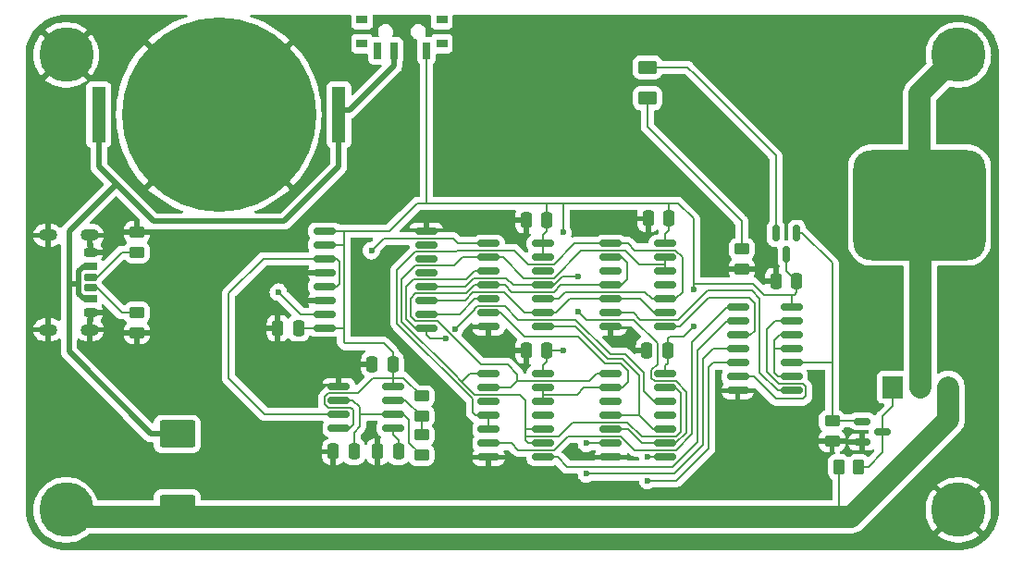
<source format=gtl>
%TF.GenerationSoftware,KiCad,Pcbnew,8.0.2*%
%TF.CreationDate,2024-05-25T15:23:05+03:00*%
%TF.ProjectId,sos_business_card,736f735f-6275-4736-996e-6573735f6361,A*%
%TF.SameCoordinates,Original*%
%TF.FileFunction,Copper,L1,Top*%
%TF.FilePolarity,Positive*%
%FSLAX46Y46*%
G04 Gerber Fmt 4.6, Leading zero omitted, Abs format (unit mm)*
G04 Created by KiCad (PCBNEW 8.0.2) date 2024-05-25 15:23:05*
%MOMM*%
%LPD*%
G01*
G04 APERTURE LIST*
G04 Aperture macros list*
%AMRoundRect*
0 Rectangle with rounded corners*
0 $1 Rounding radius*
0 $2 $3 $4 $5 $6 $7 $8 $9 X,Y pos of 4 corners*
0 Add a 4 corners polygon primitive as box body*
4,1,4,$2,$3,$4,$5,$6,$7,$8,$9,$2,$3,0*
0 Add four circle primitives for the rounded corners*
1,1,$1+$1,$2,$3*
1,1,$1+$1,$4,$5*
1,1,$1+$1,$6,$7*
1,1,$1+$1,$8,$9*
0 Add four rect primitives between the rounded corners*
20,1,$1+$1,$2,$3,$4,$5,0*
20,1,$1+$1,$4,$5,$6,$7,0*
20,1,$1+$1,$6,$7,$8,$9,0*
20,1,$1+$1,$8,$9,$2,$3,0*%
G04 Aperture macros list end*
%TA.AperFunction,ComponentPad*%
%ADD10C,2.900000*%
%TD*%
%TA.AperFunction,ConnectorPad*%
%ADD11C,5.000000*%
%TD*%
%TA.AperFunction,SMDPad,CuDef*%
%ADD12RoundRect,0.250000X-0.250000X-0.475000X0.250000X-0.475000X0.250000X0.475000X-0.250000X0.475000X0*%
%TD*%
%TA.AperFunction,SMDPad,CuDef*%
%ADD13RoundRect,0.250000X1.400000X1.000000X-1.400000X1.000000X-1.400000X-1.000000X1.400000X-1.000000X0*%
%TD*%
%TA.AperFunction,SMDPad,CuDef*%
%ADD14RoundRect,0.250000X0.450000X-0.262500X0.450000X0.262500X-0.450000X0.262500X-0.450000X-0.262500X0*%
%TD*%
%TA.AperFunction,SMDPad,CuDef*%
%ADD15RoundRect,0.150000X-0.825000X-0.150000X0.825000X-0.150000X0.825000X0.150000X-0.825000X0.150000X0*%
%TD*%
%TA.AperFunction,SMDPad,CuDef*%
%ADD16RoundRect,0.250000X-0.450000X0.262500X-0.450000X-0.262500X0.450000X-0.262500X0.450000X0.262500X0*%
%TD*%
%TA.AperFunction,SMDPad,CuDef*%
%ADD17RoundRect,0.175000X-0.425000X0.175000X-0.425000X-0.175000X0.425000X-0.175000X0.425000X0.175000X0*%
%TD*%
%TA.AperFunction,SMDPad,CuDef*%
%ADD18RoundRect,0.190000X0.410000X-0.190000X0.410000X0.190000X-0.410000X0.190000X-0.410000X-0.190000X0*%
%TD*%
%TA.AperFunction,SMDPad,CuDef*%
%ADD19RoundRect,0.200000X0.400000X-0.200000X0.400000X0.200000X-0.400000X0.200000X-0.400000X-0.200000X0*%
%TD*%
%TA.AperFunction,SMDPad,CuDef*%
%ADD20RoundRect,0.175000X0.425000X-0.175000X0.425000X0.175000X-0.425000X0.175000X-0.425000X-0.175000X0*%
%TD*%
%TA.AperFunction,SMDPad,CuDef*%
%ADD21RoundRect,0.190000X-0.410000X0.190000X-0.410000X-0.190000X0.410000X-0.190000X0.410000X0.190000X0*%
%TD*%
%TA.AperFunction,SMDPad,CuDef*%
%ADD22RoundRect,0.200000X-0.400000X0.200000X-0.400000X-0.200000X0.400000X-0.200000X0.400000X0.200000X0*%
%TD*%
%TA.AperFunction,ComponentPad*%
%ADD23O,1.700000X1.100000*%
%TD*%
%TA.AperFunction,SMDPad,CuDef*%
%ADD24RoundRect,0.250000X0.625000X-0.375000X0.625000X0.375000X-0.625000X0.375000X-0.625000X-0.375000X0*%
%TD*%
%TA.AperFunction,SMDPad,CuDef*%
%ADD25RoundRect,0.150000X0.875000X0.150000X-0.875000X0.150000X-0.875000X-0.150000X0.875000X-0.150000X0*%
%TD*%
%TA.AperFunction,SMDPad,CuDef*%
%ADD26R,1.000000X0.800000*%
%TD*%
%TA.AperFunction,SMDPad,CuDef*%
%ADD27R,0.700000X1.500000*%
%TD*%
%TA.AperFunction,ComponentPad*%
%ADD28R,1.905000X2.000000*%
%TD*%
%TA.AperFunction,ComponentPad*%
%ADD29O,1.905000X2.000000*%
%TD*%
%TA.AperFunction,SMDPad,CuDef*%
%ADD30RoundRect,1.654167X-4.406533X-3.387733X4.406533X-3.387733X4.406533X3.387733X-4.406533X3.387733X0*%
%TD*%
%TA.AperFunction,SMDPad,CuDef*%
%ADD31RoundRect,0.150000X-0.150000X0.587500X-0.150000X-0.587500X0.150000X-0.587500X0.150000X0.587500X0*%
%TD*%
%TA.AperFunction,SMDPad,CuDef*%
%ADD32RoundRect,0.250000X-0.262500X-0.450000X0.262500X-0.450000X0.262500X0.450000X-0.262500X0.450000X0*%
%TD*%
%TA.AperFunction,SMDPad,CuDef*%
%ADD33RoundRect,0.150000X-0.587500X-0.150000X0.587500X-0.150000X0.587500X0.150000X-0.587500X0.150000X0*%
%TD*%
%TA.AperFunction,SMDPad,CuDef*%
%ADD34R,1.270000X5.080000*%
%TD*%
%TA.AperFunction,SMDPad,CuDef*%
%ADD35C,17.800000*%
%TD*%
%TA.AperFunction,ViaPad*%
%ADD36C,0.600000*%
%TD*%
%TA.AperFunction,Conductor*%
%ADD37C,0.500000*%
%TD*%
%TA.AperFunction,Conductor*%
%ADD38C,0.200000*%
%TD*%
%TA.AperFunction,Conductor*%
%ADD39C,2.000000*%
%TD*%
G04 APERTURE END LIST*
D10*
%TO.P,J5,1,Pin_1*%
%TO.N,GND*%
X119380000Y-92710000D03*
D11*
X119380000Y-92710000D03*
%TD*%
D12*
%TO.P,C3,1*%
%TO.N,GND*%
X172532000Y-119761000D03*
%TO.P,C3,2*%
%TO.N,VCC*%
X174432000Y-119761000D03*
%TD*%
D13*
%TO.P,D2,1,K*%
%TO.N,Net-(D2-K)*%
X129540000Y-134210000D03*
%TO.P,D2,2,A*%
%TO.N,PWR*%
X129540000Y-127410000D03*
%TD*%
D12*
%TO.P,C2,1*%
%TO.N,GND*%
X184343000Y-113411000D03*
%TO.P,C2,2*%
%TO.N,VCC*%
X186243000Y-113411000D03*
%TD*%
%TO.P,C6,1*%
%TO.N,GND*%
X138750000Y-117729000D03*
%TO.P,C6,2*%
%TO.N,VCC*%
X140650000Y-117729000D03*
%TD*%
D14*
%TO.P,R4,1*%
%TO.N,Net-(J1-CC1)*%
X125857000Y-110767500D03*
%TO.P,R4,2*%
%TO.N,GND*%
X125857000Y-108942500D03*
%TD*%
D15*
%TO.P,U2,1*%
%TO.N,Net-(U1-Pad2)*%
X158053000Y-121920000D03*
%TO.P,U2,2*%
%TO.N,Net-(U1-Pad4)*%
X158053000Y-123190000D03*
%TO.P,U2,3*%
%TO.N,N/C*%
X158053000Y-124460000D03*
%TO.P,U2,4*%
%TO.N,Net-(U1-Pad10)*%
X158053000Y-125730000D03*
%TO.P,U2,5*%
X158053000Y-127000000D03*
%TO.P,U2,6*%
%TO.N,Net-(U2-Pad6)*%
X158053000Y-128270000D03*
%TO.P,U2,7,GND*%
%TO.N,GND*%
X158053000Y-129540000D03*
%TO.P,U2,8*%
%TO.N,Net-(U2-Pad8)*%
X163003000Y-129540000D03*
%TO.P,U2,9*%
%TO.N,Net-(U1-Pad2)*%
X163003000Y-128270000D03*
%TO.P,U2,10*%
X163003000Y-127000000D03*
%TO.P,U2,11*%
%TO.N,N/C*%
X163003000Y-125730000D03*
%TO.P,U2,12*%
%TO.N,Net-(U1-Pad6)*%
X163003000Y-124460000D03*
%TO.P,U2,13*%
X163003000Y-123190000D03*
%TO.P,U2,14,VCC*%
%TO.N,VCC*%
X163003000Y-121920000D03*
%TD*%
D16*
%TO.P,R2,1*%
%TO.N,Net-(U6-DIS)*%
X151892000Y-127508000D03*
%TO.P,R2,2*%
%TO.N,Net-(U6-THR)*%
X151892000Y-129333000D03*
%TD*%
D12*
%TO.P,C8,1*%
%TO.N,GND*%
X147894000Y-129032000D03*
%TO.P,C8,2*%
%TO.N,Net-(U6-CV)*%
X149794000Y-129032000D03*
%TD*%
D15*
%TO.P,U4,1*%
%TO.N,Net-(U1-Pad4)*%
X169229000Y-121920000D03*
%TO.P,U4,2*%
%TO.N,Net-(U1-Pad6)*%
X169229000Y-123190000D03*
%TO.P,U4,3*%
%TO.N,N/C*%
X169229000Y-124460000D03*
%TO.P,U4,4*%
%TO.N,Net-(U1-Pad8)*%
X169229000Y-125730000D03*
%TO.P,U4,5*%
%TO.N,Net-(U7-Q4)*%
X169229000Y-127000000D03*
%TO.P,U4,6*%
%TO.N,Net-(U4-Pad6)*%
X169229000Y-128270000D03*
%TO.P,U4,7,GND*%
%TO.N,GND*%
X169229000Y-129540000D03*
%TO.P,U4,8*%
%TO.N,Net-(U4-Pad8)*%
X174179000Y-129540000D03*
%TO.P,U4,9*%
%TO.N,Net-(U7-Q4)*%
X174179000Y-128270000D03*
%TO.P,U4,10*%
%TO.N,Net-(U1-Pad8)*%
X174179000Y-127000000D03*
%TO.P,U4,11*%
%TO.N,N/C*%
X174179000Y-125730000D03*
%TO.P,U4,12*%
%TO.N,Net-(U7-Q1)*%
X174179000Y-124460000D03*
%TO.P,U4,13*%
%TO.N,Net-(U1-Pad2)*%
X174179000Y-123190000D03*
%TO.P,U4,14,VCC*%
%TO.N,VCC*%
X174179000Y-121920000D03*
%TD*%
D17*
%TO.P,J1,A5,CC1*%
%TO.N,Net-(J1-CC1)*%
X121600000Y-113038000D03*
D18*
%TO.P,J1,A9,VBUS*%
%TO.N,PWR*%
X121600000Y-115058000D03*
D19*
%TO.P,J1,A12,GND*%
%TO.N,GND*%
X121600000Y-116288000D03*
D20*
%TO.P,J1,B5,CC2*%
%TO.N,Net-(J1-CC2)*%
X121600000Y-114038000D03*
D21*
%TO.P,J1,B9,VBUS*%
%TO.N,PWR*%
X121600000Y-112018000D03*
D22*
%TO.P,J1,B12,GND*%
%TO.N,GND*%
X121600000Y-110788000D03*
D23*
%TO.P,J1,S1,SHIELD*%
X121520000Y-109218000D03*
X117720000Y-109218000D03*
X121520000Y-117858000D03*
X117720000Y-117858000D03*
%TD*%
D12*
%TO.P,C4,1*%
%TO.N,GND*%
X161483000Y-119761000D03*
%TO.P,C4,2*%
%TO.N,VCC*%
X163383000Y-119761000D03*
%TD*%
D16*
%TO.P,R1,1*%
%TO.N,VCC*%
X151892000Y-123952000D03*
%TO.P,R1,2*%
%TO.N,Net-(U6-DIS)*%
X151892000Y-125777000D03*
%TD*%
%TO.P,R7,1*%
%TO.N,SIG_OUT*%
X189484000Y-126214500D03*
%TO.P,R7,2*%
%TO.N,GND*%
X189484000Y-128039500D03*
%TD*%
D10*
%TO.P,J4,1,Pin_1*%
%TO.N,Net-(D2-K)*%
X119380000Y-134366000D03*
D11*
X119380000Y-134366000D03*
%TD*%
D24*
%TO.P,D1,1,K*%
%TO.N,Net-(D1-K)*%
X172593000Y-96650000D03*
%TO.P,D1,2,A*%
%TO.N,Net-(D1-A)*%
X172593000Y-93850000D03*
%TD*%
D25*
%TO.P,U7,1,Q1*%
%TO.N,Net-(U7-Q1)*%
X152351000Y-117729000D03*
%TO.P,U7,2,Q2*%
%TO.N,Net-(U7-Q2)*%
X152351000Y-116459000D03*
%TO.P,U7,3,Q3*%
%TO.N,Net-(U7-Q3)*%
X152351000Y-115189000D03*
%TO.P,U7,4,Q4*%
%TO.N,Net-(U7-Q4)*%
X152351000Y-113919000D03*
%TO.P,U7,5,Q5*%
%TO.N,unconnected-(U7-Q5-Pad5)*%
X152351000Y-112649000D03*
%TO.P,U7,6,Q6*%
%TO.N,unconnected-(U7-Q6-Pad6)*%
X152351000Y-111379000D03*
%TO.P,U7,7,Q7*%
%TO.N,unconnected-(U7-Q7-Pad7)*%
X152351000Y-110109000D03*
%TO.P,U7,8,GND*%
%TO.N,GND*%
X152351000Y-108839000D03*
%TO.P,U7,9,~{RCO}*%
%TO.N,VCC*%
X143051000Y-108839000D03*
%TO.P,U7,10,~{MRC}*%
X143051000Y-110109000D03*
%TO.P,U7,11,CPC*%
%TO.N,CLK*%
X143051000Y-111379000D03*
%TO.P,U7,12,~{CE}*%
%TO.N,GND*%
X143051000Y-112649000D03*
%TO.P,U7,13,CPR*%
%TO.N,CLK*%
X143051000Y-113919000D03*
%TO.P,U7,14,~{OE}*%
%TO.N,GND*%
X143051000Y-115189000D03*
%TO.P,U7,15,Q0*%
%TO.N,Net-(U7-Q0)*%
X143051000Y-116459000D03*
%TO.P,U7,16,VCC*%
%TO.N,VCC*%
X143051000Y-117729000D03*
%TD*%
D12*
%TO.P,C5,1*%
%TO.N,GND*%
X172659000Y-107696000D03*
%TO.P,C5,2*%
%TO.N,VCC*%
X174559000Y-107696000D03*
%TD*%
D15*
%TO.P,U3,1*%
%TO.N,Net-(U1-Pad10)*%
X169229000Y-109982000D03*
%TO.P,U3,2*%
%TO.N,Net-(U1-Pad4)*%
X169229000Y-111252000D03*
%TO.P,U3,3*%
%TO.N,N/C*%
X169229000Y-112522000D03*
%TO.P,U3,4*%
%TO.N,Net-(U1-Pad4)*%
X169229000Y-113792000D03*
%TO.P,U3,5*%
%TO.N,Net-(U7-Q3)*%
X169229000Y-115062000D03*
%TO.P,U3,6*%
%TO.N,Net-(U3-Pad6)*%
X169229000Y-116332000D03*
%TO.P,U3,7,GND*%
%TO.N,GND*%
X169229000Y-117602000D03*
%TO.P,U3,8*%
%TO.N,Net-(U3-Pad8)*%
X174179000Y-117602000D03*
%TO.P,U3,9*%
%TO.N,Net-(U7-Q3)*%
X174179000Y-116332000D03*
%TO.P,U3,10*%
%TO.N,Net-(U1-Pad10)*%
X174179000Y-115062000D03*
%TO.P,U3,11*%
%TO.N,N/C*%
X174179000Y-113792000D03*
%TO.P,U3,12*%
%TO.N,Net-(U1-Pad2)*%
X174179000Y-112522000D03*
%TO.P,U3,13*%
X174179000Y-111252000D03*
%TO.P,U3,14,VCC*%
%TO.N,VCC*%
X174179000Y-109982000D03*
%TD*%
D26*
%TO.P,SW1,*%
%TO.N,*%
X153764000Y-91679000D03*
X153764000Y-89469000D03*
X146464000Y-91679000D03*
X146464000Y-89469000D03*
D27*
%TO.P,SW1,1,A*%
%TO.N,VCC*%
X152364000Y-92329000D03*
%TO.P,SW1,2,B*%
%TO.N,PWR*%
X149364000Y-92329000D03*
%TO.P,SW1,3,C*%
%TO.N,unconnected-(SW1-C-Pad3)*%
X147864000Y-92329000D03*
%TD*%
D16*
%TO.P,R3,1*%
%TO.N,Net-(J1-CC2)*%
X125857000Y-116308500D03*
%TO.P,R3,2*%
%TO.N,GND*%
X125857000Y-118133500D03*
%TD*%
%TO.P,R5,1*%
%TO.N,Net-(D1-K)*%
X181229000Y-110466500D03*
%TO.P,R5,2*%
%TO.N,GND*%
X181229000Y-112291500D03*
%TD*%
D28*
%TO.P,Q2,1,G*%
%TO.N,Net-(Q2-G)*%
X195046600Y-123117650D03*
D29*
%TO.P,Q2,2,D*%
%TO.N,Net-(J3-Pin_1)*%
X197586600Y-123117650D03*
%TO.P,Q2,3,S*%
%TO.N,Net-(D2-K)*%
X200126600Y-123117650D03*
D30*
%TO.P,Q2,4,D*%
%TO.N,Net-(J3-Pin_1)*%
X197485000Y-106455250D03*
%TD*%
D12*
%TO.P,C9,1*%
%TO.N,GND*%
X143830000Y-129032000D03*
%TO.P,C9,2*%
%TO.N,Net-(U6-THR)*%
X145730000Y-129032000D03*
%TD*%
D31*
%TO.P,Q1,1,G*%
%TO.N,SIG_OUT*%
X186243000Y-109044500D03*
%TO.P,Q1,2,S*%
%TO.N,Net-(D1-A)*%
X184343000Y-109044500D03*
%TO.P,Q1,3,D*%
%TO.N,VCC*%
X185293000Y-110919500D03*
%TD*%
D12*
%TO.P,C7,1*%
%TO.N,GND*%
X161483000Y-107823000D03*
%TO.P,C7,2*%
%TO.N,VCC*%
X163383000Y-107823000D03*
%TD*%
D15*
%TO.P,U1,1*%
%TO.N,Net-(U7-Q0)*%
X158053000Y-109982000D03*
%TO.P,U1,2*%
%TO.N,Net-(U1-Pad2)*%
X158053000Y-111252000D03*
%TO.P,U1,3*%
%TO.N,Net-(U7-Q1)*%
X158053000Y-112522000D03*
%TO.P,U1,4*%
%TO.N,Net-(U1-Pad4)*%
X158053000Y-113792000D03*
%TO.P,U1,5*%
%TO.N,Net-(U7-Q2)*%
X158053000Y-115062000D03*
%TO.P,U1,6*%
%TO.N,Net-(U1-Pad6)*%
X158053000Y-116332000D03*
%TO.P,U1,7,GND*%
%TO.N,GND*%
X158053000Y-117602000D03*
%TO.P,U1,8*%
%TO.N,Net-(U1-Pad8)*%
X163003000Y-117602000D03*
%TO.P,U1,9*%
%TO.N,Net-(U7-Q3)*%
X163003000Y-116332000D03*
%TO.P,U1,10*%
%TO.N,Net-(U1-Pad10)*%
X163003000Y-115062000D03*
%TO.P,U1,11*%
%TO.N,Net-(U7-Q4)*%
X163003000Y-113792000D03*
%TO.P,U1,12*%
%TO.N,unconnected-(U1-Pad12)*%
X163003000Y-112522000D03*
%TO.P,U1,13*%
%TO.N,VCC*%
X163003000Y-111252000D03*
%TO.P,U1,14,3.3V*%
X163003000Y-109982000D03*
%TD*%
D32*
%TO.P,R6,1*%
%TO.N,Net-(D2-K)*%
X190095500Y-130429000D03*
%TO.P,R6,2*%
%TO.N,Net-(Q2-G)*%
X191920500Y-130429000D03*
%TD*%
D33*
%TO.P,Q3,1,G*%
%TO.N,SIG_OUT*%
X192229500Y-126243000D03*
%TO.P,Q3,2,S*%
%TO.N,GND*%
X192229500Y-128143000D03*
%TO.P,Q3,3,D*%
%TO.N,Net-(Q2-G)*%
X194104500Y-127193000D03*
%TD*%
D12*
%TO.P,C1,1*%
%TO.N,GND*%
X147386000Y-121031000D03*
%TO.P,C1,2*%
%TO.N,VCC*%
X149286000Y-121031000D03*
%TD*%
D15*
%TO.P,U6,1,GND*%
%TO.N,GND*%
X144337000Y-123063000D03*
%TO.P,U6,2,TR*%
%TO.N,Net-(U6-THR)*%
X144337000Y-124333000D03*
%TO.P,U6,3,Q*%
%TO.N,CLK*%
X144337000Y-125603000D03*
%TO.P,U6,4,R*%
%TO.N,VCC*%
X144337000Y-126873000D03*
%TO.P,U6,5,CV*%
%TO.N,Net-(U6-CV)*%
X149287000Y-126873000D03*
%TO.P,U6,6,THR*%
%TO.N,Net-(U6-THR)*%
X149287000Y-125603000D03*
%TO.P,U6,7,DIS*%
%TO.N,Net-(U6-DIS)*%
X149287000Y-124333000D03*
%TO.P,U6,8,VCC*%
%TO.N,VCC*%
X149287000Y-123063000D03*
%TD*%
%TO.P,U5,1*%
%TO.N,Net-(U2-Pad6)*%
X180848000Y-115824000D03*
%TO.P,U5,2*%
%TO.N,Net-(U2-Pad8)*%
X180848000Y-117094000D03*
%TO.P,U5,3*%
%TO.N,Net-(U3-Pad8)*%
X180848000Y-118364000D03*
%TO.P,U5,4*%
%TO.N,Net-(U4-Pad6)*%
X180848000Y-119634000D03*
%TO.P,U5,5*%
%TO.N,Net-(U4-Pad8)*%
X180848000Y-120904000D03*
%TO.P,U5,6*%
%TO.N,Net-(U5-Pad13)*%
X180848000Y-122174000D03*
%TO.P,U5,7,VSS*%
%TO.N,GND*%
X180848000Y-123444000D03*
%TO.P,U5,8*%
%TO.N,Net-(U3-Pad6)*%
X185798000Y-123444000D03*
%TO.P,U5,9*%
%TO.N,Net-(U5-Pad11)*%
X185798000Y-122174000D03*
%TO.P,U5,10*%
%TO.N,SIG_OUT*%
X185798000Y-120904000D03*
%TO.P,U5,11*%
%TO.N,Net-(U5-Pad11)*%
X185798000Y-119634000D03*
%TO.P,U5,12*%
X185798000Y-118364000D03*
%TO.P,U5,13*%
%TO.N,Net-(U5-Pad13)*%
X185798000Y-117094000D03*
%TO.P,U5,14,VDD*%
%TO.N,VCC*%
X185798000Y-115824000D03*
%TD*%
D10*
%TO.P,J2,1,Pin_1*%
%TO.N,GND*%
X201041000Y-134366000D03*
D11*
X201041000Y-134366000D03*
%TD*%
D10*
%TO.P,J3,1,Pin_1*%
%TO.N,Net-(J3-Pin_1)*%
X201041000Y-92710000D03*
D11*
X201041000Y-92710000D03*
%TD*%
D34*
%TO.P,BT1,1,+*%
%TO.N,PWR*%
X122365000Y-98171000D03*
X144335000Y-98171000D03*
D35*
%TO.P,BT1,2,-*%
%TO.N,GND*%
X133350000Y-98171000D03*
%TD*%
D36*
%TO.N,GND*%
X157988000Y-107569000D03*
X170053000Y-107569000D03*
X165735000Y-129540000D03*
X147701000Y-114681000D03*
X147701000Y-113665000D03*
X168656000Y-107569000D03*
X159131000Y-108458000D03*
X147701000Y-112522000D03*
X192278000Y-95377000D03*
X146431000Y-113665000D03*
X170053000Y-108458000D03*
X138938000Y-122174000D03*
X184404000Y-129032000D03*
X157861000Y-119888000D03*
X182880000Y-129032000D03*
X182880000Y-127889000D03*
X159131000Y-119888000D03*
X140335000Y-121031000D03*
X159131000Y-107569000D03*
X182880000Y-130302000D03*
X140335000Y-123444000D03*
X138938000Y-123444000D03*
X193421000Y-95377000D03*
X193421000Y-93091000D03*
X192278000Y-94234000D03*
X138938000Y-121031000D03*
X193421000Y-94234000D03*
X159131000Y-118872000D03*
X140335000Y-122174000D03*
X184404000Y-130302000D03*
X157861000Y-118872000D03*
X157988000Y-108458000D03*
X156845000Y-107569000D03*
X146431000Y-114681000D03*
X168656000Y-108458000D03*
X192278000Y-93091000D03*
X165735000Y-128524000D03*
X171196000Y-118872000D03*
X146431000Y-112522000D03*
X167386000Y-107569000D03*
X169418000Y-118872000D03*
X170307000Y-118872000D03*
X156845000Y-108458000D03*
X167386000Y-108458000D03*
X184404000Y-127889000D03*
%TO.N,VCC*%
X164846000Y-119761000D03*
X176784000Y-114173000D03*
X176784000Y-117602000D03*
X164846000Y-108966000D03*
%TO.N,Net-(U7-Q1)*%
X154966041Y-117829959D03*
X154117511Y-118678489D03*
%TO.N,Net-(U7-Q0)*%
X147320000Y-110617000D03*
X138811000Y-114427000D03*
%TO.N,Net-(U7-Q4)*%
X166243000Y-116205000D03*
X166243000Y-113030000D03*
%TO.N,Net-(U4-Pad8)*%
X172593000Y-129540000D03*
X172593000Y-131664000D03*
%TO.N,Net-(U4-Pad6)*%
X167005000Y-128270000D03*
X167005000Y-131064000D03*
%TD*%
D37*
%TO.N,PWR*%
X119634000Y-113665000D02*
X119634000Y-108839000D01*
X144335000Y-97790000D02*
X145288000Y-97790000D01*
X121000000Y-112018000D02*
X121600000Y-112018000D01*
X119634000Y-119888000D02*
X119634000Y-113665000D01*
X144335000Y-102934000D02*
X144335000Y-97790000D01*
X139319000Y-107950000D02*
X144335000Y-102934000D01*
X121600000Y-115058000D02*
X121000000Y-115058000D01*
X122365000Y-102934000D02*
X127381000Y-107950000D01*
X127381000Y-107950000D02*
X139319000Y-107950000D01*
X122365000Y-97790000D02*
X122365000Y-102934000D01*
X121000000Y-115058000D02*
X120523000Y-114581000D01*
X119634000Y-108839000D02*
X123952000Y-104521000D01*
X120523000Y-113665000D02*
X120523000Y-112495000D01*
X120523000Y-114581000D02*
X120523000Y-113665000D01*
X127156000Y-127410000D02*
X119634000Y-119888000D01*
X120523000Y-112495000D02*
X121000000Y-112018000D01*
X120523000Y-113665000D02*
X119634000Y-113665000D01*
X149364000Y-93714000D02*
X149364000Y-92075000D01*
X145288000Y-97790000D02*
X149364000Y-93714000D01*
X129540000Y-127410000D02*
X127156000Y-127410000D01*
D38*
%TO.N,VCC*%
X163383000Y-107823000D02*
X163383000Y-106365000D01*
X147447000Y-122301000D02*
X146085000Y-123663000D01*
X143051000Y-108839000D02*
X144461000Y-108839000D01*
X174432000Y-119761000D02*
X174432000Y-118684000D01*
X144780000Y-117348000D02*
X144780000Y-117729000D01*
X144780000Y-110109000D02*
X144780000Y-108839000D01*
X174559000Y-107696000D02*
X174559000Y-108713000D01*
X163003000Y-121158000D02*
X163003000Y-121920000D01*
X186243000Y-113411000D02*
X186243000Y-114428000D01*
X174179000Y-109093000D02*
X174179000Y-109982000D01*
X164846000Y-108966000D02*
X164846000Y-106299000D01*
X185293000Y-112461000D02*
X186243000Y-113411000D01*
X144461000Y-108839000D02*
X148971000Y-108839000D01*
X148525000Y-122301000D02*
X147447000Y-122301000D01*
X148971000Y-108839000D02*
X151511000Y-106299000D01*
X182245000Y-113665000D02*
X176784000Y-113665000D01*
X144461000Y-110109000D02*
X144780000Y-110109000D01*
X174432000Y-120905000D02*
X174179000Y-121158000D01*
X145450000Y-125003000D02*
X145669000Y-125222000D01*
X163383000Y-120778000D02*
X163003000Y-121158000D01*
X176784000Y-107696000D02*
X175387000Y-106299000D01*
X163383000Y-107823000D02*
X163383000Y-108840000D01*
X185798000Y-114684000D02*
X185798000Y-115824000D01*
X148463000Y-119126000D02*
X149291000Y-119954000D01*
X186243000Y-114428000D02*
X186022500Y-114648500D01*
X174559000Y-107696000D02*
X174559000Y-106365000D01*
X174625000Y-118491000D02*
X175895000Y-118491000D01*
X176784000Y-114173000D02*
X176784000Y-113792000D01*
X145311999Y-126873000D02*
X144337000Y-126873000D01*
X184973000Y-114681000D02*
X183261000Y-114681000D01*
X163383000Y-119761000D02*
X164465000Y-119761000D01*
X144780000Y-117348000D02*
X144780000Y-115195552D01*
X176784000Y-113792000D02*
X176784000Y-107696000D01*
X149291000Y-119954000D02*
X149291000Y-122240000D01*
X152400000Y-106299000D02*
X163449000Y-106299000D01*
X184973000Y-114681000D02*
X185990000Y-114681000D01*
X163383000Y-106365000D02*
X163449000Y-106299000D01*
X152364000Y-92075000D02*
X152364000Y-106263000D01*
X174338500Y-108933500D02*
X174179000Y-109093000D01*
X144780000Y-118999000D02*
X144907000Y-119126000D01*
X143062000Y-124673552D02*
X143391448Y-125003000D01*
X163226000Y-108997000D02*
X163003000Y-109220000D01*
X163383000Y-119761000D02*
X163383000Y-120778000D01*
X163003000Y-109982000D02*
X163003000Y-111252000D01*
X146085000Y-123663000D02*
X143391448Y-123663000D01*
X145669000Y-125222000D02*
X145669000Y-126515999D01*
X143051000Y-110109000D02*
X144461000Y-110109000D01*
X163003000Y-109220000D02*
X163003000Y-109982000D01*
X143051000Y-117729000D02*
X141540000Y-117729000D01*
X164465000Y-119761000D02*
X164846000Y-119761000D01*
X163449000Y-106299000D02*
X164846000Y-106299000D01*
X174559000Y-108713000D02*
X174338500Y-108933500D01*
X143391448Y-125003000D02*
X145450000Y-125003000D01*
X143391448Y-123663000D02*
X143062000Y-123992448D01*
X174179000Y-121158000D02*
X174179000Y-121920000D01*
X175895000Y-118491000D02*
X176784000Y-117602000D01*
X174432000Y-119761000D02*
X174432000Y-120905000D01*
X149287000Y-123063000D02*
X149287000Y-122366000D01*
X144780000Y-108839000D02*
X144461000Y-108839000D01*
X185990000Y-114681000D02*
X186022500Y-114648500D01*
X151511000Y-106299000D02*
X152400000Y-106299000D01*
X144780000Y-115195552D02*
X144780000Y-110109000D01*
X143051000Y-117729000D02*
X144780000Y-117729000D01*
X145669000Y-126515999D02*
X145311999Y-126873000D01*
X175387000Y-106299000D02*
X174625000Y-106299000D01*
X152364000Y-106263000D02*
X152400000Y-106299000D01*
X149352000Y-122301000D02*
X150241000Y-122301000D01*
X164846000Y-106299000D02*
X174625000Y-106299000D01*
X163383000Y-108840000D02*
X163226000Y-108997000D01*
X185293000Y-110919500D02*
X185293000Y-112461000D01*
X148525000Y-122301000D02*
X149352000Y-122301000D01*
X141540000Y-117729000D02*
X140331000Y-117729000D01*
X174559000Y-106365000D02*
X174625000Y-106299000D01*
X163226000Y-108997000D02*
X163289500Y-108933500D01*
X150241000Y-122301000D02*
X151892000Y-123952000D01*
X144907000Y-119126000D02*
X148463000Y-119126000D01*
X174432000Y-118684000D02*
X174625000Y-118491000D01*
X183261000Y-114681000D02*
X182245000Y-113665000D01*
X144780000Y-117729000D02*
X144780000Y-118999000D01*
X143062000Y-123992448D02*
X143062000Y-124673552D01*
%TO.N,Net-(U6-CV)*%
X149794000Y-127950000D02*
X149794000Y-129032000D01*
X149287000Y-126873000D02*
X149287000Y-127443000D01*
X149287000Y-127443000D02*
X149794000Y-127950000D01*
%TO.N,Net-(U6-THR)*%
X149287000Y-125603000D02*
X146239000Y-125603000D01*
X145604000Y-124333000D02*
X144337000Y-124333000D01*
X146239000Y-124968000D02*
X145604000Y-124333000D01*
X146239000Y-125603000D02*
X146239000Y-124968000D01*
X151892000Y-129333000D02*
X150749000Y-128190000D01*
X145730000Y-127255000D02*
X146239000Y-126746000D01*
X150749000Y-126111000D02*
X150241000Y-125603000D01*
X150241000Y-125603000D02*
X149287000Y-125603000D01*
X146239000Y-126746000D02*
X146239000Y-125603000D01*
X150749000Y-128190000D02*
X150749000Y-126111000D01*
X145730000Y-129032000D02*
X145730000Y-127255000D01*
%TO.N,Net-(D1-A)*%
X184343000Y-101920000D02*
X176974500Y-94551500D01*
X184343000Y-109044500D02*
X184343000Y-101920000D01*
X176273000Y-93850000D02*
X176974500Y-94551500D01*
X172593000Y-93850000D02*
X176273000Y-93850000D01*
%TO.N,Net-(D1-K)*%
X172593000Y-99314000D02*
X181229000Y-107950000D01*
X172593000Y-96650000D02*
X172593000Y-99314000D01*
X181229000Y-107950000D02*
X181229000Y-110466500D01*
%TO.N,Net-(J1-CC2)*%
X124470500Y-116308500D02*
X125857000Y-116308500D01*
X121600000Y-114038000D02*
X122200000Y-114038000D01*
X122200000Y-114038000D02*
X124470500Y-116308500D01*
%TO.N,Net-(U6-DIS)*%
X151892000Y-127508000D02*
X151892000Y-125777000D01*
X150448000Y-124333000D02*
X151892000Y-125777000D01*
X149287000Y-124333000D02*
X150448000Y-124333000D01*
%TO.N,Net-(U7-Q3)*%
X161352000Y-116332000D02*
X163003000Y-116332000D01*
X169229000Y-115062000D02*
X165481000Y-115062000D01*
X164211000Y-116332000D02*
X163003000Y-116332000D01*
X174179000Y-116332000D02*
X173204001Y-116332000D01*
X159482000Y-114462000D02*
X161352000Y-116332000D01*
X171934001Y-115062000D02*
X169229000Y-115062000D01*
X155891000Y-115189000D02*
X156618000Y-114462000D01*
X165481000Y-115062000D02*
X164211000Y-116332000D01*
X156618000Y-114462000D02*
X159482000Y-114462000D01*
X152351000Y-115189000D02*
X155891000Y-115189000D01*
X173204001Y-116332000D02*
X171934001Y-115062000D01*
%TO.N,Net-(U7-Q1)*%
X150476000Y-113938000D02*
X151130000Y-113284000D01*
X156778000Y-115991448D02*
X157037448Y-115732000D01*
X152351000Y-117729000D02*
X151326001Y-117729000D01*
X170561000Y-120142000D02*
X172231000Y-121812000D01*
X173204001Y-124460000D02*
X174179000Y-124460000D01*
X157037448Y-115732000D02*
X159547000Y-115732000D01*
X172231000Y-121812000D02*
X172231000Y-123486999D01*
X151130000Y-113284000D02*
X155979538Y-113284000D01*
X156778000Y-116018000D02*
X156778000Y-115991448D01*
X160753157Y-116938157D02*
X165960157Y-116938157D01*
X154966041Y-117829959D02*
X156778000Y-116018000D01*
X172231000Y-123486999D02*
X173204001Y-124460000D01*
X152351000Y-118315000D02*
X152351000Y-117729000D01*
X165960157Y-116938157D02*
X169164000Y-120142000D01*
X156741538Y-112522000D02*
X158053000Y-112522000D01*
X159547000Y-115732000D02*
X160753157Y-116938157D01*
X152714489Y-118678489D02*
X152351000Y-118315000D01*
X154117511Y-118678489D02*
X152714489Y-118678489D01*
X155979538Y-113284000D02*
X156741538Y-112522000D01*
X169164000Y-120142000D02*
X170561000Y-120142000D01*
X150476000Y-116878999D02*
X150476000Y-113938000D01*
X151326001Y-117729000D02*
X150476000Y-116878999D01*
%TO.N,Net-(U1-Pad6)*%
X163003000Y-123825000D02*
X163003000Y-123190000D01*
X168694000Y-120942000D02*
X170160314Y-120942000D01*
X158053000Y-116332000D02*
X159131000Y-116332000D01*
X170160314Y-120942000D02*
X170815000Y-121596686D01*
X159131000Y-116332000D02*
X161290000Y-118491000D01*
X163003000Y-124460000D02*
X163003000Y-123825000D01*
X170815000Y-122682000D02*
X170307000Y-123190000D01*
X166751000Y-123190000D02*
X166116000Y-123825000D01*
X170307000Y-123190000D02*
X169229000Y-123190000D01*
X169229000Y-123190000D02*
X166751000Y-123190000D01*
X170815000Y-121596686D02*
X170815000Y-122682000D01*
X161290000Y-118491000D02*
X166243000Y-118491000D01*
X166243000Y-118491000D02*
X168694000Y-120942000D01*
X166116000Y-123825000D02*
X163003000Y-123825000D01*
%TO.N,Net-(U1-Pad2)*%
X150076000Y-113258448D02*
X151320448Y-112014000D01*
X150076000Y-117119552D02*
X150076000Y-113258448D01*
X171796000Y-111852000D02*
X173355000Y-111852000D01*
X156740686Y-123790000D02*
X155603843Y-122653157D01*
X160897999Y-123790000D02*
X156740686Y-123790000D01*
X158053000Y-111252000D02*
X159385000Y-111252000D01*
X161417000Y-124309001D02*
X160897999Y-123790000D01*
X161417000Y-128016000D02*
X161417000Y-127000000D01*
X155691500Y-111252000D02*
X158053000Y-111252000D01*
X166488552Y-110652000D02*
X170596000Y-110652000D01*
X164465000Y-127635000D02*
X161417000Y-127635000D01*
X161255000Y-113122000D02*
X164018552Y-113122000D01*
X172050686Y-127670000D02*
X170745686Y-126365000D01*
X163003000Y-127000000D02*
X161417000Y-127000000D01*
X161417000Y-127000000D02*
X161417000Y-124309001D01*
X156337000Y-121920000D02*
X155603843Y-122653157D01*
X175641000Y-127223552D02*
X175194552Y-127670000D01*
X154876448Y-121920000D02*
X150076000Y-117119552D01*
X170745686Y-126365000D02*
X165735000Y-126365000D01*
X163003000Y-128270000D02*
X161671000Y-128270000D01*
X164018552Y-113122000D02*
X166488552Y-110652000D01*
X175641000Y-123677001D02*
X175641000Y-127223552D01*
X154929500Y-112014000D02*
X155691500Y-111252000D01*
X151320448Y-112014000D02*
X154929500Y-112014000D01*
X155603843Y-122653157D02*
X154870686Y-121920000D01*
X170596000Y-110652000D02*
X171796000Y-111852000D01*
X161671000Y-128270000D02*
X161417000Y-128016000D01*
X158053000Y-121920000D02*
X156337000Y-121920000D01*
X174179000Y-123190000D02*
X175153999Y-123190000D01*
X175153999Y-123190000D02*
X175641000Y-123677001D01*
X165735000Y-126365000D02*
X164465000Y-127635000D01*
X159385000Y-111252000D02*
X161255000Y-113122000D01*
X174179000Y-112522000D02*
X174179000Y-111252000D01*
X175194552Y-127670000D02*
X172050686Y-127670000D01*
X173355000Y-111852000D02*
X174179000Y-111852000D01*
%TO.N,Net-(U7-Q0)*%
X148428000Y-109509000D02*
X154783000Y-109509000D01*
X155256000Y-109982000D02*
X158053000Y-109982000D01*
X143051000Y-116459000D02*
X140843000Y-116459000D01*
X147320000Y-110617000D02*
X148428000Y-109509000D01*
X154783000Y-109509000D02*
X155256000Y-109982000D01*
X140843000Y-116459000D02*
X138811000Y-114427000D01*
%TO.N,Net-(U1-Pad4)*%
X151320448Y-117094000D02*
X150876000Y-116649552D01*
X160020000Y-123190000D02*
X158053000Y-123190000D01*
X164618552Y-113792000D02*
X164018552Y-114392000D01*
X155960314Y-114554000D02*
X156722314Y-113792000D01*
X156722314Y-113792000D02*
X158053000Y-113792000D01*
X164018552Y-114392000D02*
X160112000Y-114392000D01*
X150876000Y-116649552D02*
X150876000Y-114998448D01*
X159512000Y-113792000D02*
X158053000Y-113792000D01*
X170688000Y-111736001D02*
X170688000Y-113284000D01*
X169229000Y-113792000D02*
X164618552Y-113792000D01*
X160112000Y-114392000D02*
X159512000Y-113792000D01*
X170180000Y-113792000D02*
X169229000Y-113792000D01*
X160690000Y-122520000D02*
X160020000Y-123190000D01*
X159766000Y-121031000D02*
X157318552Y-121031000D01*
X167294000Y-122520000D02*
X160690000Y-122520000D01*
X150876000Y-114998448D02*
X151320448Y-114554000D01*
X157318552Y-121031000D02*
X153381552Y-117094000D01*
X169229000Y-121920000D02*
X167894000Y-121920000D01*
X169229000Y-111252000D02*
X170203999Y-111252000D01*
X160690000Y-121955000D02*
X159766000Y-121031000D01*
X160690000Y-122520000D02*
X160690000Y-121955000D01*
X151320448Y-114554000D02*
X155960314Y-114554000D01*
X170203999Y-111252000D02*
X170688000Y-111736001D01*
X170688000Y-113284000D02*
X170180000Y-113792000D01*
X167894000Y-121920000D02*
X167294000Y-122520000D01*
X153381552Y-117094000D02*
X151320448Y-117094000D01*
%TO.N,Net-(U1-Pad10)*%
X165065000Y-114462000D02*
X164465000Y-115062000D01*
X175768000Y-111225448D02*
X175124552Y-110582000D01*
X149676000Y-117291000D02*
X149676000Y-112388448D01*
X160401000Y-110617000D02*
X161636000Y-111852000D01*
X172374000Y-114462000D02*
X165065000Y-114462000D01*
X174179000Y-115062000D02*
X175153999Y-115062000D01*
X170815000Y-109982000D02*
X169229000Y-109982000D01*
X175768000Y-114447999D02*
X175768000Y-111225448D01*
X158053000Y-125730000D02*
X156845000Y-125730000D01*
X156845000Y-125730000D02*
X156591000Y-125476000D01*
X155194000Y-110617000D02*
X160401000Y-110617000D01*
X165888552Y-109982000D02*
X169229000Y-109982000D01*
X175153999Y-115062000D02*
X175768000Y-114447999D01*
X156591000Y-125476000D02*
X156591000Y-124206000D01*
X156591000Y-124206000D02*
X149676000Y-117291000D01*
X161636000Y-111852000D02*
X164018552Y-111852000D01*
X172974000Y-115062000D02*
X172374000Y-114462000D01*
X149676000Y-112388448D02*
X151333724Y-110730724D01*
X164018552Y-111852000D02*
X165888552Y-109982000D01*
X175124552Y-110582000D02*
X171415000Y-110582000D01*
X171415000Y-110582000D02*
X170815000Y-109982000D01*
X174179000Y-115062000D02*
X172974000Y-115062000D01*
X151333724Y-110730724D02*
X155080276Y-110730724D01*
X155080276Y-110730724D02*
X155194000Y-110617000D01*
X164465000Y-115062000D02*
X163003000Y-115062000D01*
X158053000Y-125730000D02*
X158053000Y-127000000D01*
%TO.N,Net-(U7-Q4)*%
X167005000Y-116967000D02*
X166243000Y-116205000D01*
X170815000Y-127000000D02*
X172085000Y-128270000D01*
X159674000Y-113192000D02*
X160274000Y-113792000D01*
X160274000Y-113792000D02*
X163003000Y-113792000D01*
X173482000Y-119086238D02*
X171362762Y-116967000D01*
X155910224Y-113919000D02*
X156637224Y-113192000D01*
X173482000Y-121001448D02*
X173482000Y-119086238D01*
X173233448Y-122590000D02*
X172904000Y-122260552D01*
X152351000Y-113919000D02*
X155910224Y-113919000D01*
X172085000Y-128270000D02*
X174179000Y-128270000D01*
X176149000Y-127281238D02*
X176149000Y-123544448D01*
X163003000Y-113792000D02*
X164052866Y-113792000D01*
X156637224Y-113192000D02*
X159674000Y-113192000D01*
X174179000Y-128270000D02*
X175160238Y-128270000D01*
X175160238Y-128270000D02*
X176149000Y-127281238D01*
X164052866Y-113792000D02*
X164814866Y-113030000D01*
X164814866Y-113030000D02*
X166243000Y-113030000D01*
X175194552Y-122590000D02*
X173233448Y-122590000D01*
X176149000Y-123544448D02*
X175194552Y-122590000D01*
X172904000Y-122260552D02*
X172904000Y-121579448D01*
X169229000Y-127000000D02*
X170815000Y-127000000D01*
X171362762Y-116967000D02*
X167005000Y-116967000D01*
X172904000Y-121579448D02*
X173482000Y-121001448D01*
%TO.N,Net-(U7-Q2)*%
X156780000Y-115062000D02*
X158053000Y-115062000D01*
X155383000Y-116459000D02*
X156780000Y-115062000D01*
X152351000Y-116459000D02*
X155383000Y-116459000D01*
%TO.N,Net-(U1-Pad8)*%
X163003000Y-117602000D02*
X165989000Y-117602000D01*
X170326000Y-120542000D02*
X171831000Y-122047000D01*
X171831000Y-125730000D02*
X173101000Y-127000000D01*
X173101000Y-127000000D02*
X174179000Y-127000000D01*
X171831000Y-122047000D02*
X171831000Y-125730000D01*
X169229000Y-125730000D02*
X171831000Y-125730000D01*
X165989000Y-117602000D02*
X168929000Y-120542000D01*
X168929000Y-120542000D02*
X170326000Y-120542000D01*
%TO.N,Net-(U2-Pad6)*%
X176657000Y-119040001D02*
X176657000Y-127407552D01*
X170174552Y-127600000D02*
X165288552Y-127600000D01*
X160147000Y-128270000D02*
X158053000Y-128270000D01*
X175194552Y-128870000D02*
X171444552Y-128870000D01*
X164018552Y-128870000D02*
X160747000Y-128870000D01*
X179873001Y-115824000D02*
X176657000Y-119040001D01*
X160747000Y-128870000D02*
X160147000Y-128270000D01*
X180848000Y-115824000D02*
X179873001Y-115824000D01*
X176657000Y-127407552D02*
X175194552Y-128870000D01*
X171444552Y-128870000D02*
X170174552Y-127600000D01*
X165288552Y-127600000D02*
X164018552Y-128870000D01*
%TO.N,Net-(U2-Pad8)*%
X177165000Y-119802001D02*
X177165000Y-128169552D01*
X165227000Y-130429000D02*
X164338000Y-129540000D01*
X164338000Y-129540000D02*
X163003000Y-129540000D01*
X180848000Y-117094000D02*
X179873001Y-117094000D01*
X177165000Y-128169552D02*
X174905552Y-130429000D01*
X174905552Y-130429000D02*
X165227000Y-130429000D01*
X179873001Y-117094000D02*
X177165000Y-119802001D01*
%TO.N,Net-(U3-Pad8)*%
X181864000Y-114935000D02*
X182372000Y-115443000D01*
X182372000Y-115443000D02*
X182372000Y-117983000D01*
X174179000Y-117602000D02*
X175514000Y-117602000D01*
X181991000Y-118364000D02*
X180848000Y-118364000D01*
X182372000Y-117983000D02*
X181991000Y-118364000D01*
X175514000Y-117602000D02*
X178181000Y-114935000D01*
X178181000Y-114935000D02*
X181864000Y-114935000D01*
%TO.N,Net-(U3-Pad6)*%
X171293448Y-116332000D02*
X169229000Y-116332000D01*
X184531000Y-123444000D02*
X182861000Y-121774000D01*
X182861000Y-115043000D02*
X182118000Y-114300000D01*
X178054000Y-114300000D02*
X175422000Y-116932000D01*
X182118000Y-114300000D02*
X178054000Y-114300000D01*
X185798000Y-123444000D02*
X184531000Y-123444000D01*
X175422000Y-116932000D02*
X171893448Y-116932000D01*
X171893448Y-116932000D02*
X171293448Y-116332000D01*
X182861000Y-121774000D02*
X182861000Y-115043000D01*
%TO.N,Net-(U4-Pad8)*%
X178562000Y-120904000D02*
X180848000Y-120904000D01*
X175254530Y-131664000D02*
X178181000Y-128737530D01*
X178181000Y-128737530D02*
X178181000Y-121285000D01*
X174179000Y-129540000D02*
X172593000Y-129540000D01*
X178181000Y-121285000D02*
X178562000Y-120904000D01*
X172593000Y-131664000D02*
X175254530Y-131664000D01*
%TO.N,Net-(U4-Pad6)*%
X177673000Y-128397000D02*
X177673000Y-120523000D01*
X167005000Y-128270000D02*
X169229000Y-128270000D01*
X178562000Y-119634000D02*
X180848000Y-119634000D01*
X167005000Y-131064000D02*
X175006000Y-131064000D01*
X175006000Y-131064000D02*
X177673000Y-128397000D01*
X177673000Y-120523000D02*
X178562000Y-119634000D01*
%TO.N,Net-(U5-Pad11)*%
X184150000Y-121793000D02*
X184150000Y-119634000D01*
X185798000Y-122174000D02*
X184531000Y-122174000D01*
X184150000Y-119634000D02*
X184150000Y-118872000D01*
X184658000Y-118364000D02*
X185798000Y-118364000D01*
X184531000Y-122174000D02*
X184150000Y-121793000D01*
X185798000Y-119634000D02*
X184150000Y-119634000D01*
X184150000Y-118872000D02*
X184658000Y-118364000D01*
%TO.N,Net-(U5-Pad13)*%
X183515000Y-117856000D02*
X184277000Y-117094000D01*
X187073000Y-123950000D02*
X187073000Y-123103448D01*
X184277000Y-117094000D02*
X185798000Y-117094000D01*
X183515000Y-121723686D02*
X183515000Y-117856000D01*
X180848000Y-122174000D02*
X182314314Y-122174000D01*
X186813552Y-122844000D02*
X184635314Y-122844000D01*
X184635314Y-122844000D02*
X183515000Y-121723686D01*
X184346314Y-124206000D02*
X186817000Y-124206000D01*
X187073000Y-123103448D02*
X186813552Y-122844000D01*
X186817000Y-124206000D02*
X187073000Y-123950000D01*
X182314314Y-122174000D02*
X184346314Y-124206000D01*
%TO.N,CLK*%
X134239000Y-122301000D02*
X134239000Y-114554000D01*
X144376000Y-111610000D02*
X144376000Y-113688000D01*
X137414000Y-111379000D02*
X143051000Y-111379000D01*
X137541000Y-125603000D02*
X134239000Y-122301000D01*
X144337000Y-125603000D02*
X137541000Y-125603000D01*
X144145000Y-111379000D02*
X144376000Y-111610000D01*
X134239000Y-114554000D02*
X137414000Y-111379000D01*
X144376000Y-113688000D02*
X144145000Y-113919000D01*
X143051000Y-111379000D02*
X144145000Y-111379000D01*
X144145000Y-113919000D02*
X143051000Y-113919000D01*
%TO.N,Net-(J1-CC1)*%
X124470500Y-110767500D02*
X125857000Y-110767500D01*
X122200000Y-113038000D02*
X124470500Y-110767500D01*
X121600000Y-113038000D02*
X122200000Y-113038000D01*
D39*
%TO.N,Net-(J3-Pin_1)*%
X197586600Y-106556850D02*
X197485000Y-106455250D01*
X197485000Y-106455250D02*
X197485000Y-96266000D01*
X197586600Y-123117650D02*
X197586600Y-106556850D01*
X197485000Y-96266000D02*
X201041000Y-92710000D01*
D38*
%TO.N,Net-(D2-K)*%
X190095500Y-130429000D02*
X190095500Y-134262500D01*
D39*
X119380000Y-134366000D02*
X120015000Y-135001000D01*
X120015000Y-135001000D02*
X191243250Y-135001000D01*
X191243250Y-135001000D02*
X200126600Y-126117650D01*
X200126600Y-126117650D02*
X200126600Y-123117650D01*
D38*
%TO.N,SIG_OUT*%
X189484000Y-126214500D02*
X192201000Y-126214500D01*
X189484000Y-111760000D02*
X189484000Y-126214500D01*
X185798000Y-120904000D02*
X189484000Y-120904000D01*
X186768500Y-109044500D02*
X189484000Y-111760000D01*
X192201000Y-126214500D02*
X192229500Y-126243000D01*
X186243000Y-109044500D02*
X186768500Y-109044500D01*
%TO.N,Net-(Q2-G)*%
X195046600Y-124866400D02*
X195046600Y-123117650D01*
X191920500Y-130429000D02*
X192786000Y-130429000D01*
X194104500Y-127193000D02*
X194104500Y-125808500D01*
X194104500Y-125808500D02*
X195046600Y-124866400D01*
X194104500Y-129110500D02*
X194104500Y-127193000D01*
X192786000Y-130429000D02*
X194104500Y-129110500D01*
%TD*%
%TA.AperFunction,Conductor*%
%TO.N,GND*%
G36*
X166147830Y-128220185D02*
G01*
X166193585Y-128272989D01*
X166204011Y-128310617D01*
X166219630Y-128449249D01*
X166219631Y-128449254D01*
X166279211Y-128619523D01*
X166348212Y-128729336D01*
X166375184Y-128772262D01*
X166502738Y-128899816D01*
X166571463Y-128942999D01*
X166646382Y-128990074D01*
X166655478Y-128995789D01*
X166786127Y-129041505D01*
X166825745Y-129055368D01*
X166825750Y-129055369D01*
X167004996Y-129075565D01*
X167005000Y-129075565D01*
X167005004Y-129075565D01*
X167184249Y-129055369D01*
X167184252Y-129055368D01*
X167184255Y-129055368D01*
X167354522Y-128995789D01*
X167507262Y-128899816D01*
X167507267Y-128899810D01*
X167510097Y-128897555D01*
X167512275Y-128896665D01*
X167513158Y-128896111D01*
X167513255Y-128896265D01*
X167574783Y-128871145D01*
X167587412Y-128870500D01*
X167738674Y-128870500D01*
X167805713Y-128890185D01*
X167851468Y-128942989D01*
X167861412Y-129012147D01*
X167845406Y-129057621D01*
X167802718Y-129129801D01*
X167756899Y-129287513D01*
X167756704Y-129289998D01*
X167756705Y-129290000D01*
X170701295Y-129290000D01*
X170701295Y-129289999D01*
X170700842Y-129284231D01*
X170715208Y-129215854D01*
X170764260Y-129166098D01*
X170832426Y-129150761D01*
X170898062Y-129174712D01*
X170912141Y-129186824D01*
X170959691Y-129234374D01*
X170959701Y-129234385D01*
X170964031Y-129238715D01*
X170964032Y-129238716D01*
X171075836Y-129350520D01*
X171075838Y-129350521D01*
X171075842Y-129350524D01*
X171132406Y-129383181D01*
X171132409Y-129383182D01*
X171152498Y-129394780D01*
X171212761Y-129429574D01*
X171212762Y-129429574D01*
X171212767Y-129429577D01*
X171365494Y-129470500D01*
X171365495Y-129470500D01*
X171668791Y-129470500D01*
X171735830Y-129490185D01*
X171781585Y-129542989D01*
X171792011Y-129580616D01*
X171804405Y-129690616D01*
X171792351Y-129759438D01*
X171745002Y-129810818D01*
X171681185Y-129828500D01*
X170791123Y-129828500D01*
X170724084Y-129808815D01*
X170701652Y-129790000D01*
X167755711Y-129790000D01*
X167697972Y-129824538D01*
X167666877Y-129828500D01*
X165527097Y-129828500D01*
X165460058Y-129808815D01*
X165439416Y-129792181D01*
X164825590Y-129178355D01*
X164825587Y-129178351D01*
X164780191Y-129132954D01*
X164746706Y-129071631D01*
X164751692Y-129001939D01*
X164780190Y-128957596D01*
X165500968Y-128236819D01*
X165562291Y-128203334D01*
X165588649Y-128200500D01*
X166080791Y-128200500D01*
X166147830Y-128220185D01*
G37*
%TD.AperFunction*%
%TA.AperFunction,Conductor*%
G36*
X141577713Y-111999185D02*
G01*
X141623468Y-112051989D01*
X141633412Y-112121147D01*
X141617406Y-112166621D01*
X141574718Y-112238801D01*
X141528899Y-112396513D01*
X141528704Y-112398998D01*
X141528705Y-112399000D01*
X143177000Y-112399000D01*
X143244039Y-112418685D01*
X143289794Y-112471489D01*
X143301000Y-112523000D01*
X143301000Y-112775000D01*
X143281315Y-112842039D01*
X143228511Y-112887794D01*
X143177000Y-112899000D01*
X141528705Y-112899000D01*
X141528704Y-112899001D01*
X141528899Y-112901486D01*
X141574718Y-113059198D01*
X141658314Y-113200552D01*
X141663100Y-113206722D01*
X141660640Y-113208629D01*
X141687210Y-113257288D01*
X141682226Y-113326980D01*
X141661162Y-113359781D01*
X141662699Y-113360974D01*
X141657915Y-113367140D01*
X141574255Y-113508603D01*
X141574254Y-113508606D01*
X141528402Y-113666426D01*
X141528401Y-113666432D01*
X141525500Y-113703298D01*
X141525500Y-114134701D01*
X141528401Y-114171567D01*
X141528402Y-114171573D01*
X141574254Y-114329393D01*
X141574255Y-114329396D01*
X141574256Y-114329398D01*
X141589194Y-114354657D01*
X141657917Y-114470862D01*
X141662702Y-114477031D01*
X141660369Y-114478840D01*
X141687210Y-114527995D01*
X141682226Y-114597687D01*
X141661470Y-114630021D01*
X141663097Y-114631283D01*
X141658313Y-114637449D01*
X141574718Y-114778801D01*
X141528899Y-114936513D01*
X141528704Y-114938998D01*
X141528705Y-114939000D01*
X143177000Y-114939000D01*
X143244039Y-114958685D01*
X143289794Y-115011489D01*
X143301000Y-115063000D01*
X143301000Y-115315000D01*
X143281315Y-115382039D01*
X143228511Y-115427794D01*
X143177000Y-115439000D01*
X141528705Y-115439000D01*
X141528704Y-115439001D01*
X141528899Y-115441486D01*
X141574718Y-115599198D01*
X141617406Y-115671379D01*
X141634589Y-115739103D01*
X141612429Y-115805365D01*
X141557963Y-115849129D01*
X141510674Y-115858500D01*
X141143097Y-115858500D01*
X141076058Y-115838815D01*
X141055416Y-115822181D01*
X139641700Y-114408465D01*
X139608215Y-114347142D01*
X139606163Y-114334686D01*
X139596368Y-114247745D01*
X139536789Y-114077478D01*
X139440816Y-113924738D01*
X139313262Y-113797184D01*
X139300255Y-113789011D01*
X139160523Y-113701211D01*
X138990254Y-113641631D01*
X138990249Y-113641630D01*
X138811004Y-113621435D01*
X138810996Y-113621435D01*
X138631750Y-113641630D01*
X138631745Y-113641631D01*
X138461476Y-113701211D01*
X138308737Y-113797184D01*
X138181184Y-113924737D01*
X138085211Y-114077476D01*
X138025631Y-114247745D01*
X138025630Y-114247750D01*
X138005435Y-114426996D01*
X138005435Y-114427003D01*
X138025630Y-114606249D01*
X138025631Y-114606254D01*
X138085211Y-114776523D01*
X138181184Y-114929262D01*
X138308738Y-115056816D01*
X138461478Y-115152789D01*
X138631745Y-115212368D01*
X138718669Y-115222161D01*
X138783080Y-115249226D01*
X138792465Y-115257700D01*
X139984176Y-116449411D01*
X140017661Y-116510734D01*
X140012677Y-116580426D01*
X139970805Y-116636359D01*
X139961593Y-116642630D01*
X139931344Y-116661287D01*
X139807288Y-116785343D01*
X139807283Y-116785349D01*
X139805241Y-116788661D01*
X139803247Y-116790453D01*
X139802807Y-116791011D01*
X139802711Y-116790935D01*
X139753291Y-116835383D01*
X139684328Y-116846602D01*
X139620247Y-116818755D01*
X139594168Y-116788656D01*
X139592319Y-116785659D01*
X139592316Y-116785655D01*
X139468345Y-116661684D01*
X139319124Y-116569643D01*
X139319119Y-116569641D01*
X139152697Y-116514494D01*
X139152690Y-116514493D01*
X139049986Y-116504000D01*
X139000000Y-116504000D01*
X139000000Y-118953999D01*
X139049972Y-118953999D01*
X139049986Y-118953998D01*
X139152697Y-118943505D01*
X139319119Y-118888358D01*
X139319124Y-118888356D01*
X139468345Y-118796315D01*
X139592318Y-118672342D01*
X139594165Y-118669348D01*
X139595969Y-118667724D01*
X139596798Y-118666677D01*
X139596976Y-118666818D01*
X139646110Y-118622621D01*
X139715073Y-118611396D01*
X139779156Y-118639236D01*
X139805243Y-118669341D01*
X139807288Y-118672656D01*
X139931344Y-118796712D01*
X140080666Y-118888814D01*
X140247203Y-118943999D01*
X140349991Y-118954500D01*
X140950008Y-118954499D01*
X140950016Y-118954498D01*
X140950019Y-118954498D01*
X141006302Y-118948748D01*
X141052797Y-118943999D01*
X141219334Y-118888814D01*
X141368656Y-118796712D01*
X141492712Y-118672656D01*
X141584814Y-118523334D01*
X141602422Y-118470194D01*
X141642191Y-118412754D01*
X141706706Y-118385930D01*
X141775482Y-118398244D01*
X141783247Y-118402470D01*
X141915602Y-118480744D01*
X141922218Y-118482666D01*
X142073426Y-118526597D01*
X142073429Y-118526597D01*
X142073431Y-118526598D01*
X142110306Y-118529500D01*
X142110314Y-118529500D01*
X143991686Y-118529500D01*
X143991694Y-118529500D01*
X144028569Y-118526598D01*
X144028579Y-118526595D01*
X144033213Y-118525749D01*
X144102698Y-118533064D01*
X144157199Y-118576784D01*
X144179411Y-118643029D01*
X144179500Y-118647730D01*
X144179500Y-118912330D01*
X144179499Y-118912348D01*
X144179499Y-119078054D01*
X144179498Y-119078054D01*
X144194302Y-119133302D01*
X144220423Y-119230785D01*
X144224622Y-119238058D01*
X144224625Y-119238068D01*
X144224627Y-119238067D01*
X144299475Y-119367709D01*
X144299481Y-119367717D01*
X144418349Y-119486585D01*
X144418355Y-119486590D01*
X144422139Y-119490374D01*
X144422149Y-119490385D01*
X144426479Y-119494715D01*
X144426480Y-119494716D01*
X144538284Y-119606520D01*
X144538286Y-119606521D01*
X144538287Y-119606522D01*
X144606343Y-119645813D01*
X144606345Y-119645815D01*
X144606346Y-119645815D01*
X144675215Y-119685577D01*
X144827943Y-119726500D01*
X146614953Y-119726500D01*
X146681992Y-119746185D01*
X146727747Y-119798989D01*
X146737691Y-119868147D01*
X146708666Y-119931703D01*
X146680049Y-119956039D01*
X146667656Y-119963682D01*
X146543684Y-120087654D01*
X146451643Y-120236875D01*
X146451641Y-120236880D01*
X146396494Y-120403302D01*
X146396493Y-120403309D01*
X146386000Y-120506013D01*
X146386000Y-120781000D01*
X147512000Y-120781000D01*
X147579039Y-120800685D01*
X147624794Y-120853489D01*
X147636000Y-120905000D01*
X147636000Y-121157000D01*
X147616315Y-121224039D01*
X147563511Y-121269794D01*
X147512000Y-121281000D01*
X146386001Y-121281000D01*
X146386001Y-121555986D01*
X146396494Y-121658697D01*
X146451641Y-121825119D01*
X146451643Y-121825124D01*
X146543684Y-121974345D01*
X146646370Y-122077031D01*
X146679855Y-122138354D01*
X146674871Y-122208046D01*
X146646370Y-122252393D01*
X146019395Y-122879369D01*
X145958072Y-122912854D01*
X145888381Y-122907870D01*
X145832447Y-122865999D01*
X145810876Y-122816590D01*
X145810868Y-122816593D01*
X145810848Y-122816527D01*
X145809732Y-122813969D01*
X145809099Y-122810504D01*
X145763283Y-122652806D01*
X145763282Y-122652803D01*
X145679685Y-122511447D01*
X145679678Y-122511438D01*
X145563561Y-122395321D01*
X145563552Y-122395314D01*
X145422196Y-122311717D01*
X145422193Y-122311716D01*
X145264495Y-122265900D01*
X145264489Y-122265899D01*
X145227649Y-122263000D01*
X144587000Y-122263000D01*
X144587000Y-122938500D01*
X144567315Y-123005539D01*
X144514511Y-123051294D01*
X144463000Y-123062500D01*
X143478117Y-123062500D01*
X143478101Y-123062499D01*
X143470505Y-123062499D01*
X143312391Y-123062499D01*
X143205035Y-123091265D01*
X143159658Y-123103424D01*
X143159657Y-123103425D01*
X143109544Y-123132359D01*
X143109543Y-123132360D01*
X143066137Y-123157420D01*
X143022733Y-123182479D01*
X143022730Y-123182481D01*
X142928531Y-123276681D01*
X142867443Y-123310037D01*
X142852935Y-123325732D01*
X142847858Y-123349895D01*
X142826290Y-123378921D01*
X142790116Y-123415096D01*
X142693286Y-123511926D01*
X142581481Y-123623730D01*
X142581479Y-123623733D01*
X142532540Y-123708500D01*
X142532538Y-123708502D01*
X142502425Y-123760657D01*
X142502424Y-123760658D01*
X142497192Y-123780186D01*
X142461499Y-123913391D01*
X142461499Y-123913393D01*
X142461499Y-124081494D01*
X142461500Y-124081507D01*
X142461500Y-124586882D01*
X142461499Y-124586900D01*
X142461499Y-124752606D01*
X142461498Y-124752606D01*
X142464973Y-124765574D01*
X142486632Y-124846408D01*
X142484970Y-124916256D01*
X142445808Y-124974118D01*
X142381580Y-125001623D01*
X142366858Y-125002500D01*
X137841097Y-125002500D01*
X137774058Y-124982815D01*
X137753416Y-124966181D01*
X135600233Y-122812998D01*
X142864704Y-122812998D01*
X142864705Y-122813000D01*
X144087000Y-122813000D01*
X144087000Y-122263000D01*
X143446350Y-122263000D01*
X143409510Y-122265899D01*
X143409504Y-122265900D01*
X143251806Y-122311716D01*
X143251803Y-122311717D01*
X143110447Y-122395314D01*
X143110438Y-122395321D01*
X142994321Y-122511438D01*
X142994314Y-122511447D01*
X142910718Y-122652801D01*
X142864899Y-122810513D01*
X142864704Y-122812998D01*
X135600233Y-122812998D01*
X134875819Y-122088584D01*
X134842334Y-122027261D01*
X134839500Y-122000903D01*
X134839500Y-118253986D01*
X137750001Y-118253986D01*
X137760494Y-118356697D01*
X137815641Y-118523119D01*
X137815643Y-118523124D01*
X137907684Y-118672345D01*
X138031654Y-118796315D01*
X138180875Y-118888356D01*
X138180880Y-118888358D01*
X138347302Y-118943505D01*
X138347309Y-118943506D01*
X138450019Y-118953999D01*
X138499999Y-118953998D01*
X138500000Y-118953998D01*
X138500000Y-117979000D01*
X137750001Y-117979000D01*
X137750001Y-118253986D01*
X134839500Y-118253986D01*
X134839500Y-117204013D01*
X137750000Y-117204013D01*
X137750000Y-117479000D01*
X138500000Y-117479000D01*
X138500000Y-116504000D01*
X138499999Y-116503999D01*
X138450029Y-116504000D01*
X138450011Y-116504001D01*
X138347302Y-116514494D01*
X138180880Y-116569641D01*
X138180875Y-116569643D01*
X138031654Y-116661684D01*
X137907684Y-116785654D01*
X137815643Y-116934875D01*
X137815641Y-116934880D01*
X137760494Y-117101302D01*
X137760493Y-117101309D01*
X137750000Y-117204013D01*
X134839500Y-117204013D01*
X134839500Y-114854097D01*
X134859185Y-114787058D01*
X134875819Y-114766416D01*
X137626416Y-112015819D01*
X137687739Y-111982334D01*
X137714097Y-111979500D01*
X141510674Y-111979500D01*
X141577713Y-111999185D01*
G37*
%TD.AperFunction*%
%TA.AperFunction,Conductor*%
G36*
X156498606Y-117249141D02*
G01*
X156554539Y-117291013D01*
X156574973Y-117345799D01*
X156580705Y-117352000D01*
X158179000Y-117352000D01*
X158246039Y-117371685D01*
X158291794Y-117424489D01*
X158303000Y-117476000D01*
X158303000Y-118402000D01*
X158943634Y-118402000D01*
X158943649Y-118401999D01*
X158980489Y-118399100D01*
X158980495Y-118399099D01*
X159138193Y-118353283D01*
X159138196Y-118353282D01*
X159279552Y-118269685D01*
X159279561Y-118269678D01*
X159395678Y-118153561D01*
X159395685Y-118153552D01*
X159479282Y-118012196D01*
X159479283Y-118012193D01*
X159525099Y-117854492D01*
X159525732Y-117851032D01*
X159526615Y-117849276D01*
X159526868Y-117848407D01*
X159527029Y-117848453D01*
X159557141Y-117788620D01*
X159617307Y-117753097D01*
X159687126Y-117755741D01*
X159735395Y-117785630D01*
X160619703Y-118669938D01*
X160653188Y-118731261D01*
X160648204Y-118800953D01*
X160637561Y-118822715D01*
X160548645Y-118966871D01*
X160548641Y-118966880D01*
X160493494Y-119133302D01*
X160493493Y-119133309D01*
X160483000Y-119236013D01*
X160483000Y-119511000D01*
X161609000Y-119511000D01*
X161676039Y-119530685D01*
X161721794Y-119583489D01*
X161733000Y-119635000D01*
X161733000Y-120985999D01*
X161772514Y-120985999D01*
X161839553Y-121005684D01*
X161885308Y-121058488D01*
X161895252Y-121127646D01*
X161866227Y-121191202D01*
X161835635Y-121216731D01*
X161776137Y-121251917D01*
X161776129Y-121251923D01*
X161659923Y-121368129D01*
X161659917Y-121368137D01*
X161576255Y-121509603D01*
X161576254Y-121509606D01*
X161530402Y-121667426D01*
X161530401Y-121667432D01*
X161527500Y-121704298D01*
X161527500Y-121795500D01*
X161507815Y-121862539D01*
X161455011Y-121908294D01*
X161403500Y-121919500D01*
X161397319Y-121919500D01*
X161330280Y-121899815D01*
X161284525Y-121847011D01*
X161277546Y-121827600D01*
X161249577Y-121723216D01*
X161249573Y-121723209D01*
X161170524Y-121586290D01*
X161170521Y-121586286D01*
X161170520Y-121586284D01*
X161058716Y-121474480D01*
X161058715Y-121474479D01*
X161054385Y-121470149D01*
X161054374Y-121470139D01*
X160253590Y-120669355D01*
X160253588Y-120669352D01*
X160134717Y-120550481D01*
X160134716Y-120550480D01*
X160024400Y-120486789D01*
X160024398Y-120486788D01*
X159997785Y-120471423D01*
X159997784Y-120471422D01*
X159997783Y-120471422D01*
X159941881Y-120456443D01*
X159845057Y-120430499D01*
X159686943Y-120430499D01*
X159679347Y-120430499D01*
X159679331Y-120430500D01*
X157618650Y-120430500D01*
X157551611Y-120410815D01*
X157530969Y-120394181D01*
X157422774Y-120285986D01*
X160483001Y-120285986D01*
X160493494Y-120388697D01*
X160548641Y-120555119D01*
X160548643Y-120555124D01*
X160640684Y-120704345D01*
X160764654Y-120828315D01*
X160913875Y-120920356D01*
X160913880Y-120920358D01*
X161080302Y-120975505D01*
X161080309Y-120975506D01*
X161183019Y-120985999D01*
X161232999Y-120985998D01*
X161233000Y-120985998D01*
X161233000Y-120011000D01*
X160483001Y-120011000D01*
X160483001Y-120285986D01*
X157422774Y-120285986D01*
X156600645Y-119463857D01*
X155616831Y-118480044D01*
X155583347Y-118418722D01*
X155588331Y-118349030D01*
X155599520Y-118326392D01*
X155691829Y-118179484D01*
X155697151Y-118164274D01*
X155751409Y-118009214D01*
X155761202Y-117922288D01*
X155788267Y-117857877D01*
X155793572Y-117852001D01*
X156580704Y-117852001D01*
X156580899Y-117854486D01*
X156626718Y-118012198D01*
X156710314Y-118153552D01*
X156710321Y-118153561D01*
X156826438Y-118269678D01*
X156826447Y-118269685D01*
X156967803Y-118353282D01*
X156967806Y-118353283D01*
X157125504Y-118399099D01*
X157125510Y-118399100D01*
X157162350Y-118401999D01*
X157162366Y-118402000D01*
X157803000Y-118402000D01*
X157803000Y-117852000D01*
X156580705Y-117852000D01*
X156580704Y-117852001D01*
X155793572Y-117852001D01*
X155796731Y-117848502D01*
X156367593Y-117277640D01*
X156428914Y-117244157D01*
X156498606Y-117249141D01*
G37*
%TD.AperFunction*%
%TA.AperFunction,Conductor*%
G36*
X171129704Y-117587185D02*
G01*
X171150346Y-117603819D01*
X171966589Y-118420062D01*
X172000074Y-118481385D01*
X171995090Y-118551077D01*
X171953218Y-118607010D01*
X171944006Y-118613281D01*
X171813656Y-118693682D01*
X171689684Y-118817654D01*
X171597643Y-118966875D01*
X171597641Y-118966880D01*
X171542494Y-119133302D01*
X171542493Y-119133309D01*
X171532000Y-119236013D01*
X171532000Y-119511000D01*
X172658000Y-119511000D01*
X172725039Y-119530685D01*
X172770794Y-119583489D01*
X172782000Y-119635000D01*
X172782000Y-119887000D01*
X172762315Y-119954039D01*
X172709511Y-119999794D01*
X172658000Y-120011000D01*
X171532002Y-120011000D01*
X171512618Y-120030382D01*
X171512301Y-120031464D01*
X171506594Y-120036406D01*
X171495682Y-120047319D01*
X171494899Y-120046536D01*
X171459488Y-120077208D01*
X171390327Y-120087137D01*
X171326778Y-120058099D01*
X171320319Y-120052084D01*
X171048590Y-119780355D01*
X171048588Y-119780352D01*
X170929717Y-119661481D01*
X170929712Y-119661477D01*
X170822363Y-119599500D01*
X170822361Y-119599499D01*
X170792787Y-119582424D01*
X170792786Y-119582423D01*
X170792785Y-119582423D01*
X170640057Y-119541499D01*
X170481943Y-119541499D01*
X170474347Y-119541499D01*
X170474331Y-119541500D01*
X169464097Y-119541500D01*
X169397058Y-119521815D01*
X169376416Y-119505181D01*
X168484916Y-118613681D01*
X168451431Y-118552358D01*
X168456415Y-118482666D01*
X168498287Y-118426733D01*
X168563751Y-118402316D01*
X168572597Y-118402000D01*
X168979000Y-118402000D01*
X169479000Y-118402000D01*
X170119634Y-118402000D01*
X170119649Y-118401999D01*
X170156489Y-118399100D01*
X170156495Y-118399099D01*
X170314193Y-118353283D01*
X170314196Y-118353282D01*
X170455552Y-118269685D01*
X170455561Y-118269678D01*
X170571678Y-118153561D01*
X170571685Y-118153552D01*
X170655281Y-118012198D01*
X170701100Y-117854486D01*
X170701295Y-117852001D01*
X170701295Y-117852000D01*
X169479000Y-117852000D01*
X169479000Y-118402000D01*
X168979000Y-118402000D01*
X168979000Y-117691500D01*
X168998685Y-117624461D01*
X169051489Y-117578706D01*
X169103000Y-117567500D01*
X171062665Y-117567500D01*
X171129704Y-117587185D01*
G37*
%TD.AperFunction*%
%TA.AperFunction,Conductor*%
G36*
X152313347Y-106899501D02*
G01*
X152320943Y-106899501D01*
X152486654Y-106899501D01*
X152486670Y-106899500D01*
X160419794Y-106899500D01*
X160486833Y-106919185D01*
X160532588Y-106971989D01*
X160542532Y-107041147D01*
X160537500Y-107062504D01*
X160493494Y-107195302D01*
X160493493Y-107195309D01*
X160483000Y-107298013D01*
X160483000Y-107573000D01*
X161609000Y-107573000D01*
X161676039Y-107592685D01*
X161721794Y-107645489D01*
X161733000Y-107697000D01*
X161733000Y-109047999D01*
X161772514Y-109047999D01*
X161839553Y-109067684D01*
X161885308Y-109120488D01*
X161895252Y-109189646D01*
X161866227Y-109253202D01*
X161835635Y-109278731D01*
X161776137Y-109313917D01*
X161776129Y-109313923D01*
X161659923Y-109430129D01*
X161659917Y-109430137D01*
X161576255Y-109571603D01*
X161576254Y-109571606D01*
X161530402Y-109729426D01*
X161530401Y-109729432D01*
X161527500Y-109766298D01*
X161527500Y-110197701D01*
X161530401Y-110234567D01*
X161530402Y-110234573D01*
X161576254Y-110392393D01*
X161576255Y-110392396D01*
X161659917Y-110533862D01*
X161664702Y-110540031D01*
X161662256Y-110541927D01*
X161688857Y-110590642D01*
X161683873Y-110660334D01*
X161663069Y-110692703D01*
X161664702Y-110693969D01*
X161659919Y-110700135D01*
X161619941Y-110767734D01*
X161568871Y-110815417D01*
X161500130Y-110827920D01*
X161435540Y-110801274D01*
X161425535Y-110792300D01*
X160888589Y-110255354D01*
X160888588Y-110255352D01*
X160769717Y-110136481D01*
X160769716Y-110136480D01*
X160657344Y-110071602D01*
X160657344Y-110071601D01*
X160657339Y-110071600D01*
X160648770Y-110066652D01*
X160632786Y-110057423D01*
X160594603Y-110047192D01*
X160480057Y-110016499D01*
X160321943Y-110016499D01*
X160314347Y-110016499D01*
X160314331Y-110016500D01*
X159652500Y-110016500D01*
X159585461Y-109996815D01*
X159539706Y-109944011D01*
X159528500Y-109892500D01*
X159528500Y-109766313D01*
X159528499Y-109766298D01*
X159528001Y-109759974D01*
X159525598Y-109729431D01*
X159521512Y-109715368D01*
X159479745Y-109571606D01*
X159479744Y-109571603D01*
X159479744Y-109571602D01*
X159396081Y-109430135D01*
X159396079Y-109430133D01*
X159396076Y-109430129D01*
X159279870Y-109313923D01*
X159279862Y-109313917D01*
X159201681Y-109267681D01*
X159138398Y-109230256D01*
X159138397Y-109230255D01*
X159138396Y-109230255D01*
X159138393Y-109230254D01*
X158980573Y-109184402D01*
X158980567Y-109184401D01*
X158943701Y-109181500D01*
X158943694Y-109181500D01*
X157162306Y-109181500D01*
X157162298Y-109181500D01*
X157125432Y-109184401D01*
X157125426Y-109184402D01*
X156967606Y-109230254D01*
X156967603Y-109230255D01*
X156826137Y-109313917D01*
X156826129Y-109313923D01*
X156794874Y-109345180D01*
X156733552Y-109378666D01*
X156707192Y-109381500D01*
X155556097Y-109381500D01*
X155489058Y-109361815D01*
X155468416Y-109345181D01*
X155270590Y-109147355D01*
X155270588Y-109147352D01*
X155151717Y-109028481D01*
X155151716Y-109028480D01*
X155064904Y-108978360D01*
X155064904Y-108978359D01*
X155064900Y-108978358D01*
X155014785Y-108949423D01*
X154862057Y-108908499D01*
X154703943Y-108908499D01*
X154696347Y-108908499D01*
X154696331Y-108908500D01*
X150050097Y-108908500D01*
X149983058Y-108888815D01*
X149937303Y-108836011D01*
X149927359Y-108766853D01*
X149956384Y-108703297D01*
X149962416Y-108696819D01*
X150070237Y-108588998D01*
X150828704Y-108588998D01*
X150828705Y-108589000D01*
X152101000Y-108589000D01*
X152601000Y-108589000D01*
X153873295Y-108589000D01*
X153873295Y-108588998D01*
X153873100Y-108586513D01*
X153827281Y-108428801D01*
X153779487Y-108347986D01*
X160483001Y-108347986D01*
X160493494Y-108450697D01*
X160548641Y-108617119D01*
X160548643Y-108617124D01*
X160640684Y-108766345D01*
X160764654Y-108890315D01*
X160913875Y-108982356D01*
X160913880Y-108982358D01*
X161080302Y-109037505D01*
X161080309Y-109037506D01*
X161183019Y-109047999D01*
X161232999Y-109047998D01*
X161233000Y-109047998D01*
X161233000Y-108073000D01*
X160483001Y-108073000D01*
X160483001Y-108347986D01*
X153779487Y-108347986D01*
X153743685Y-108287447D01*
X153743678Y-108287438D01*
X153627561Y-108171321D01*
X153627552Y-108171314D01*
X153486196Y-108087717D01*
X153486193Y-108087716D01*
X153328495Y-108041900D01*
X153328489Y-108041899D01*
X153291649Y-108039000D01*
X152601000Y-108039000D01*
X152601000Y-108589000D01*
X152101000Y-108589000D01*
X152101000Y-108039000D01*
X151410350Y-108039000D01*
X151373510Y-108041899D01*
X151373504Y-108041900D01*
X151215806Y-108087716D01*
X151215803Y-108087717D01*
X151074447Y-108171314D01*
X151074438Y-108171321D01*
X150958321Y-108287438D01*
X150958314Y-108287447D01*
X150874718Y-108428801D01*
X150828899Y-108586513D01*
X150828704Y-108588998D01*
X150070237Y-108588998D01*
X151723416Y-106935819D01*
X151784739Y-106902334D01*
X151811097Y-106899500D01*
X152313331Y-106899500D01*
X152313347Y-106899501D01*
G37*
%TD.AperFunction*%
%TA.AperFunction,Conductor*%
G36*
X171620749Y-106919185D02*
G01*
X171666504Y-106971989D01*
X171676448Y-107041147D01*
X171671417Y-107062501D01*
X171669495Y-107068300D01*
X171669493Y-107068309D01*
X171659000Y-107171013D01*
X171659000Y-107446000D01*
X172785000Y-107446000D01*
X172852039Y-107465685D01*
X172897794Y-107518489D01*
X172909000Y-107570000D01*
X172909000Y-108920999D01*
X172958972Y-108920999D01*
X172958986Y-108920998D01*
X173061697Y-108910505D01*
X173228119Y-108855358D01*
X173228124Y-108855356D01*
X173377345Y-108763315D01*
X173419018Y-108721642D01*
X173480341Y-108688156D01*
X173550032Y-108693140D01*
X173605966Y-108735011D01*
X173630384Y-108800475D01*
X173621265Y-108856766D01*
X173619424Y-108861209D01*
X173604207Y-108918000D01*
X173578499Y-109013943D01*
X173578499Y-109013945D01*
X173578499Y-109057500D01*
X173558814Y-109124539D01*
X173506010Y-109170294D01*
X173454499Y-109181500D01*
X173288298Y-109181500D01*
X173251432Y-109184401D01*
X173251426Y-109184402D01*
X173093606Y-109230254D01*
X173093603Y-109230255D01*
X172952137Y-109313917D01*
X172952129Y-109313923D01*
X172835923Y-109430129D01*
X172835917Y-109430137D01*
X172752255Y-109571603D01*
X172752254Y-109571606D01*
X172706402Y-109729426D01*
X172706401Y-109729432D01*
X172703500Y-109766298D01*
X172703500Y-109857500D01*
X172683815Y-109924539D01*
X172631011Y-109970294D01*
X172579500Y-109981500D01*
X171715097Y-109981500D01*
X171648058Y-109961815D01*
X171627416Y-109945181D01*
X171302590Y-109620355D01*
X171302588Y-109620352D01*
X171183717Y-109501481D01*
X171183709Y-109501475D01*
X171088523Y-109446520D01*
X171088521Y-109446519D01*
X171046790Y-109422425D01*
X171046789Y-109422424D01*
X171034263Y-109419067D01*
X170894057Y-109381499D01*
X170735943Y-109381499D01*
X170728347Y-109381499D01*
X170728331Y-109381500D01*
X170574808Y-109381500D01*
X170507769Y-109361815D01*
X170487126Y-109345180D01*
X170455870Y-109313923D01*
X170455862Y-109313917D01*
X170377681Y-109267681D01*
X170314398Y-109230256D01*
X170314397Y-109230255D01*
X170314396Y-109230255D01*
X170314393Y-109230254D01*
X170156573Y-109184402D01*
X170156567Y-109184401D01*
X170119701Y-109181500D01*
X170119694Y-109181500D01*
X168338306Y-109181500D01*
X168338298Y-109181500D01*
X168301432Y-109184401D01*
X168301426Y-109184402D01*
X168143606Y-109230254D01*
X168143603Y-109230255D01*
X168002137Y-109313917D01*
X168002129Y-109313923D01*
X167970874Y-109345180D01*
X167909552Y-109378666D01*
X167883192Y-109381500D01*
X165809493Y-109381500D01*
X165774543Y-109390865D01*
X165774540Y-109390866D01*
X165748342Y-109397885D01*
X165678493Y-109396220D01*
X165620631Y-109357056D01*
X165593129Y-109292827D01*
X165599211Y-109237153D01*
X165601625Y-109230256D01*
X165621990Y-109172057D01*
X165631367Y-109145259D01*
X165631369Y-109145249D01*
X165651565Y-108966003D01*
X165651565Y-108965996D01*
X165631369Y-108786750D01*
X165631368Y-108786745D01*
X165602168Y-108703297D01*
X165571789Y-108616478D01*
X165570914Y-108615086D01*
X165512213Y-108521663D01*
X165475816Y-108463738D01*
X165475814Y-108463736D01*
X165475813Y-108463734D01*
X165473550Y-108460896D01*
X165472659Y-108458715D01*
X165472111Y-108457842D01*
X165472264Y-108457745D01*
X165447144Y-108396209D01*
X165446500Y-108383587D01*
X165446500Y-108220986D01*
X171659001Y-108220986D01*
X171669494Y-108323697D01*
X171724641Y-108490119D01*
X171724643Y-108490124D01*
X171816684Y-108639345D01*
X171940654Y-108763315D01*
X172089875Y-108855356D01*
X172089880Y-108855358D01*
X172256302Y-108910505D01*
X172256309Y-108910506D01*
X172359019Y-108920999D01*
X172408999Y-108920998D01*
X172409000Y-108920998D01*
X172409000Y-107946000D01*
X171659001Y-107946000D01*
X171659001Y-108220986D01*
X165446500Y-108220986D01*
X165446500Y-107023500D01*
X165466185Y-106956461D01*
X165518989Y-106910706D01*
X165570500Y-106899500D01*
X171553710Y-106899500D01*
X171620749Y-106919185D01*
G37*
%TD.AperFunction*%
%TA.AperFunction,Conductor*%
G36*
X130418194Y-89023820D02*
G01*
X130463949Y-89076624D01*
X130473893Y-89145782D01*
X130444868Y-89209338D01*
X130387150Y-89246796D01*
X130326855Y-89265086D01*
X130326840Y-89265091D01*
X129750867Y-89481872D01*
X129750844Y-89481881D01*
X129190267Y-89735876D01*
X129190240Y-89735889D01*
X128647495Y-90025991D01*
X128647473Y-90026004D01*
X128124854Y-90350989D01*
X128124844Y-90350995D01*
X127624577Y-90709482D01*
X127148838Y-91099912D01*
X127148835Y-91099914D01*
X126882198Y-91349645D01*
X133349999Y-97817446D01*
X139817801Y-91349645D01*
X139551181Y-91099929D01*
X139551161Y-91099912D01*
X139075422Y-90709482D01*
X139075423Y-90709482D01*
X138575155Y-90350995D01*
X138575145Y-90350989D01*
X138052526Y-90026004D01*
X138052504Y-90025991D01*
X137509759Y-89735889D01*
X137509732Y-89735876D01*
X136949155Y-89481881D01*
X136949132Y-89481872D01*
X136373159Y-89265091D01*
X136373144Y-89265086D01*
X136312850Y-89246796D01*
X136254411Y-89208498D01*
X136225955Y-89144686D01*
X136236515Y-89075619D01*
X136282739Y-89023225D01*
X136348845Y-89004135D01*
X145339500Y-89004135D01*
X145406539Y-89023820D01*
X145452294Y-89076624D01*
X145463500Y-89128135D01*
X145463500Y-89916870D01*
X145463501Y-89916876D01*
X145469908Y-89976483D01*
X145520202Y-90111328D01*
X145520206Y-90111335D01*
X145606452Y-90226544D01*
X145606455Y-90226547D01*
X145721664Y-90312793D01*
X145721671Y-90312797D01*
X145856517Y-90363091D01*
X145856516Y-90363091D01*
X145863444Y-90363835D01*
X145916127Y-90369500D01*
X147011872Y-90369499D01*
X147071483Y-90363091D01*
X147206331Y-90312796D01*
X147321546Y-90226546D01*
X147407796Y-90111331D01*
X147458091Y-89976483D01*
X147464500Y-89916873D01*
X147464499Y-89128134D01*
X147484183Y-89061096D01*
X147536987Y-89015341D01*
X147588499Y-89004135D01*
X152639500Y-89004135D01*
X152706539Y-89023820D01*
X152752294Y-89076624D01*
X152763500Y-89128135D01*
X152763500Y-89916870D01*
X152763501Y-89916876D01*
X152769908Y-89976483D01*
X152820202Y-90111328D01*
X152820206Y-90111335D01*
X152906452Y-90226544D01*
X152906455Y-90226547D01*
X153021664Y-90312793D01*
X153021671Y-90312797D01*
X153156517Y-90363091D01*
X153156516Y-90363091D01*
X153163444Y-90363835D01*
X153216127Y-90369500D01*
X154311872Y-90369499D01*
X154371483Y-90363091D01*
X154506331Y-90312796D01*
X154621546Y-90226546D01*
X154707796Y-90111331D01*
X154758091Y-89976483D01*
X154764500Y-89916873D01*
X154764499Y-89128134D01*
X154784183Y-89061096D01*
X154836987Y-89015341D01*
X154888499Y-89004135D01*
X200975108Y-89004135D01*
X201037949Y-89004135D01*
X201044032Y-89004283D01*
X201398160Y-89021681D01*
X201410262Y-89022873D01*
X201757954Y-89074448D01*
X201769880Y-89076820D01*
X202110854Y-89162229D01*
X202122481Y-89165756D01*
X202453452Y-89284180D01*
X202464664Y-89288824D01*
X202782434Y-89439118D01*
X202793162Y-89444853D01*
X203094638Y-89625551D01*
X203104753Y-89632309D01*
X203372227Y-89830681D01*
X203387087Y-89841702D01*
X203396493Y-89849422D01*
X203656935Y-90085473D01*
X203665526Y-90094064D01*
X203785599Y-90226544D01*
X203901577Y-90354506D01*
X203909297Y-90363912D01*
X204118688Y-90646243D01*
X204125448Y-90656361D01*
X204306146Y-90957837D01*
X204311883Y-90968569D01*
X204462172Y-91286328D01*
X204466823Y-91297557D01*
X204585238Y-91628503D01*
X204588770Y-91640147D01*
X204674177Y-91981111D01*
X204676551Y-91993047D01*
X204728125Y-92340733D01*
X204729318Y-92352842D01*
X204746716Y-92706966D01*
X204746865Y-92713051D01*
X204746865Y-134362948D01*
X204746716Y-134369033D01*
X204729318Y-134723157D01*
X204728125Y-134735266D01*
X204676551Y-135082952D01*
X204674177Y-135094888D01*
X204588770Y-135435852D01*
X204585238Y-135447496D01*
X204489557Y-135714908D01*
X204466829Y-135778428D01*
X204462172Y-135789671D01*
X204311883Y-136107430D01*
X204306146Y-136118162D01*
X204125448Y-136419638D01*
X204118688Y-136429756D01*
X203909297Y-136712087D01*
X203901577Y-136721493D01*
X203665533Y-136981928D01*
X203656928Y-136990533D01*
X203396493Y-137226577D01*
X203387087Y-137234297D01*
X203104756Y-137443688D01*
X203094638Y-137450448D01*
X202793162Y-137631146D01*
X202782430Y-137636883D01*
X202464671Y-137787172D01*
X202453435Y-137791826D01*
X202318449Y-137840125D01*
X202122496Y-137910238D01*
X202110852Y-137913770D01*
X201769888Y-137999177D01*
X201757952Y-138001551D01*
X201410266Y-138053125D01*
X201398157Y-138054318D01*
X201067579Y-138070559D01*
X201044031Y-138071716D01*
X201037949Y-138071865D01*
X119383049Y-138071865D01*
X119376966Y-138071716D01*
X119022921Y-138054327D01*
X119010828Y-138053136D01*
X118663204Y-138001583D01*
X118651291Y-137999214D01*
X118310393Y-137913844D01*
X118298751Y-137910313D01*
X117967876Y-137791955D01*
X117956635Y-137787300D01*
X117638950Y-137637085D01*
X117628221Y-137631352D01*
X117477501Y-137541040D01*
X117326775Y-137450725D01*
X117316670Y-137443975D01*
X117048728Y-137245318D01*
X117034377Y-137234678D01*
X117024971Y-137226961D01*
X116764553Y-136991013D01*
X116755950Y-136982412D01*
X116519906Y-136722081D01*
X116512185Y-136712678D01*
X116511746Y-136712087D01*
X116385936Y-136542529D01*
X116302787Y-136430466D01*
X116296026Y-136420352D01*
X116115297Y-136118989D01*
X116109559Y-136108262D01*
X115959220Y-135790617D01*
X115954565Y-135779386D01*
X115931472Y-135714904D01*
X115836083Y-135448548D01*
X115832549Y-135436910D01*
X115821779Y-135393972D01*
X115747057Y-135096055D01*
X115744680Y-135084124D01*
X115709251Y-134845833D01*
X115692998Y-134736518D01*
X115691805Y-134724435D01*
X115674286Y-134370450D01*
X115674175Y-134365996D01*
X116374415Y-134365996D01*
X116374415Y-134366003D01*
X116394738Y-134714927D01*
X116394739Y-134714938D01*
X116455428Y-135059127D01*
X116455430Y-135059134D01*
X116555674Y-135393972D01*
X116694107Y-135714895D01*
X116694113Y-135714908D01*
X116868870Y-136017597D01*
X117077584Y-136297949D01*
X117077589Y-136297955D01*
X117165907Y-136391566D01*
X117317442Y-136552183D01*
X117493903Y-136700251D01*
X117585186Y-136776847D01*
X117585194Y-136776853D01*
X117877203Y-136968911D01*
X117877207Y-136968913D01*
X118189549Y-137125777D01*
X118517989Y-137245319D01*
X118858086Y-137325923D01*
X119205241Y-137366500D01*
X119205248Y-137366500D01*
X119554752Y-137366500D01*
X119554759Y-137366500D01*
X119901914Y-137325923D01*
X120242011Y-137245319D01*
X120570451Y-137125777D01*
X120882793Y-136968913D01*
X121174811Y-136776849D01*
X121442558Y-136552183D01*
X121453670Y-136540405D01*
X121513994Y-136505151D01*
X121543863Y-136501500D01*
X191361347Y-136501500D01*
X191594618Y-136464553D01*
X191819242Y-136391568D01*
X192029684Y-136284343D01*
X192220760Y-136145517D01*
X194000281Y-134365996D01*
X198035916Y-134365996D01*
X198035916Y-134366003D01*
X198056235Y-134714869D01*
X198056236Y-134714880D01*
X198116914Y-135059002D01*
X198116916Y-135059011D01*
X198217145Y-135393800D01*
X198355555Y-135714670D01*
X198355561Y-135714683D01*
X198530289Y-136017322D01*
X198738967Y-136297625D01*
X198747148Y-136306296D01*
X199997320Y-135056125D01*
X200087554Y-135180320D01*
X200226680Y-135319446D01*
X200350873Y-135409678D01*
X199103818Y-136656733D01*
X199103819Y-136656734D01*
X199246484Y-136776445D01*
X199538461Y-136968480D01*
X199850739Y-137125314D01*
X199850745Y-137125316D01*
X200179130Y-137244838D01*
X200179133Y-137244839D01*
X200519171Y-137325429D01*
X200866276Y-137365999D01*
X200866277Y-137366000D01*
X201215723Y-137366000D01*
X201215723Y-137365999D01*
X201562827Y-137325429D01*
X201562829Y-137325429D01*
X201902866Y-137244839D01*
X201902869Y-137244838D01*
X202231254Y-137125316D01*
X202231260Y-137125314D01*
X202543538Y-136968480D01*
X202835509Y-136776449D01*
X202835510Y-136776448D01*
X202978179Y-136656734D01*
X202978180Y-136656733D01*
X201731126Y-135409678D01*
X201855320Y-135319446D01*
X201994446Y-135180320D01*
X202084678Y-135056126D01*
X203334849Y-136306297D01*
X203334851Y-136306296D01*
X203343022Y-136297636D01*
X203343033Y-136297623D01*
X203551710Y-136017322D01*
X203726438Y-135714683D01*
X203726444Y-135714670D01*
X203864854Y-135393800D01*
X203965083Y-135059011D01*
X203965085Y-135059002D01*
X204025763Y-134714880D01*
X204025764Y-134714869D01*
X204046084Y-134366003D01*
X204046084Y-134365996D01*
X204025764Y-134017130D01*
X204025763Y-134017119D01*
X203965085Y-133672997D01*
X203965083Y-133672988D01*
X203864854Y-133338199D01*
X203726444Y-133017329D01*
X203726438Y-133017316D01*
X203551710Y-132714677D01*
X203343032Y-132434374D01*
X203334850Y-132425702D01*
X202084678Y-133675873D01*
X201994446Y-133551680D01*
X201855320Y-133412554D01*
X201731125Y-133322320D01*
X202978180Y-132075265D01*
X202978179Y-132075264D01*
X202835519Y-131955557D01*
X202543538Y-131763519D01*
X202231260Y-131606685D01*
X202231254Y-131606683D01*
X201902869Y-131487161D01*
X201902866Y-131487160D01*
X201562828Y-131406570D01*
X201215723Y-131366000D01*
X200866277Y-131366000D01*
X200519172Y-131406570D01*
X200519170Y-131406570D01*
X200179133Y-131487160D01*
X200179130Y-131487161D01*
X199850745Y-131606683D01*
X199850739Y-131606685D01*
X199538461Y-131763519D01*
X199246480Y-131955557D01*
X199103819Y-132075264D01*
X199103818Y-132075265D01*
X200350874Y-133322320D01*
X200226680Y-133412554D01*
X200087554Y-133551680D01*
X199997320Y-133675873D01*
X198747148Y-132425701D01*
X198747147Y-132425702D01*
X198738976Y-132434363D01*
X198738972Y-132434368D01*
X198530289Y-132714677D01*
X198355561Y-133017316D01*
X198355555Y-133017329D01*
X198217145Y-133338199D01*
X198116916Y-133672988D01*
X198116914Y-133672997D01*
X198056236Y-134017119D01*
X198056235Y-134017130D01*
X198035916Y-134365996D01*
X194000281Y-134365996D01*
X201271117Y-127095160D01*
X201409943Y-126904084D01*
X201517168Y-126693642D01*
X201590153Y-126469018D01*
X201601813Y-126395402D01*
X201627100Y-126235747D01*
X201627100Y-122999552D01*
X201590153Y-122766281D01*
X201531053Y-122584393D01*
X201517168Y-122541658D01*
X201517166Y-122541655D01*
X201517166Y-122541653D01*
X201443494Y-122397064D01*
X201409943Y-122331217D01*
X201271117Y-122140140D01*
X201104110Y-121973133D01*
X200913033Y-121834307D01*
X200899856Y-121827593D01*
X200702596Y-121727083D01*
X200477968Y-121654096D01*
X200244697Y-121617150D01*
X200244692Y-121617150D01*
X200008508Y-121617150D01*
X200008503Y-121617150D01*
X199775231Y-121654096D01*
X199550603Y-121727083D01*
X199340163Y-121834309D01*
X199283985Y-121875125D01*
X199218179Y-121898605D01*
X199150125Y-121882780D01*
X199101430Y-121832674D01*
X199087100Y-121774807D01*
X199087100Y-112121649D01*
X199106785Y-112054610D01*
X199159589Y-112008855D01*
X199211100Y-111997649D01*
X201989734Y-111997649D01*
X201989742Y-111997649D01*
X202024876Y-111995848D01*
X202112386Y-111991363D01*
X202112389Y-111991362D01*
X202112393Y-111991362D01*
X202402874Y-111941278D01*
X202683829Y-111852107D01*
X202950025Y-111725510D01*
X203196504Y-111563845D01*
X203418673Y-111370123D01*
X203612395Y-111147954D01*
X203774060Y-110901475D01*
X203900657Y-110635279D01*
X203989828Y-110354324D01*
X204039912Y-110063843D01*
X204042577Y-110011860D01*
X204046199Y-109941225D01*
X204046199Y-109941212D01*
X204046200Y-109941193D01*
X204046199Y-102969308D01*
X204044756Y-102941168D01*
X204039913Y-102846663D01*
X204039912Y-102846659D01*
X203997061Y-102598128D01*
X203989828Y-102556176D01*
X203900657Y-102275221D01*
X203774060Y-102009025D01*
X203612395Y-101762546D01*
X203418673Y-101540377D01*
X203196504Y-101346655D01*
X202950025Y-101184990D01*
X202886532Y-101154794D01*
X202683834Y-101058395D01*
X202683821Y-101058390D01*
X202402878Y-100969223D01*
X202402869Y-100969221D01*
X202112389Y-100919137D01*
X201989775Y-100912850D01*
X201989743Y-100912850D01*
X199109500Y-100912850D01*
X199042461Y-100893165D01*
X198996706Y-100840361D01*
X198985500Y-100788850D01*
X198985500Y-96938888D01*
X199005185Y-96871849D01*
X199021814Y-96851212D01*
X200214709Y-95658316D01*
X200276030Y-95624833D01*
X200330984Y-95625341D01*
X200360169Y-95632259D01*
X200519070Y-95669920D01*
X200519077Y-95669921D01*
X200519086Y-95669923D01*
X200866241Y-95710500D01*
X200866248Y-95710500D01*
X201215752Y-95710500D01*
X201215759Y-95710500D01*
X201562914Y-95669923D01*
X201903011Y-95589319D01*
X202231451Y-95469777D01*
X202543793Y-95312913D01*
X202659017Y-95237129D01*
X202835805Y-95120853D01*
X202835805Y-95120852D01*
X202835811Y-95120849D01*
X203103558Y-94896183D01*
X203343412Y-94641953D01*
X203552130Y-94361596D01*
X203726889Y-94058904D01*
X203865326Y-93737971D01*
X203965569Y-93403136D01*
X203971504Y-93369481D01*
X204026260Y-93058938D01*
X204026259Y-93058938D01*
X204026262Y-93058927D01*
X204045129Y-92735000D01*
X204046585Y-92710003D01*
X204046585Y-92709996D01*
X204040855Y-92611623D01*
X204026262Y-92361073D01*
X204019255Y-92321335D01*
X203965571Y-92016872D01*
X203965569Y-92016865D01*
X203958790Y-91994221D01*
X203865326Y-91682029D01*
X203726889Y-91361096D01*
X203596472Y-91135206D01*
X203552129Y-91058402D01*
X203343415Y-90778050D01*
X203343410Y-90778044D01*
X203219061Y-90646243D01*
X203103558Y-90523817D01*
X202919649Y-90369499D01*
X202835813Y-90299152D01*
X202835805Y-90299146D01*
X202543796Y-90107088D01*
X202231458Y-89950226D01*
X202231452Y-89950223D01*
X201903012Y-89830681D01*
X201903009Y-89830680D01*
X201562915Y-89750077D01*
X201519519Y-89745004D01*
X201215759Y-89709500D01*
X200866241Y-89709500D01*
X200562480Y-89745004D01*
X200519085Y-89750077D01*
X200519083Y-89750077D01*
X200178990Y-89830680D01*
X200178987Y-89830681D01*
X199850547Y-89950223D01*
X199850541Y-89950226D01*
X199538203Y-90107088D01*
X199246194Y-90299146D01*
X199246186Y-90299152D01*
X198978442Y-90523817D01*
X198978440Y-90523819D01*
X198738589Y-90778044D01*
X198738584Y-90778050D01*
X198529870Y-91058402D01*
X198355113Y-91361091D01*
X198355107Y-91361104D01*
X198216674Y-91682027D01*
X198116430Y-92016865D01*
X198116428Y-92016872D01*
X198055739Y-92361061D01*
X198055738Y-92361072D01*
X198035415Y-92709996D01*
X198035415Y-92710003D01*
X198055738Y-93058927D01*
X198055739Y-93058938D01*
X198116428Y-93403127D01*
X198116433Y-93403147D01*
X198120409Y-93416425D01*
X198120780Y-93486293D01*
X198089300Y-93539671D01*
X196340485Y-95288487D01*
X196340484Y-95288488D01*
X196201659Y-95479562D01*
X196201658Y-95479564D01*
X196145294Y-95590186D01*
X196094433Y-95690003D01*
X196021446Y-95914631D01*
X195984500Y-96147902D01*
X195984500Y-100788850D01*
X195964815Y-100855889D01*
X195912011Y-100901644D01*
X195860500Y-100912850D01*
X192980265Y-100912850D01*
X192980223Y-100912852D01*
X192857613Y-100919136D01*
X192857609Y-100919137D01*
X192567130Y-100969221D01*
X192567121Y-100969223D01*
X192286178Y-101058390D01*
X192286165Y-101058395D01*
X192019976Y-101184989D01*
X191773493Y-101346657D01*
X191551327Y-101540377D01*
X191357607Y-101762543D01*
X191195939Y-102009026D01*
X191069345Y-102275215D01*
X191069340Y-102275228D01*
X190980173Y-102556171D01*
X190980171Y-102556180D01*
X190930087Y-102846658D01*
X190930087Y-102846661D01*
X190923800Y-102969274D01*
X190923800Y-109941184D01*
X190923802Y-109941226D01*
X190930086Y-110063836D01*
X190930087Y-110063840D01*
X190980171Y-110354319D01*
X190980173Y-110354328D01*
X191069340Y-110635271D01*
X191069345Y-110635284D01*
X191194513Y-110898475D01*
X191195940Y-110901475D01*
X191357605Y-111147954D01*
X191551327Y-111370123D01*
X191773496Y-111563845D01*
X192019975Y-111725510D01*
X192286171Y-111852107D01*
X192567126Y-111941278D01*
X192857607Y-111991362D01*
X192879910Y-111992505D01*
X192980224Y-111997649D01*
X192980237Y-111997649D01*
X192980257Y-111997650D01*
X195962100Y-111997649D01*
X196029139Y-112017334D01*
X196074894Y-112070138D01*
X196086100Y-112121649D01*
X196086100Y-121493150D01*
X196066415Y-121560189D01*
X196013611Y-121605944D01*
X195962100Y-121617150D01*
X194046229Y-121617150D01*
X194046223Y-121617151D01*
X193986616Y-121623558D01*
X193851771Y-121673852D01*
X193851764Y-121673856D01*
X193736555Y-121760102D01*
X193736554Y-121760104D01*
X193650306Y-121875314D01*
X193650302Y-121875321D01*
X193600008Y-122010167D01*
X193593601Y-122069766D01*
X193593600Y-122069785D01*
X193593600Y-124165520D01*
X193593601Y-124165526D01*
X193600008Y-124225133D01*
X193650302Y-124359978D01*
X193650306Y-124359985D01*
X193736552Y-124475194D01*
X193736555Y-124475197D01*
X193851764Y-124561443D01*
X193851771Y-124561447D01*
X193887340Y-124574713D01*
X193986617Y-124611741D01*
X194046227Y-124618150D01*
X194146252Y-124618149D01*
X194213289Y-124637833D01*
X194259045Y-124690636D01*
X194268989Y-124759795D01*
X194239965Y-124823351D01*
X194233932Y-124829830D01*
X193735786Y-125327978D01*
X193623981Y-125439782D01*
X193623980Y-125439784D01*
X193580955Y-125514306D01*
X193570485Y-125532441D01*
X193544922Y-125576715D01*
X193544922Y-125576716D01*
X193531985Y-125624997D01*
X193495620Y-125684657D01*
X193432772Y-125715185D01*
X193363397Y-125706890D01*
X193324530Y-125680583D01*
X193218870Y-125574923D01*
X193218862Y-125574917D01*
X193116375Y-125514307D01*
X193077398Y-125491256D01*
X193077397Y-125491255D01*
X193077396Y-125491255D01*
X193077393Y-125491254D01*
X192919573Y-125445402D01*
X192919567Y-125445401D01*
X192882701Y-125442500D01*
X192882694Y-125442500D01*
X191576306Y-125442500D01*
X191576298Y-125442500D01*
X191539432Y-125445401D01*
X191539426Y-125445402D01*
X191381606Y-125491254D01*
X191381603Y-125491255D01*
X191240137Y-125574917D01*
X191240129Y-125574923D01*
X191237372Y-125577681D01*
X191234678Y-125579151D01*
X191233969Y-125579702D01*
X191233880Y-125579587D01*
X191176049Y-125611166D01*
X191149691Y-125614000D01*
X190676508Y-125614000D01*
X190609469Y-125594315D01*
X190570969Y-125555097D01*
X190526712Y-125483344D01*
X190402656Y-125359288D01*
X190253334Y-125267186D01*
X190169495Y-125239404D01*
X190112051Y-125199632D01*
X190085228Y-125135116D01*
X190084500Y-125121699D01*
X190084500Y-111849059D01*
X190084501Y-111849046D01*
X190084501Y-111680945D01*
X190084501Y-111680943D01*
X190043577Y-111528215D01*
X190000973Y-111454423D01*
X189964520Y-111391284D01*
X189852716Y-111279480D01*
X189852715Y-111279479D01*
X189848385Y-111275149D01*
X189848374Y-111275139D01*
X187256090Y-108682855D01*
X187256088Y-108682852D01*
X187137218Y-108563982D01*
X187137216Y-108563980D01*
X187126300Y-108557678D01*
X187105498Y-108545667D01*
X187057284Y-108495099D01*
X187043500Y-108438281D01*
X187043500Y-108391304D01*
X187043499Y-108391298D01*
X187042892Y-108383587D01*
X187040598Y-108354431D01*
X187031697Y-108323795D01*
X187001828Y-108220986D01*
X186994744Y-108196602D01*
X186911081Y-108055135D01*
X186911079Y-108055133D01*
X186911076Y-108055129D01*
X186794870Y-107938923D01*
X186794862Y-107938917D01*
X186653396Y-107855255D01*
X186653393Y-107855254D01*
X186495573Y-107809402D01*
X186495567Y-107809401D01*
X186458701Y-107806500D01*
X186458694Y-107806500D01*
X186027306Y-107806500D01*
X186027298Y-107806500D01*
X185990432Y-107809401D01*
X185990426Y-107809402D01*
X185832606Y-107855254D01*
X185832603Y-107855255D01*
X185691137Y-107938917D01*
X185691129Y-107938923D01*
X185574923Y-108055129D01*
X185574917Y-108055137D01*
X185491255Y-108196603D01*
X185491254Y-108196606D01*
X185445402Y-108354426D01*
X185445401Y-108354432D01*
X185442500Y-108391298D01*
X185442500Y-109557500D01*
X185422815Y-109624539D01*
X185370011Y-109670294D01*
X185318500Y-109681500D01*
X185267500Y-109681500D01*
X185200461Y-109661815D01*
X185154706Y-109609011D01*
X185143500Y-109557500D01*
X185143500Y-108391304D01*
X185143499Y-108391298D01*
X185142892Y-108383587D01*
X185140598Y-108354431D01*
X185131697Y-108323795D01*
X185101828Y-108220986D01*
X185094744Y-108196602D01*
X185011081Y-108055135D01*
X185011079Y-108055133D01*
X185011076Y-108055129D01*
X184979819Y-108023872D01*
X184946334Y-107962549D01*
X184943500Y-107936191D01*
X184943500Y-102009060D01*
X184943501Y-102009047D01*
X184943501Y-101840944D01*
X184924533Y-101770155D01*
X184902577Y-101688216D01*
X184902573Y-101688209D01*
X184823524Y-101551290D01*
X184823518Y-101551282D01*
X177343216Y-94070981D01*
X176760590Y-93488355D01*
X176760588Y-93488352D01*
X176641717Y-93369481D01*
X176641716Y-93369480D01*
X176554904Y-93319360D01*
X176554904Y-93319359D01*
X176554900Y-93319358D01*
X176504785Y-93290423D01*
X176352057Y-93249499D01*
X176193943Y-93249499D01*
X176186347Y-93249499D01*
X176186331Y-93249500D01*
X174023449Y-93249500D01*
X173956410Y-93229815D01*
X173910655Y-93177011D01*
X173905744Y-93164507D01*
X173904267Y-93160053D01*
X173902814Y-93155666D01*
X173810712Y-93006344D01*
X173686656Y-92882288D01*
X173593888Y-92825069D01*
X173537336Y-92790187D01*
X173537331Y-92790185D01*
X173535862Y-92789698D01*
X173370797Y-92735001D01*
X173370795Y-92735000D01*
X173268010Y-92724500D01*
X171917998Y-92724500D01*
X171917981Y-92724501D01*
X171815203Y-92735000D01*
X171815200Y-92735001D01*
X171648668Y-92790185D01*
X171648663Y-92790187D01*
X171499342Y-92882289D01*
X171375289Y-93006342D01*
X171283187Y-93155663D01*
X171283185Y-93155668D01*
X171272974Y-93186483D01*
X171228001Y-93322203D01*
X171228001Y-93322204D01*
X171228000Y-93322204D01*
X171217500Y-93424983D01*
X171217500Y-94275001D01*
X171217501Y-94275019D01*
X171228000Y-94377796D01*
X171228001Y-94377799D01*
X171258615Y-94470185D01*
X171283186Y-94544334D01*
X171375288Y-94693656D01*
X171499344Y-94817712D01*
X171648666Y-94909814D01*
X171815203Y-94964999D01*
X171917991Y-94975500D01*
X173268008Y-94975499D01*
X173370797Y-94964999D01*
X173537334Y-94909814D01*
X173686656Y-94817712D01*
X173810712Y-94693656D01*
X173902814Y-94544334D01*
X173905744Y-94535493D01*
X173945518Y-94478049D01*
X174010035Y-94451228D01*
X174023449Y-94450500D01*
X175972903Y-94450500D01*
X176039942Y-94470185D01*
X176060584Y-94486819D01*
X183706181Y-102132416D01*
X183739666Y-102193739D01*
X183742500Y-102220097D01*
X183742500Y-107936191D01*
X183722815Y-108003230D01*
X183706181Y-108023872D01*
X183674923Y-108055129D01*
X183674917Y-108055137D01*
X183591255Y-108196603D01*
X183591254Y-108196606D01*
X183545402Y-108354426D01*
X183545401Y-108354432D01*
X183542500Y-108391298D01*
X183542500Y-109697701D01*
X183545401Y-109734567D01*
X183545402Y-109734573D01*
X183591254Y-109892393D01*
X183591255Y-109892396D01*
X183591256Y-109892398D01*
X183591788Y-109893298D01*
X183674917Y-110033862D01*
X183674923Y-110033870D01*
X183791129Y-110150076D01*
X183791133Y-110150079D01*
X183791135Y-110150081D01*
X183932602Y-110233744D01*
X183944553Y-110237216D01*
X184090426Y-110279597D01*
X184090429Y-110279597D01*
X184090431Y-110279598D01*
X184127306Y-110282500D01*
X184368500Y-110282500D01*
X184435539Y-110302185D01*
X184481294Y-110354989D01*
X184492500Y-110406500D01*
X184492500Y-111572701D01*
X184495401Y-111609567D01*
X184495402Y-111609573D01*
X184541254Y-111767393D01*
X184541255Y-111767396D01*
X184541256Y-111767398D01*
X184566469Y-111810031D01*
X184624917Y-111908862D01*
X184624923Y-111908870D01*
X184656180Y-111940126D01*
X184689666Y-112001448D01*
X184692500Y-112027808D01*
X184692500Y-112062000D01*
X184672815Y-112129039D01*
X184620011Y-112174794D01*
X184599811Y-112179188D01*
X184593000Y-112186000D01*
X184593000Y-113537000D01*
X184573315Y-113604039D01*
X184520511Y-113649794D01*
X184469000Y-113661000D01*
X183343002Y-113661000D01*
X183323618Y-113680382D01*
X183323301Y-113681464D01*
X183317594Y-113686406D01*
X183306682Y-113697319D01*
X183305899Y-113696536D01*
X183270488Y-113727208D01*
X183201327Y-113737137D01*
X183137778Y-113708099D01*
X183131319Y-113702084D01*
X182732590Y-113303355D01*
X182732588Y-113303352D01*
X182613717Y-113184481D01*
X182613716Y-113184480D01*
X182516623Y-113128424D01*
X182516622Y-113128423D01*
X182476783Y-113105422D01*
X182438713Y-113095221D01*
X182417366Y-113089501D01*
X182357707Y-113053136D01*
X182327178Y-112990289D01*
X182335473Y-112920914D01*
X182343924Y-112904628D01*
X182355406Y-112886013D01*
X183343000Y-112886013D01*
X183343000Y-113161000D01*
X184093000Y-113161000D01*
X184093000Y-112186000D01*
X184092999Y-112185999D01*
X184043029Y-112186000D01*
X184043011Y-112186001D01*
X183940302Y-112196494D01*
X183773880Y-112251641D01*
X183773875Y-112251643D01*
X183624654Y-112343684D01*
X183500684Y-112467654D01*
X183408643Y-112616875D01*
X183408641Y-112616880D01*
X183353494Y-112783302D01*
X183353493Y-112783309D01*
X183343000Y-112886013D01*
X182355406Y-112886013D01*
X182363354Y-112873127D01*
X182363358Y-112873119D01*
X182418505Y-112706697D01*
X182418506Y-112706690D01*
X182428999Y-112603986D01*
X182429000Y-112603973D01*
X182429000Y-112541500D01*
X180029001Y-112541500D01*
X180029001Y-112603986D01*
X180039494Y-112706697D01*
X180094641Y-112873119D01*
X180094646Y-112873129D01*
X180096051Y-112875407D01*
X180096537Y-112877185D01*
X180097696Y-112879670D01*
X180097271Y-112879867D01*
X180114489Y-112942800D01*
X180093564Y-113009463D01*
X180039920Y-113054231D01*
X179990510Y-113064500D01*
X177508500Y-113064500D01*
X177441461Y-113044815D01*
X177395706Y-112992011D01*
X177384500Y-112940500D01*
X177384500Y-107616942D01*
X177377606Y-107591216D01*
X177377605Y-107591213D01*
X177344987Y-107469479D01*
X177344986Y-107469473D01*
X177343579Y-107464222D01*
X177343577Y-107464217D01*
X177343577Y-107464216D01*
X177264520Y-107327284D01*
X177152716Y-107215480D01*
X177152715Y-107215479D01*
X177148385Y-107211149D01*
X177148374Y-107211139D01*
X175874590Y-105937355D01*
X175874588Y-105937352D01*
X175755717Y-105818481D01*
X175755716Y-105818480D01*
X175662219Y-105764500D01*
X175618785Y-105739423D01*
X175466057Y-105698499D01*
X175307943Y-105698499D01*
X175300347Y-105698499D01*
X175300331Y-105698500D01*
X153088500Y-105698500D01*
X153021461Y-105678815D01*
X152975706Y-105626011D01*
X152964500Y-105574500D01*
X152964500Y-96224983D01*
X171217500Y-96224983D01*
X171217500Y-97075001D01*
X171217501Y-97075019D01*
X171228000Y-97177796D01*
X171228001Y-97177799D01*
X171283185Y-97344331D01*
X171283186Y-97344334D01*
X171375288Y-97493656D01*
X171499344Y-97617712D01*
X171648666Y-97709814D01*
X171815203Y-97764999D01*
X171881103Y-97771731D01*
X171945794Y-97798127D01*
X171985945Y-97855307D01*
X171992500Y-97895089D01*
X171992500Y-99227330D01*
X171992499Y-99227348D01*
X171992499Y-99393054D01*
X171992498Y-99393054D01*
X172033423Y-99545785D01*
X172062358Y-99595900D01*
X172062359Y-99595904D01*
X172062360Y-99595904D01*
X172112479Y-99682714D01*
X172112481Y-99682717D01*
X172231349Y-99801585D01*
X172231355Y-99801590D01*
X180592181Y-108162416D01*
X180625666Y-108223739D01*
X180628500Y-108250097D01*
X180628500Y-109373699D01*
X180608815Y-109440738D01*
X180556011Y-109486493D01*
X180543507Y-109491403D01*
X180524941Y-109497556D01*
X180459668Y-109519185D01*
X180459663Y-109519187D01*
X180310342Y-109611289D01*
X180186289Y-109735342D01*
X180094187Y-109884663D01*
X180094185Y-109884668D01*
X180080973Y-109924539D01*
X180039001Y-110051203D01*
X180039001Y-110051204D01*
X180039000Y-110051204D01*
X180028500Y-110153983D01*
X180028500Y-110779001D01*
X180028501Y-110779019D01*
X180039000Y-110881796D01*
X180039001Y-110881799D01*
X180067076Y-110966522D01*
X180094186Y-111048334D01*
X180183853Y-111193709D01*
X180186289Y-111197657D01*
X180280304Y-111291672D01*
X180313789Y-111352995D01*
X180308805Y-111422687D01*
X180280305Y-111467034D01*
X180186682Y-111560657D01*
X180094643Y-111709875D01*
X180094641Y-111709880D01*
X180039494Y-111876302D01*
X180039493Y-111876309D01*
X180029000Y-111979013D01*
X180029000Y-112041500D01*
X182428999Y-112041500D01*
X182428999Y-111979028D01*
X182428998Y-111979013D01*
X182418505Y-111876302D01*
X182363358Y-111709880D01*
X182363356Y-111709875D01*
X182271315Y-111560654D01*
X182177695Y-111467034D01*
X182144210Y-111405711D01*
X182149194Y-111336019D01*
X182177691Y-111291676D01*
X182271712Y-111197656D01*
X182363814Y-111048334D01*
X182418999Y-110881797D01*
X182429500Y-110779009D01*
X182429499Y-110153992D01*
X182429099Y-110150081D01*
X182418999Y-110051203D01*
X182418998Y-110051200D01*
X182363814Y-109884666D01*
X182271712Y-109735344D01*
X182147656Y-109611288D01*
X182047810Y-109549703D01*
X181998336Y-109519187D01*
X181998331Y-109519185D01*
X181944901Y-109501480D01*
X181914495Y-109491404D01*
X181857051Y-109451632D01*
X181830228Y-109387116D01*
X181829500Y-109373699D01*
X181829500Y-107870945D01*
X181829500Y-107870943D01*
X181788577Y-107718216D01*
X181776328Y-107697000D01*
X181709524Y-107581290D01*
X181709521Y-107581286D01*
X181709520Y-107581284D01*
X181597716Y-107469480D01*
X181597715Y-107469479D01*
X181593385Y-107465149D01*
X181593374Y-107465139D01*
X173229819Y-99101584D01*
X173196334Y-99040261D01*
X173193500Y-99013903D01*
X173193500Y-97895088D01*
X173213185Y-97828049D01*
X173265989Y-97782294D01*
X173304897Y-97771730D01*
X173370797Y-97764999D01*
X173537334Y-97709814D01*
X173686656Y-97617712D01*
X173810712Y-97493656D01*
X173902814Y-97344334D01*
X173957999Y-97177797D01*
X173968500Y-97075009D01*
X173968499Y-96224992D01*
X173957999Y-96122203D01*
X173902814Y-95955666D01*
X173810712Y-95806344D01*
X173686656Y-95682288D01*
X173537334Y-95590186D01*
X173370797Y-95535001D01*
X173370795Y-95535000D01*
X173268010Y-95524500D01*
X171917998Y-95524500D01*
X171917981Y-95524501D01*
X171815203Y-95535000D01*
X171815200Y-95535001D01*
X171648668Y-95590185D01*
X171648663Y-95590187D01*
X171499342Y-95682289D01*
X171375289Y-95806342D01*
X171283187Y-95955663D01*
X171283186Y-95955666D01*
X171228001Y-96122203D01*
X171228001Y-96122204D01*
X171228000Y-96122204D01*
X171217500Y-96224983D01*
X152964500Y-96224983D01*
X152964500Y-93578749D01*
X152984185Y-93511710D01*
X153014190Y-93479482D01*
X153028867Y-93468495D01*
X153071546Y-93436546D01*
X153157796Y-93321331D01*
X153208091Y-93186483D01*
X153214500Y-93126873D01*
X153214499Y-92703498D01*
X153234183Y-92636460D01*
X153286987Y-92590705D01*
X153338494Y-92579499D01*
X154311872Y-92579499D01*
X154371483Y-92573091D01*
X154506331Y-92522796D01*
X154621546Y-92436546D01*
X154707796Y-92321331D01*
X154758091Y-92186483D01*
X154764500Y-92126873D01*
X154764499Y-91231128D01*
X154758091Y-91171517D01*
X154744546Y-91135202D01*
X154707797Y-91036671D01*
X154707793Y-91036664D01*
X154621547Y-90921455D01*
X154621544Y-90921452D01*
X154506335Y-90835206D01*
X154506328Y-90835202D01*
X154371482Y-90784908D01*
X154371483Y-90784908D01*
X154311883Y-90778501D01*
X154311881Y-90778500D01*
X154311873Y-90778500D01*
X154311864Y-90778500D01*
X153216129Y-90778500D01*
X153216123Y-90778501D01*
X153156516Y-90784908D01*
X153021671Y-90835202D01*
X153021664Y-90835206D01*
X152906456Y-90921452D01*
X152906455Y-90921453D01*
X152906454Y-90921454D01*
X152826087Y-91028811D01*
X152770153Y-91070682D01*
X152726820Y-91078500D01*
X152346680Y-91078500D01*
X152279641Y-91058815D01*
X152233886Y-91006011D01*
X152223942Y-90936853D01*
X152233738Y-90906976D01*
X152232444Y-90906440D01*
X152285437Y-90778501D01*
X152287580Y-90773328D01*
X152310702Y-90657086D01*
X152314500Y-90637995D01*
X152314500Y-90500004D01*
X152287581Y-90364677D01*
X152287580Y-90364676D01*
X152287580Y-90364672D01*
X152266093Y-90312797D01*
X152234778Y-90237195D01*
X152234771Y-90237182D01*
X152158114Y-90122458D01*
X152158111Y-90122454D01*
X152060545Y-90024888D01*
X152060541Y-90024885D01*
X151945817Y-89948228D01*
X151945804Y-89948221D01*
X151818332Y-89895421D01*
X151818322Y-89895418D01*
X151682995Y-89868500D01*
X151682993Y-89868500D01*
X151545007Y-89868500D01*
X151545005Y-89868500D01*
X151409677Y-89895418D01*
X151409667Y-89895421D01*
X151282195Y-89948221D01*
X151282182Y-89948228D01*
X151167458Y-90024885D01*
X151167454Y-90024888D01*
X151069888Y-90122454D01*
X151069885Y-90122458D01*
X150993228Y-90237182D01*
X150993221Y-90237195D01*
X150940421Y-90364667D01*
X150940418Y-90364677D01*
X150913500Y-90500004D01*
X150913500Y-90500007D01*
X150913500Y-90637993D01*
X150913500Y-90637995D01*
X150913499Y-90637995D01*
X150940418Y-90773322D01*
X150940421Y-90773332D01*
X150993221Y-90900804D01*
X150993228Y-90900817D01*
X151069885Y-91015541D01*
X151069888Y-91015545D01*
X151167454Y-91113111D01*
X151167458Y-91113114D01*
X151282182Y-91189771D01*
X151282195Y-91189778D01*
X151358664Y-91221452D01*
X151409672Y-91242580D01*
X151448876Y-91250378D01*
X151510785Y-91282762D01*
X151545359Y-91343478D01*
X151541620Y-91413247D01*
X151540866Y-91415327D01*
X151519908Y-91471519D01*
X151513501Y-91531116D01*
X151513501Y-91531123D01*
X151513500Y-91531135D01*
X151513500Y-93126870D01*
X151513501Y-93126876D01*
X151519908Y-93186483D01*
X151570202Y-93321328D01*
X151570203Y-93321329D01*
X151570204Y-93321331D01*
X151656454Y-93436546D01*
X151699103Y-93468473D01*
X151713810Y-93479482D01*
X151755682Y-93535415D01*
X151763500Y-93578749D01*
X151763500Y-105574500D01*
X151743815Y-105641539D01*
X151691011Y-105687294D01*
X151639500Y-105698500D01*
X151431941Y-105698500D01*
X151413569Y-105703422D01*
X151413570Y-105703423D01*
X151279214Y-105739423D01*
X151279209Y-105739426D01*
X151142290Y-105818475D01*
X151142282Y-105818481D01*
X151030480Y-105930284D01*
X151030478Y-105930286D01*
X149892456Y-107068309D01*
X148758584Y-108202181D01*
X148697261Y-108235666D01*
X148670903Y-108238500D01*
X144446808Y-108238500D01*
X144379769Y-108218815D01*
X144359126Y-108202180D01*
X144327870Y-108170923D01*
X144327862Y-108170917D01*
X144249681Y-108124681D01*
X144186398Y-108087256D01*
X144186397Y-108087255D01*
X144186396Y-108087255D01*
X144186393Y-108087254D01*
X144028573Y-108041402D01*
X144028567Y-108041401D01*
X143991701Y-108038500D01*
X143991694Y-108038500D01*
X142110306Y-108038500D01*
X142110298Y-108038500D01*
X142073432Y-108041401D01*
X142073426Y-108041402D01*
X141915606Y-108087254D01*
X141915603Y-108087255D01*
X141774137Y-108170917D01*
X141774129Y-108170923D01*
X141657923Y-108287129D01*
X141657917Y-108287137D01*
X141574255Y-108428603D01*
X141574254Y-108428606D01*
X141528402Y-108586426D01*
X141528401Y-108586432D01*
X141525500Y-108623298D01*
X141525500Y-109054701D01*
X141528401Y-109091567D01*
X141528402Y-109091573D01*
X141574254Y-109249393D01*
X141574255Y-109249396D01*
X141574256Y-109249398D01*
X141599940Y-109292827D01*
X141657917Y-109390862D01*
X141662702Y-109397031D01*
X141660256Y-109398927D01*
X141686857Y-109447642D01*
X141681873Y-109517334D01*
X141661069Y-109549703D01*
X141662702Y-109550969D01*
X141657917Y-109557137D01*
X141574255Y-109698603D01*
X141574254Y-109698606D01*
X141528402Y-109856426D01*
X141528401Y-109856432D01*
X141525500Y-109893298D01*
X141525500Y-110324701D01*
X141528401Y-110361567D01*
X141528402Y-110361573D01*
X141574254Y-110519393D01*
X141574257Y-110519400D01*
X141616825Y-110591380D01*
X141634008Y-110659104D01*
X141611848Y-110725366D01*
X141557381Y-110769129D01*
X141510093Y-110778500D01*
X137334943Y-110778500D01*
X137182214Y-110819423D01*
X137168860Y-110827134D01*
X137168857Y-110827135D01*
X137045290Y-110898475D01*
X137045282Y-110898481D01*
X133758481Y-114185282D01*
X133758479Y-114185285D01*
X133722301Y-114247949D01*
X133722300Y-114247951D01*
X133679423Y-114322214D01*
X133677499Y-114329396D01*
X133638499Y-114474943D01*
X133638499Y-114474945D01*
X133638499Y-114643046D01*
X133638500Y-114643059D01*
X133638500Y-122214330D01*
X133638499Y-122214348D01*
X133638499Y-122380054D01*
X133638498Y-122380054D01*
X133679423Y-122532785D01*
X133708358Y-122582900D01*
X133708359Y-122582904D01*
X133708360Y-122582904D01*
X133748715Y-122652803D01*
X133758479Y-122669714D01*
X133758481Y-122669717D01*
X133877349Y-122788585D01*
X133877355Y-122788590D01*
X137056139Y-125967374D01*
X137056149Y-125967385D01*
X137060479Y-125971715D01*
X137060480Y-125971716D01*
X137172284Y-126083520D01*
X137258359Y-126133215D01*
X137258360Y-126133216D01*
X137309209Y-126162574D01*
X137309210Y-126162574D01*
X137309215Y-126162577D01*
X137461943Y-126203500D01*
X142846093Y-126203500D01*
X142913132Y-126223185D01*
X142958887Y-126275989D01*
X142968831Y-126345147D01*
X142952825Y-126390620D01*
X142910257Y-126462599D01*
X142910254Y-126462606D01*
X142864402Y-126620426D01*
X142864401Y-126620432D01*
X142861500Y-126657298D01*
X142861500Y-127088701D01*
X142864401Y-127125567D01*
X142864402Y-127125573D01*
X142910254Y-127283393D01*
X142910255Y-127283396D01*
X142993917Y-127424862D01*
X142993923Y-127424870D01*
X143110129Y-127541076D01*
X143110133Y-127541079D01*
X143110135Y-127541081D01*
X143251602Y-127624744D01*
X143272067Y-127630689D01*
X143330952Y-127668293D01*
X143360160Y-127731765D01*
X143350416Y-127800952D01*
X143304814Y-127853888D01*
X143276483Y-127867470D01*
X143260885Y-127872639D01*
X143260875Y-127872643D01*
X143111654Y-127964684D01*
X142987684Y-128088654D01*
X142895643Y-128237875D01*
X142895641Y-128237880D01*
X142840494Y-128404302D01*
X142840493Y-128404309D01*
X142830000Y-128507013D01*
X142830000Y-128782000D01*
X143956000Y-128782000D01*
X144023039Y-128801685D01*
X144068794Y-128854489D01*
X144080000Y-128906000D01*
X144080000Y-130256999D01*
X144129972Y-130256999D01*
X144129986Y-130256998D01*
X144232697Y-130246505D01*
X144399119Y-130191358D01*
X144399124Y-130191356D01*
X144548345Y-130099315D01*
X144672318Y-129975342D01*
X144674165Y-129972348D01*
X144675969Y-129970724D01*
X144676798Y-129969677D01*
X144676976Y-129969818D01*
X144726110Y-129925621D01*
X144795073Y-129914396D01*
X144859156Y-129942236D01*
X144885243Y-129972341D01*
X144887288Y-129975656D01*
X145011344Y-130099712D01*
X145160666Y-130191814D01*
X145327203Y-130246999D01*
X145429991Y-130257500D01*
X146030008Y-130257499D01*
X146030016Y-130257498D01*
X146030019Y-130257498D01*
X146086302Y-130251748D01*
X146132797Y-130246999D01*
X146299334Y-130191814D01*
X146448656Y-130099712D01*
X146572712Y-129975656D01*
X146664814Y-129826334D01*
X146694558Y-129736572D01*
X146734329Y-129679129D01*
X146798845Y-129652306D01*
X146867621Y-129664621D01*
X146918821Y-129712164D01*
X146929969Y-129736574D01*
X146959641Y-129826119D01*
X146959643Y-129826124D01*
X147051684Y-129975345D01*
X147175654Y-130099315D01*
X147324875Y-130191356D01*
X147324880Y-130191358D01*
X147491302Y-130246505D01*
X147491309Y-130246506D01*
X147594019Y-130256999D01*
X147643999Y-130256998D01*
X147644000Y-130256998D01*
X147644000Y-127807000D01*
X147643999Y-127806999D01*
X147594029Y-127807000D01*
X147594011Y-127807001D01*
X147491302Y-127817494D01*
X147324880Y-127872641D01*
X147324875Y-127872643D01*
X147175654Y-127964684D01*
X147051684Y-128088654D01*
X146959643Y-128237875D01*
X146959641Y-128237880D01*
X146929969Y-128327425D01*
X146890196Y-128384870D01*
X146825680Y-128411693D01*
X146756904Y-128399378D01*
X146705704Y-128351835D01*
X146694557Y-128327425D01*
X146664814Y-128237666D01*
X146572712Y-128088344D01*
X146448656Y-127964288D01*
X146448655Y-127964287D01*
X146389402Y-127927739D01*
X146342678Y-127875791D01*
X146330500Y-127822201D01*
X146330500Y-127555097D01*
X146350185Y-127488058D01*
X146366819Y-127467416D01*
X146502441Y-127331794D01*
X146719520Y-127114716D01*
X146798577Y-126977784D01*
X146839501Y-126825057D01*
X146839501Y-126666942D01*
X146839501Y-126659347D01*
X146839500Y-126659329D01*
X146839500Y-126327500D01*
X146859185Y-126260461D01*
X146911989Y-126214706D01*
X146963500Y-126203500D01*
X147796093Y-126203500D01*
X147863132Y-126223185D01*
X147908887Y-126275989D01*
X147918831Y-126345147D01*
X147902825Y-126390620D01*
X147860257Y-126462599D01*
X147860254Y-126462606D01*
X147814402Y-126620426D01*
X147814401Y-126620432D01*
X147811500Y-126657298D01*
X147811500Y-127088701D01*
X147814401Y-127125567D01*
X147814402Y-127125573D01*
X147860254Y-127283393D01*
X147860255Y-127283396D01*
X147943917Y-127424862D01*
X147943923Y-127424870D01*
X148060129Y-127541076D01*
X148060138Y-127541083D01*
X148142333Y-127589693D01*
X148190017Y-127640762D01*
X148202520Y-127709504D01*
X148175875Y-127774093D01*
X148166894Y-127784106D01*
X148144000Y-127807000D01*
X148144000Y-130256999D01*
X148193972Y-130256999D01*
X148193986Y-130256998D01*
X148296697Y-130246505D01*
X148463119Y-130191358D01*
X148463124Y-130191356D01*
X148612345Y-130099315D01*
X148736318Y-129975342D01*
X148738165Y-129972348D01*
X148739969Y-129970724D01*
X148740798Y-129969677D01*
X148740976Y-129969818D01*
X148790110Y-129925621D01*
X148859073Y-129914396D01*
X148923156Y-129942236D01*
X148949243Y-129972341D01*
X148951288Y-129975656D01*
X149075344Y-130099712D01*
X149224666Y-130191814D01*
X149391203Y-130246999D01*
X149493991Y-130257500D01*
X150094008Y-130257499D01*
X150094016Y-130257498D01*
X150094019Y-130257498D01*
X150150302Y-130251748D01*
X150196797Y-130246999D01*
X150363334Y-130191814D01*
X150512656Y-130099712D01*
X150623540Y-129988827D01*
X150684859Y-129955345D01*
X150754551Y-129960329D01*
X150810485Y-130002200D01*
X150816753Y-130011408D01*
X150849288Y-130064156D01*
X150973344Y-130188212D01*
X151122666Y-130280314D01*
X151289203Y-130335499D01*
X151391991Y-130346000D01*
X152392008Y-130345999D01*
X152392016Y-130345998D01*
X152392019Y-130345998D01*
X152450745Y-130339999D01*
X152494797Y-130335499D01*
X152661334Y-130280314D01*
X152810656Y-130188212D01*
X152934712Y-130064156D01*
X153026814Y-129914834D01*
X153068180Y-129790001D01*
X156580704Y-129790001D01*
X156580899Y-129792486D01*
X156626718Y-129950198D01*
X156710314Y-130091552D01*
X156710321Y-130091561D01*
X156826438Y-130207678D01*
X156826447Y-130207685D01*
X156967803Y-130291282D01*
X156967806Y-130291283D01*
X157125504Y-130337099D01*
X157125510Y-130337100D01*
X157162350Y-130339999D01*
X157162366Y-130340000D01*
X157803000Y-130340000D01*
X158303000Y-130340000D01*
X158943634Y-130340000D01*
X158943649Y-130339999D01*
X158980489Y-130337100D01*
X158980495Y-130337099D01*
X159138193Y-130291283D01*
X159138196Y-130291282D01*
X159279552Y-130207685D01*
X159279561Y-130207678D01*
X159395678Y-130091561D01*
X159395685Y-130091552D01*
X159479281Y-129950198D01*
X159525100Y-129792486D01*
X159525295Y-129790001D01*
X159525295Y-129790000D01*
X158303000Y-129790000D01*
X158303000Y-130340000D01*
X157803000Y-130340000D01*
X157803000Y-129790000D01*
X156580705Y-129790000D01*
X156580704Y-129790001D01*
X153068180Y-129790001D01*
X153081999Y-129748297D01*
X153092500Y-129645509D01*
X153092499Y-129020492D01*
X153089975Y-128995788D01*
X153081999Y-128917703D01*
X153081998Y-128917700D01*
X153066357Y-128870500D01*
X153026814Y-128751166D01*
X152934712Y-128601844D01*
X152841049Y-128508181D01*
X152807564Y-128446858D01*
X152812548Y-128377166D01*
X152841049Y-128332819D01*
X152884368Y-128289500D01*
X152934712Y-128239156D01*
X153026814Y-128089834D01*
X153081999Y-127923297D01*
X153092500Y-127820509D01*
X153092499Y-127195492D01*
X153081999Y-127092703D01*
X153026814Y-126926166D01*
X152934712Y-126776844D01*
X152888049Y-126730181D01*
X152854564Y-126668858D01*
X152859548Y-126599166D01*
X152888049Y-126554819D01*
X152934712Y-126508156D01*
X153026814Y-126358834D01*
X153081999Y-126192297D01*
X153092500Y-126089509D01*
X153092499Y-125464492D01*
X153090483Y-125444760D01*
X153081999Y-125361703D01*
X153081998Y-125361700D01*
X153070824Y-125327980D01*
X153026814Y-125195166D01*
X152934712Y-125045844D01*
X152841049Y-124952181D01*
X152807564Y-124890858D01*
X152812548Y-124821166D01*
X152841049Y-124776819D01*
X152881659Y-124736209D01*
X152934712Y-124683156D01*
X153026814Y-124533834D01*
X153081999Y-124367297D01*
X153092500Y-124264509D01*
X153092499Y-123639492D01*
X153081999Y-123536703D01*
X153026814Y-123370166D01*
X152934712Y-123220844D01*
X152810656Y-123096788D01*
X152661334Y-123004686D01*
X152494797Y-122949501D01*
X152494795Y-122949500D01*
X152392016Y-122939000D01*
X152392009Y-122939000D01*
X151779598Y-122939000D01*
X151712559Y-122919315D01*
X151691917Y-122902681D01*
X150728590Y-121939355D01*
X150728588Y-121939352D01*
X150609717Y-121820481D01*
X150609709Y-121820475D01*
X150505142Y-121760104D01*
X150505141Y-121760103D01*
X150505141Y-121760104D01*
X150472785Y-121741423D01*
X150375022Y-121715227D01*
X150315361Y-121678861D01*
X150284833Y-121616014D01*
X150283758Y-121582849D01*
X150286499Y-121556016D01*
X150286500Y-121556009D01*
X150286499Y-120505992D01*
X150284537Y-120486790D01*
X150275999Y-120403203D01*
X150275998Y-120403200D01*
X150271192Y-120388697D01*
X150220814Y-120236666D01*
X150128712Y-120087344D01*
X150004656Y-119963288D01*
X149939380Y-119923025D01*
X149892658Y-119871079D01*
X149884708Y-119849592D01*
X149850577Y-119722215D01*
X149806467Y-119645815D01*
X149771520Y-119585284D01*
X149659716Y-119473480D01*
X149659715Y-119473479D01*
X149655385Y-119469149D01*
X149655374Y-119469139D01*
X148950590Y-118764355D01*
X148950588Y-118764352D01*
X148831717Y-118645481D01*
X148831712Y-118645477D01*
X148724363Y-118583500D01*
X148724361Y-118583499D01*
X148694787Y-118566424D01*
X148694786Y-118566423D01*
X148694785Y-118566423D01*
X148542057Y-118525499D01*
X148383943Y-118525499D01*
X148376347Y-118525499D01*
X148376331Y-118525500D01*
X145504500Y-118525500D01*
X145437461Y-118505815D01*
X145391706Y-118453011D01*
X145380500Y-118401500D01*
X145380500Y-109563500D01*
X145400185Y-109496461D01*
X145452989Y-109450706D01*
X145504500Y-109439500D01*
X147348902Y-109439500D01*
X147415941Y-109459185D01*
X147461696Y-109511989D01*
X147471640Y-109581147D01*
X147442615Y-109644703D01*
X147436596Y-109651167D01*
X147358338Y-109729426D01*
X147301465Y-109786299D01*
X147240142Y-109819783D01*
X147227668Y-109821837D01*
X147140750Y-109831630D01*
X146970478Y-109891210D01*
X146817737Y-109987184D01*
X146690184Y-110114737D01*
X146594211Y-110267476D01*
X146534631Y-110437745D01*
X146534630Y-110437750D01*
X146514435Y-110616996D01*
X146514435Y-110617003D01*
X146534630Y-110796249D01*
X146534631Y-110796254D01*
X146594211Y-110966523D01*
X146643253Y-111044572D01*
X146690184Y-111119262D01*
X146817738Y-111246816D01*
X146871279Y-111280458D01*
X146959703Y-111336019D01*
X146970478Y-111342789D01*
X147131200Y-111399028D01*
X147140745Y-111402368D01*
X147140750Y-111402369D01*
X147319996Y-111422565D01*
X147320000Y-111422565D01*
X147320004Y-111422565D01*
X147499249Y-111402369D01*
X147499252Y-111402368D01*
X147499255Y-111402368D01*
X147669522Y-111342789D01*
X147822262Y-111246816D01*
X147949816Y-111119262D01*
X148045789Y-110966522D01*
X148105368Y-110796255D01*
X148115161Y-110709329D01*
X148142226Y-110644918D01*
X148150680Y-110635553D01*
X148640418Y-110145816D01*
X148701740Y-110112334D01*
X148728098Y-110109500D01*
X150701500Y-110109500D01*
X150768539Y-110129185D01*
X150814294Y-110181989D01*
X150825500Y-110233500D01*
X150825500Y-110324706D01*
X150825759Y-110327992D01*
X150811387Y-110396368D01*
X150789821Y-110425389D01*
X149307286Y-111907926D01*
X149195481Y-112019730D01*
X149195475Y-112019738D01*
X149153146Y-112093056D01*
X149153146Y-112093057D01*
X149116423Y-112156663D01*
X149075499Y-112309391D01*
X149075499Y-112309393D01*
X149075499Y-112477494D01*
X149075500Y-112477507D01*
X149075500Y-117204330D01*
X149075499Y-117204348D01*
X149075499Y-117370054D01*
X149075498Y-117370054D01*
X149116424Y-117522789D01*
X149116425Y-117522790D01*
X149142239Y-117567500D01*
X149142240Y-117567502D01*
X149195475Y-117659709D01*
X149195481Y-117659717D01*
X149314349Y-117778585D01*
X149314355Y-117778590D01*
X155954181Y-124418416D01*
X155987666Y-124479739D01*
X155990500Y-124506097D01*
X155990500Y-125389330D01*
X155990499Y-125389348D01*
X155990499Y-125555054D01*
X155990498Y-125555054D01*
X156031424Y-125707789D01*
X156031425Y-125707790D01*
X156051340Y-125742283D01*
X156051341Y-125742284D01*
X156110477Y-125844712D01*
X156110481Y-125844717D01*
X156229349Y-125963585D01*
X156229355Y-125963590D01*
X156360139Y-126094374D01*
X156360149Y-126094385D01*
X156364479Y-126098715D01*
X156364480Y-126098716D01*
X156476284Y-126210520D01*
X156519971Y-126235742D01*
X156563095Y-126260639D01*
X156563097Y-126260641D01*
X156599853Y-126281862D01*
X156613215Y-126289577D01*
X156619837Y-126291351D01*
X156679498Y-126327716D01*
X156710027Y-126390563D01*
X156701732Y-126459938D01*
X156694476Y-126474246D01*
X156626257Y-126589599D01*
X156626254Y-126589606D01*
X156580402Y-126747426D01*
X156580401Y-126747432D01*
X156577500Y-126784298D01*
X156577500Y-127215701D01*
X156580401Y-127252567D01*
X156580402Y-127252573D01*
X156626254Y-127410393D01*
X156626255Y-127410396D01*
X156709917Y-127551862D01*
X156714702Y-127558031D01*
X156712256Y-127559927D01*
X156738857Y-127608642D01*
X156733873Y-127678334D01*
X156713069Y-127710703D01*
X156714702Y-127711969D01*
X156709917Y-127718137D01*
X156626255Y-127859603D01*
X156626254Y-127859606D01*
X156580402Y-128017426D01*
X156580401Y-128017432D01*
X156577500Y-128054298D01*
X156577500Y-128485701D01*
X156580401Y-128522567D01*
X156580402Y-128522573D01*
X156626254Y-128680393D01*
X156626255Y-128680396D01*
X156709917Y-128821862D01*
X156714702Y-128828031D01*
X156712369Y-128829840D01*
X156739210Y-128878995D01*
X156734226Y-128948687D01*
X156713470Y-128981021D01*
X156715097Y-128982283D01*
X156710313Y-128988449D01*
X156626718Y-129129801D01*
X156580899Y-129287513D01*
X156580704Y-129289998D01*
X156580705Y-129290000D01*
X159525295Y-129290000D01*
X159525295Y-129289998D01*
X159525100Y-129287513D01*
X159479281Y-129129801D01*
X159436594Y-129057621D01*
X159419411Y-128989897D01*
X159441571Y-128923635D01*
X159496037Y-128879871D01*
X159543326Y-128870500D01*
X159846903Y-128870500D01*
X159913942Y-128890185D01*
X159934584Y-128906819D01*
X160262139Y-129234374D01*
X160262149Y-129234385D01*
X160266479Y-129238715D01*
X160266480Y-129238716D01*
X160378284Y-129350520D01*
X160378286Y-129350521D01*
X160378290Y-129350524D01*
X160434854Y-129383181D01*
X160434857Y-129383182D01*
X160454946Y-129394780D01*
X160515209Y-129429574D01*
X160515210Y-129429574D01*
X160515215Y-129429577D01*
X160667943Y-129470500D01*
X160826057Y-129470500D01*
X161403500Y-129470500D01*
X161470539Y-129490185D01*
X161516294Y-129542989D01*
X161527500Y-129594500D01*
X161527500Y-129755701D01*
X161530401Y-129792567D01*
X161530402Y-129792573D01*
X161576254Y-129950393D01*
X161576255Y-129950396D01*
X161576256Y-129950398D01*
X161612341Y-130011414D01*
X161659917Y-130091862D01*
X161659923Y-130091870D01*
X161776129Y-130208076D01*
X161776133Y-130208079D01*
X161776135Y-130208081D01*
X161917602Y-130291744D01*
X161917609Y-130291746D01*
X162075426Y-130337597D01*
X162075429Y-130337597D01*
X162075431Y-130337598D01*
X162112306Y-130340500D01*
X162112314Y-130340500D01*
X163893686Y-130340500D01*
X163893694Y-130340500D01*
X163930569Y-130337598D01*
X163930571Y-130337597D01*
X163930573Y-130337597D01*
X164088392Y-130291746D01*
X164088392Y-130291745D01*
X164088398Y-130291744D01*
X164101191Y-130284177D01*
X164168910Y-130266994D01*
X164235174Y-130289151D01*
X164251993Y-130303228D01*
X164742139Y-130793374D01*
X164742149Y-130793385D01*
X164746479Y-130797715D01*
X164746480Y-130797716D01*
X164858284Y-130909520D01*
X164858286Y-130909521D01*
X164858290Y-130909524D01*
X164907976Y-130938210D01*
X164907981Y-130938212D01*
X164995209Y-130988574D01*
X164995210Y-130988575D01*
X164995212Y-130988575D01*
X164995215Y-130988577D01*
X165147943Y-131029501D01*
X165147946Y-131029501D01*
X165313653Y-131029501D01*
X165313669Y-131029500D01*
X166084734Y-131029500D01*
X166151773Y-131049185D01*
X166197528Y-131101989D01*
X166207954Y-131139616D01*
X166219630Y-131243250D01*
X166219631Y-131243254D01*
X166279211Y-131413523D01*
X166366411Y-131552300D01*
X166375184Y-131566262D01*
X166502738Y-131693816D01*
X166593080Y-131750582D01*
X166613669Y-131763519D01*
X166655478Y-131789789D01*
X166783832Y-131834702D01*
X166825745Y-131849368D01*
X166825750Y-131849369D01*
X167004996Y-131869565D01*
X167005000Y-131869565D01*
X167005004Y-131869565D01*
X167184249Y-131849369D01*
X167184252Y-131849368D01*
X167184255Y-131849368D01*
X167354522Y-131789789D01*
X167507262Y-131693816D01*
X167507267Y-131693810D01*
X167510097Y-131691555D01*
X167512275Y-131690665D01*
X167513158Y-131690111D01*
X167513255Y-131690265D01*
X167574783Y-131665145D01*
X167587412Y-131664500D01*
X171676678Y-131664500D01*
X171743717Y-131684185D01*
X171789472Y-131736989D01*
X171799898Y-131774617D01*
X171807630Y-131843249D01*
X171867210Y-132013521D01*
X171879271Y-132032716D01*
X171963184Y-132166262D01*
X172090738Y-132293816D01*
X172243478Y-132389789D01*
X172370895Y-132434374D01*
X172413745Y-132449368D01*
X172413750Y-132449369D01*
X172592996Y-132469565D01*
X172593000Y-132469565D01*
X172593004Y-132469565D01*
X172772249Y-132449369D01*
X172772252Y-132449368D01*
X172772255Y-132449368D01*
X172942522Y-132389789D01*
X173095262Y-132293816D01*
X173095267Y-132293810D01*
X173098097Y-132291555D01*
X173100275Y-132290665D01*
X173101158Y-132290111D01*
X173101255Y-132290265D01*
X173162783Y-132265145D01*
X173175412Y-132264500D01*
X175167861Y-132264500D01*
X175167877Y-132264501D01*
X175175473Y-132264501D01*
X175333584Y-132264501D01*
X175333587Y-132264501D01*
X175486315Y-132223577D01*
X175562109Y-132179817D01*
X175623246Y-132144520D01*
X175735050Y-132032716D01*
X175735050Y-132032714D01*
X175745254Y-132022511D01*
X175745257Y-132022506D01*
X178661520Y-129106246D01*
X178740577Y-128969314D01*
X178781501Y-128816587D01*
X178781501Y-128658472D01*
X178781501Y-128650877D01*
X178781500Y-128650859D01*
X178781500Y-128351986D01*
X188284001Y-128351986D01*
X188294494Y-128454697D01*
X188349641Y-128621119D01*
X188349643Y-128621124D01*
X188441684Y-128770345D01*
X188565654Y-128894315D01*
X188714875Y-128986356D01*
X188714880Y-128986358D01*
X188881302Y-129041505D01*
X188881309Y-129041506D01*
X188984019Y-129051999D01*
X189233999Y-129051999D01*
X189234000Y-129051998D01*
X189234000Y-128289500D01*
X188284001Y-128289500D01*
X188284001Y-128351986D01*
X178781500Y-128351986D01*
X178781500Y-127892998D01*
X190994704Y-127892998D01*
X190994705Y-127893000D01*
X191979500Y-127893000D01*
X191979500Y-127343000D01*
X191576350Y-127343000D01*
X191539510Y-127345899D01*
X191539504Y-127345900D01*
X191381806Y-127391716D01*
X191381803Y-127391717D01*
X191240447Y-127475314D01*
X191240438Y-127475321D01*
X191124321Y-127591438D01*
X191124314Y-127591447D01*
X191040718Y-127732801D01*
X190994899Y-127890513D01*
X190994704Y-127892998D01*
X178781500Y-127892998D01*
X178781500Y-123694001D01*
X179375704Y-123694001D01*
X179375899Y-123696486D01*
X179421718Y-123854198D01*
X179505314Y-123995552D01*
X179505321Y-123995561D01*
X179621438Y-124111678D01*
X179621447Y-124111685D01*
X179762803Y-124195282D01*
X179762806Y-124195283D01*
X179920504Y-124241099D01*
X179920510Y-124241100D01*
X179957350Y-124243999D01*
X179957366Y-124244000D01*
X180598000Y-124244000D01*
X181098000Y-124244000D01*
X181738634Y-124244000D01*
X181738649Y-124243999D01*
X181775489Y-124241100D01*
X181775495Y-124241099D01*
X181933193Y-124195283D01*
X181933196Y-124195282D01*
X182074552Y-124111685D01*
X182074561Y-124111678D01*
X182190678Y-123995561D01*
X182190685Y-123995552D01*
X182274281Y-123854198D01*
X182320100Y-123696486D01*
X182320295Y-123694001D01*
X182320295Y-123694000D01*
X181098000Y-123694000D01*
X181098000Y-124244000D01*
X180598000Y-124244000D01*
X180598000Y-123694000D01*
X179375705Y-123694000D01*
X179375704Y-123694001D01*
X178781500Y-123694001D01*
X178781500Y-121628500D01*
X178801185Y-121561461D01*
X178853989Y-121515706D01*
X178905500Y-121504500D01*
X179357093Y-121504500D01*
X179424132Y-121524185D01*
X179469887Y-121576989D01*
X179479831Y-121646147D01*
X179463825Y-121691620D01*
X179421257Y-121763599D01*
X179421254Y-121763606D01*
X179375402Y-121921426D01*
X179375401Y-121921432D01*
X179372500Y-121958298D01*
X179372500Y-122389701D01*
X179375401Y-122426567D01*
X179375402Y-122426573D01*
X179421254Y-122584393D01*
X179421255Y-122584396D01*
X179421256Y-122584398D01*
X179453036Y-122638135D01*
X179504917Y-122725862D01*
X179509702Y-122732031D01*
X179507369Y-122733840D01*
X179534210Y-122782995D01*
X179529226Y-122852687D01*
X179508470Y-122885021D01*
X179510097Y-122886283D01*
X179505313Y-122892449D01*
X179421718Y-123033801D01*
X179375899Y-123191513D01*
X179375704Y-123193998D01*
X179375705Y-123194000D01*
X182327076Y-123194000D01*
X182371864Y-123167208D01*
X182441698Y-123169450D01*
X182490643Y-123199564D01*
X183861453Y-124570374D01*
X183861463Y-124570385D01*
X183865793Y-124574715D01*
X183865794Y-124574716D01*
X183977598Y-124686520D01*
X183977600Y-124686521D01*
X184022717Y-124712569D01*
X184022716Y-124712569D01*
X184022719Y-124712570D01*
X184114523Y-124765574D01*
X184114524Y-124765575D01*
X184114526Y-124765575D01*
X184114529Y-124765577D01*
X184267257Y-124806501D01*
X184267260Y-124806501D01*
X184432967Y-124806501D01*
X184432983Y-124806500D01*
X186730331Y-124806500D01*
X186730347Y-124806501D01*
X186737943Y-124806501D01*
X186896054Y-124806501D01*
X186896057Y-124806501D01*
X187048785Y-124765577D01*
X187140597Y-124712569D01*
X187185716Y-124686520D01*
X187297520Y-124574716D01*
X187297520Y-124574715D01*
X187314948Y-124557287D01*
X187314953Y-124557280D01*
X187553520Y-124318716D01*
X187561138Y-124305522D01*
X187598332Y-124241099D01*
X187632577Y-124181784D01*
X187673501Y-124029057D01*
X187673501Y-123870942D01*
X187673501Y-123863347D01*
X187673500Y-123863329D01*
X187673500Y-123192507D01*
X187673501Y-123192494D01*
X187673501Y-123024393D01*
X187673501Y-123024391D01*
X187632577Y-122871663D01*
X187590958Y-122799577D01*
X187553520Y-122734732D01*
X187441716Y-122622928D01*
X187441715Y-122622927D01*
X187437385Y-122618597D01*
X187437374Y-122618587D01*
X187309178Y-122490391D01*
X187275693Y-122429068D01*
X187273242Y-122392976D01*
X187273326Y-122391897D01*
X187273500Y-122389694D01*
X187273500Y-121958306D01*
X187270598Y-121921431D01*
X187266781Y-121908294D01*
X187224745Y-121763606D01*
X187224744Y-121763602D01*
X187213589Y-121744740D01*
X187182175Y-121691620D01*
X187164992Y-121623896D01*
X187187152Y-121557634D01*
X187241619Y-121513871D01*
X187288907Y-121504500D01*
X188759500Y-121504500D01*
X188826539Y-121524185D01*
X188872294Y-121576989D01*
X188883500Y-121628500D01*
X188883500Y-125121699D01*
X188863815Y-125188738D01*
X188811011Y-125234493D01*
X188798507Y-125239403D01*
X188765962Y-125250188D01*
X188714668Y-125267185D01*
X188714663Y-125267187D01*
X188565342Y-125359289D01*
X188441289Y-125483342D01*
X188349187Y-125632663D01*
X188349186Y-125632666D01*
X188294001Y-125799203D01*
X188294001Y-125799204D01*
X188294000Y-125799204D01*
X188283500Y-125901983D01*
X188283500Y-126527001D01*
X188283501Y-126527019D01*
X188294000Y-126629796D01*
X188294001Y-126629799D01*
X188327265Y-126730181D01*
X188349186Y-126796334D01*
X188438065Y-126940431D01*
X188441289Y-126945657D01*
X188535304Y-127039672D01*
X188568789Y-127100995D01*
X188563805Y-127170687D01*
X188535305Y-127215034D01*
X188441682Y-127308657D01*
X188349643Y-127457875D01*
X188349641Y-127457880D01*
X188294494Y-127624302D01*
X188294493Y-127624309D01*
X188284000Y-127727013D01*
X188284000Y-127789500D01*
X190683999Y-127789500D01*
X190683999Y-127727028D01*
X190683998Y-127727013D01*
X190673505Y-127624302D01*
X190618358Y-127457880D01*
X190618356Y-127457875D01*
X190526315Y-127308654D01*
X190432695Y-127215034D01*
X190399210Y-127153711D01*
X190404194Y-127084019D01*
X190432691Y-127039676D01*
X190526712Y-126945656D01*
X190570970Y-126873902D01*
X190622917Y-126827179D01*
X190676508Y-126815000D01*
X191092692Y-126815000D01*
X191159731Y-126834685D01*
X191180368Y-126851314D01*
X191240135Y-126911081D01*
X191381602Y-126994744D01*
X191397972Y-126999500D01*
X191539426Y-127040597D01*
X191539429Y-127040597D01*
X191539431Y-127040598D01*
X191576306Y-127043500D01*
X192742500Y-127043500D01*
X192809539Y-127063185D01*
X192855294Y-127115989D01*
X192866500Y-127167500D01*
X192866500Y-127219000D01*
X192846815Y-127286039D01*
X192794011Y-127331794D01*
X192742500Y-127343000D01*
X192479500Y-127343000D01*
X192479500Y-128943000D01*
X192882634Y-128943000D01*
X192882649Y-128942999D01*
X192919489Y-128940100D01*
X192919495Y-128940099D01*
X193077193Y-128894283D01*
X193077196Y-128894282D01*
X193197287Y-128823261D01*
X193265011Y-128806078D01*
X193331273Y-128828238D01*
X193375037Y-128882704D01*
X193382406Y-128952184D01*
X193351042Y-129014618D01*
X193348089Y-129017674D01*
X192903247Y-129462517D01*
X192841924Y-129496002D01*
X192772233Y-129491018D01*
X192727885Y-129462517D01*
X192651657Y-129386289D01*
X192651656Y-129386288D01*
X192502334Y-129294186D01*
X192335797Y-129239001D01*
X192335795Y-129239000D01*
X192233010Y-129228500D01*
X191607998Y-129228500D01*
X191607980Y-129228501D01*
X191505203Y-129239000D01*
X191505200Y-129239001D01*
X191338668Y-129294185D01*
X191338663Y-129294187D01*
X191189342Y-129386289D01*
X191095681Y-129479951D01*
X191034358Y-129513436D01*
X190964666Y-129508452D01*
X190920319Y-129479951D01*
X190826657Y-129386289D01*
X190826656Y-129386288D01*
X190677334Y-129294186D01*
X190510797Y-129239001D01*
X190510795Y-129239000D01*
X190408016Y-129228500D01*
X190290808Y-129228500D01*
X190223769Y-129208815D01*
X190178014Y-129156011D01*
X190168070Y-129086853D01*
X190197095Y-129023297D01*
X190246889Y-128990074D01*
X190246579Y-128989408D01*
X190250927Y-128987380D01*
X190251808Y-128986793D01*
X190253118Y-128986358D01*
X190253124Y-128986356D01*
X190402345Y-128894315D01*
X190526315Y-128770345D01*
X190618356Y-128621124D01*
X190618358Y-128621119D01*
X190673505Y-128454697D01*
X190673506Y-128454690D01*
X190679809Y-128393001D01*
X190994704Y-128393001D01*
X190994899Y-128395486D01*
X191040718Y-128553198D01*
X191124314Y-128694552D01*
X191124321Y-128694561D01*
X191240438Y-128810678D01*
X191240447Y-128810685D01*
X191381803Y-128894282D01*
X191381806Y-128894283D01*
X191539504Y-128940099D01*
X191539510Y-128940100D01*
X191576350Y-128942999D01*
X191576366Y-128943000D01*
X191979500Y-128943000D01*
X191979500Y-128393000D01*
X190994705Y-128393000D01*
X190994704Y-128393001D01*
X190679809Y-128393001D01*
X190683999Y-128351986D01*
X190684000Y-128351973D01*
X190684000Y-128289500D01*
X189734000Y-128289500D01*
X189734000Y-129064539D01*
X189752401Y-129098238D01*
X189747417Y-129167930D01*
X189705545Y-129223863D01*
X189670240Y-129242302D01*
X189513666Y-129294186D01*
X189513663Y-129294187D01*
X189364342Y-129386289D01*
X189240289Y-129510342D01*
X189148187Y-129659663D01*
X189148185Y-129659668D01*
X189137930Y-129690616D01*
X189093001Y-129826203D01*
X189093001Y-129826204D01*
X189093000Y-129826204D01*
X189082500Y-129928983D01*
X189082500Y-130929001D01*
X189082501Y-130929019D01*
X189093000Y-131031796D01*
X189093001Y-131031799D01*
X189103672Y-131064000D01*
X189148186Y-131198334D01*
X189240288Y-131347656D01*
X189364344Y-131471712D01*
X189436096Y-131515968D01*
X189482821Y-131567915D01*
X189495000Y-131621507D01*
X189495000Y-133376500D01*
X189475315Y-133443539D01*
X189422511Y-133489294D01*
X189371000Y-133500500D01*
X131814499Y-133500500D01*
X131747460Y-133480815D01*
X131701705Y-133428011D01*
X131690499Y-133376500D01*
X131690499Y-133159998D01*
X131690498Y-133159981D01*
X131679999Y-133057203D01*
X131679998Y-133057200D01*
X131666707Y-133017091D01*
X131624814Y-132890666D01*
X131532712Y-132741344D01*
X131408656Y-132617288D01*
X131259334Y-132525186D01*
X131092797Y-132470001D01*
X131092795Y-132470000D01*
X130990010Y-132459500D01*
X128089998Y-132459500D01*
X128089981Y-132459501D01*
X127987203Y-132470000D01*
X127987200Y-132470001D01*
X127820668Y-132525185D01*
X127820663Y-132525187D01*
X127671342Y-132617289D01*
X127547289Y-132741342D01*
X127455187Y-132890663D01*
X127455186Y-132890666D01*
X127400001Y-133057203D01*
X127400001Y-133057204D01*
X127400000Y-133057204D01*
X127389500Y-133159983D01*
X127389500Y-133376500D01*
X127369815Y-133443539D01*
X127317011Y-133489294D01*
X127265500Y-133500500D01*
X122345282Y-133500500D01*
X122278243Y-133480815D01*
X122232488Y-133428011D01*
X122226492Y-133412065D01*
X122204327Y-133338032D01*
X122165502Y-133248026D01*
X122065889Y-133017096D01*
X121891130Y-132714404D01*
X121818830Y-132617288D01*
X121682415Y-132434050D01*
X121682410Y-132434044D01*
X121550109Y-132293814D01*
X121442558Y-132179817D01*
X121244374Y-132013521D01*
X121174813Y-131955152D01*
X121174805Y-131955146D01*
X120882796Y-131763088D01*
X120570458Y-131606226D01*
X120570452Y-131606223D01*
X120242012Y-131486681D01*
X120242009Y-131486680D01*
X119901915Y-131406077D01*
X119858519Y-131401004D01*
X119554759Y-131365500D01*
X119205241Y-131365500D01*
X118901480Y-131401004D01*
X118858085Y-131406077D01*
X118858083Y-131406077D01*
X118517990Y-131486680D01*
X118517987Y-131486681D01*
X118189547Y-131606223D01*
X118189541Y-131606226D01*
X117877203Y-131763088D01*
X117585194Y-131955146D01*
X117585186Y-131955152D01*
X117317442Y-132179817D01*
X117317440Y-132179819D01*
X117077589Y-132434044D01*
X117077584Y-132434050D01*
X116868870Y-132714402D01*
X116694113Y-133017091D01*
X116694107Y-133017104D01*
X116555674Y-133338027D01*
X116455430Y-133672865D01*
X116455428Y-133672872D01*
X116394739Y-134017061D01*
X116394738Y-134017072D01*
X116374415Y-134365996D01*
X115674175Y-134365996D01*
X115674135Y-134364369D01*
X115674108Y-134291495D01*
X115674107Y-134291485D01*
X115674098Y-134267623D01*
X115672361Y-129556986D01*
X142830001Y-129556986D01*
X142840494Y-129659697D01*
X142895641Y-129826119D01*
X142895643Y-129826124D01*
X142987684Y-129975345D01*
X143111654Y-130099315D01*
X143260875Y-130191356D01*
X143260880Y-130191358D01*
X143427302Y-130246505D01*
X143427309Y-130246506D01*
X143530019Y-130256999D01*
X143579999Y-130256998D01*
X143580000Y-130256998D01*
X143580000Y-129282000D01*
X142830001Y-129282000D01*
X142830001Y-129556986D01*
X115672361Y-129556986D01*
X115664767Y-108968000D01*
X116399157Y-108968000D01*
X117253012Y-108968000D01*
X117235795Y-108977940D01*
X117179940Y-109033795D01*
X117140444Y-109102204D01*
X117120000Y-109178504D01*
X117120000Y-109257496D01*
X117140444Y-109333796D01*
X117179940Y-109402205D01*
X117235795Y-109458060D01*
X117253012Y-109468000D01*
X116399157Y-109468000D01*
X116410350Y-109524274D01*
X116410351Y-109524276D01*
X116489500Y-109715358D01*
X116489505Y-109715368D01*
X116604410Y-109887335D01*
X116604413Y-109887339D01*
X116750660Y-110033586D01*
X116750664Y-110033589D01*
X116922631Y-110148494D01*
X116922641Y-110148499D01*
X117113725Y-110227649D01*
X117113733Y-110227651D01*
X117316579Y-110267999D01*
X117316583Y-110268000D01*
X117470000Y-110268000D01*
X117470000Y-109518000D01*
X117970000Y-109518000D01*
X117970000Y-110268000D01*
X118123417Y-110268000D01*
X118123420Y-110267999D01*
X118326266Y-110227651D01*
X118326274Y-110227649D01*
X118517358Y-110148499D01*
X118517368Y-110148494D01*
X118690609Y-110032738D01*
X118757286Y-110011860D01*
X118824667Y-110030344D01*
X118871357Y-110082323D01*
X118883500Y-110135840D01*
X118883500Y-116940159D01*
X118863815Y-117007198D01*
X118811011Y-117052953D01*
X118741853Y-117062897D01*
X118690609Y-117043261D01*
X118517368Y-116927505D01*
X118517358Y-116927500D01*
X118326274Y-116848350D01*
X118326266Y-116848348D01*
X118123420Y-116808000D01*
X117970000Y-116808000D01*
X117970000Y-117558000D01*
X117470000Y-117558000D01*
X117470000Y-116808000D01*
X117316579Y-116808000D01*
X117113733Y-116848348D01*
X117113725Y-116848350D01*
X116922641Y-116927500D01*
X116922631Y-116927505D01*
X116750664Y-117042410D01*
X116750660Y-117042413D01*
X116604413Y-117188660D01*
X116604410Y-117188664D01*
X116489505Y-117360631D01*
X116489500Y-117360641D01*
X116410351Y-117551723D01*
X116410350Y-117551725D01*
X116399157Y-117608000D01*
X117253012Y-117608000D01*
X117235795Y-117617940D01*
X117179940Y-117673795D01*
X117140444Y-117742204D01*
X117120000Y-117818504D01*
X117120000Y-117897496D01*
X117140444Y-117973796D01*
X117179940Y-118042205D01*
X117235795Y-118098060D01*
X117253012Y-118108000D01*
X116399157Y-118108000D01*
X116410350Y-118164274D01*
X116410351Y-118164276D01*
X116489500Y-118355358D01*
X116489505Y-118355368D01*
X116604410Y-118527335D01*
X116604413Y-118527339D01*
X116750660Y-118673586D01*
X116750664Y-118673589D01*
X116922631Y-118788494D01*
X116922641Y-118788499D01*
X117113725Y-118867649D01*
X117113733Y-118867651D01*
X117316579Y-118907999D01*
X117316583Y-118908000D01*
X117470000Y-118908000D01*
X117470000Y-118158000D01*
X117970000Y-118158000D01*
X117970000Y-118908000D01*
X118123417Y-118908000D01*
X118123420Y-118907999D01*
X118326266Y-118867651D01*
X118326274Y-118867649D01*
X118517358Y-118788499D01*
X118517368Y-118788494D01*
X118690609Y-118672738D01*
X118757286Y-118651860D01*
X118824667Y-118670344D01*
X118871357Y-118722323D01*
X118883500Y-118775840D01*
X118883500Y-119961918D01*
X118883500Y-119961920D01*
X118883499Y-119961920D01*
X118912340Y-120106907D01*
X118912343Y-120106917D01*
X118968913Y-120243490D01*
X118968914Y-120243491D01*
X118968916Y-120243495D01*
X118982124Y-120263262D01*
X118997327Y-120286016D01*
X119051051Y-120366420D01*
X119051052Y-120366421D01*
X124705549Y-126020916D01*
X126573048Y-127888415D01*
X126573049Y-127888416D01*
X126629377Y-127944744D01*
X126677585Y-127992952D01*
X126800498Y-128075080D01*
X126800511Y-128075087D01*
X126913179Y-128121755D01*
X126937087Y-128131658D01*
X126937091Y-128131658D01*
X126937092Y-128131659D01*
X127082079Y-128160500D01*
X127082082Y-128160500D01*
X127265501Y-128160500D01*
X127332540Y-128180185D01*
X127378295Y-128232989D01*
X127389501Y-128284500D01*
X127389501Y-128460018D01*
X127400000Y-128562796D01*
X127400001Y-128562799D01*
X127438970Y-128680398D01*
X127455186Y-128729334D01*
X127547288Y-128878656D01*
X127671344Y-129002712D01*
X127820666Y-129094814D01*
X127987203Y-129149999D01*
X128089991Y-129160500D01*
X130990008Y-129160499D01*
X131092797Y-129149999D01*
X131259334Y-129094814D01*
X131408656Y-129002712D01*
X131532712Y-128878656D01*
X131624814Y-128729334D01*
X131679999Y-128562797D01*
X131690500Y-128460009D01*
X131690499Y-126359992D01*
X131690380Y-126358831D01*
X131679999Y-126257203D01*
X131679998Y-126257200D01*
X131672889Y-126235747D01*
X131624814Y-126090666D01*
X131532712Y-125941344D01*
X131408656Y-125817288D01*
X131304858Y-125753265D01*
X131259336Y-125725187D01*
X131259331Y-125725185D01*
X131206821Y-125707785D01*
X131092797Y-125670001D01*
X131092795Y-125670000D01*
X130990010Y-125659500D01*
X128089998Y-125659500D01*
X128089981Y-125659501D01*
X127987203Y-125670000D01*
X127987200Y-125670001D01*
X127820668Y-125725185D01*
X127820663Y-125725187D01*
X127671342Y-125817289D01*
X127547289Y-125941342D01*
X127455187Y-126090663D01*
X127455185Y-126090668D01*
X127441086Y-126133216D01*
X127400001Y-126257203D01*
X127400001Y-126257204D01*
X127400000Y-126257204D01*
X127395429Y-126301947D01*
X127369031Y-126366638D01*
X127311850Y-126406788D01*
X127242039Y-126409650D01*
X127184390Y-126377023D01*
X123883617Y-123076250D01*
X120420819Y-119613451D01*
X120387334Y-119552128D01*
X120384500Y-119525770D01*
X120384500Y-118794549D01*
X120404185Y-118727510D01*
X120456989Y-118681755D01*
X120526147Y-118671811D01*
X120577391Y-118691447D01*
X120722631Y-118788494D01*
X120722641Y-118788499D01*
X120913725Y-118867649D01*
X120913733Y-118867651D01*
X121116579Y-118907999D01*
X121116583Y-118908000D01*
X121270000Y-118908000D01*
X121270000Y-118158000D01*
X121770000Y-118158000D01*
X121770000Y-118908000D01*
X121923417Y-118908000D01*
X121923420Y-118907999D01*
X122126266Y-118867651D01*
X122126274Y-118867649D01*
X122317358Y-118788499D01*
X122317368Y-118788494D01*
X122489335Y-118673589D01*
X122489339Y-118673586D01*
X122635586Y-118527339D01*
X122635589Y-118527335D01*
X122689945Y-118445986D01*
X124657001Y-118445986D01*
X124667494Y-118548697D01*
X124722641Y-118715119D01*
X124722643Y-118715124D01*
X124814684Y-118864345D01*
X124938654Y-118988315D01*
X125087875Y-119080356D01*
X125087880Y-119080358D01*
X125254302Y-119135505D01*
X125254309Y-119135506D01*
X125357019Y-119145999D01*
X125606999Y-119145999D01*
X126107000Y-119145999D01*
X126356972Y-119145999D01*
X126356986Y-119145998D01*
X126459697Y-119135505D01*
X126626119Y-119080358D01*
X126626124Y-119080356D01*
X126775345Y-118988315D01*
X126899315Y-118864345D01*
X126991356Y-118715124D01*
X126991358Y-118715119D01*
X127046505Y-118548697D01*
X127046506Y-118548690D01*
X127056999Y-118445986D01*
X127057000Y-118445973D01*
X127057000Y-118383500D01*
X126107000Y-118383500D01*
X126107000Y-119145999D01*
X125606999Y-119145999D01*
X125607000Y-119145998D01*
X125607000Y-118383500D01*
X124657001Y-118383500D01*
X124657001Y-118445986D01*
X122689945Y-118445986D01*
X122750494Y-118355368D01*
X122750499Y-118355358D01*
X122829648Y-118164276D01*
X122829649Y-118164274D01*
X122840843Y-118108000D01*
X121986988Y-118108000D01*
X122004205Y-118098060D01*
X122060060Y-118042205D01*
X122099556Y-117973796D01*
X122120000Y-117897496D01*
X122120000Y-117818504D01*
X122099556Y-117742204D01*
X122060060Y-117673795D01*
X122004205Y-117617940D01*
X121986988Y-117608000D01*
X122840843Y-117608000D01*
X122829649Y-117551725D01*
X122829648Y-117551723D01*
X122750499Y-117360641D01*
X122750494Y-117360631D01*
X122635589Y-117188664D01*
X122635586Y-117188660D01*
X122550118Y-117103192D01*
X122516633Y-117041869D01*
X122521617Y-116972177D01*
X122550126Y-116927821D01*
X122555075Y-116922872D01*
X122643019Y-116777395D01*
X122693590Y-116615106D01*
X122700000Y-116544572D01*
X122700000Y-116538000D01*
X121850000Y-116538000D01*
X121850000Y-117107000D01*
X121830315Y-117174039D01*
X121805190Y-117195809D01*
X121770000Y-117231000D01*
X121770000Y-117558000D01*
X121270000Y-117558000D01*
X121270000Y-116889000D01*
X121289685Y-116821961D01*
X121314809Y-116800190D01*
X121350000Y-116765000D01*
X121350000Y-116162000D01*
X121369685Y-116094961D01*
X121422489Y-116049206D01*
X121474000Y-116038000D01*
X122699999Y-116038000D01*
X122699999Y-116031417D01*
X122693591Y-115960897D01*
X122693590Y-115960892D01*
X122643018Y-115798603D01*
X122602295Y-115731238D01*
X122584459Y-115663683D01*
X122602293Y-115602944D01*
X122638497Y-115543054D01*
X122690022Y-115495870D01*
X122758882Y-115484032D01*
X122823210Y-115511301D01*
X122832292Y-115519527D01*
X123985639Y-116672874D01*
X123985649Y-116672885D01*
X123989979Y-116677215D01*
X123989980Y-116677216D01*
X124101784Y-116789020D01*
X124101786Y-116789021D01*
X124101790Y-116789024D01*
X124151450Y-116817695D01*
X124151455Y-116817697D01*
X124238709Y-116868074D01*
X124238710Y-116868075D01*
X124238712Y-116868075D01*
X124238715Y-116868077D01*
X124391443Y-116909001D01*
X124391446Y-116909001D01*
X124557153Y-116909001D01*
X124557169Y-116909000D01*
X124664492Y-116909000D01*
X124731531Y-116928685D01*
X124770029Y-116967901D01*
X124789878Y-117000081D01*
X124814289Y-117039657D01*
X124908304Y-117133672D01*
X124941789Y-117194995D01*
X124936805Y-117264687D01*
X124908305Y-117309034D01*
X124814682Y-117402657D01*
X124722643Y-117551875D01*
X124722641Y-117551880D01*
X124667494Y-117718302D01*
X124667493Y-117718309D01*
X124657000Y-117821013D01*
X124657000Y-117883500D01*
X127056999Y-117883500D01*
X127056999Y-117821028D01*
X127056998Y-117821013D01*
X127046505Y-117718302D01*
X126991358Y-117551880D01*
X126991356Y-117551875D01*
X126899315Y-117402654D01*
X126805695Y-117309034D01*
X126772210Y-117247711D01*
X126777194Y-117178019D01*
X126805691Y-117133676D01*
X126899712Y-117039656D01*
X126991814Y-116890334D01*
X127046999Y-116723797D01*
X127057500Y-116621009D01*
X127057499Y-115995992D01*
X127053913Y-115960892D01*
X127046999Y-115893203D01*
X127046998Y-115893200D01*
X127043383Y-115882291D01*
X126991814Y-115726666D01*
X126899712Y-115577344D01*
X126775656Y-115453288D01*
X126626334Y-115361186D01*
X126459797Y-115306001D01*
X126459795Y-115306000D01*
X126357010Y-115295500D01*
X125356998Y-115295500D01*
X125356980Y-115295501D01*
X125254203Y-115306000D01*
X125254200Y-115306001D01*
X125087668Y-115361185D01*
X125087663Y-115361187D01*
X124938342Y-115453289D01*
X124814288Y-115577343D01*
X124814286Y-115577346D01*
X124810505Y-115583476D01*
X124758555Y-115630197D01*
X124689591Y-115641416D01*
X124625511Y-115613569D01*
X124617289Y-115606054D01*
X122690005Y-113678770D01*
X122659301Y-113627979D01*
X122643281Y-113576569D01*
X122646017Y-113575716D01*
X122638268Y-113519700D01*
X122644140Y-113499701D01*
X122643280Y-113499433D01*
X122645512Y-113492270D01*
X122659299Y-113448024D01*
X122670161Y-113430068D01*
X122667499Y-113428737D01*
X122667503Y-113428729D01*
X122689096Y-113398770D01*
X122690063Y-113397172D01*
X122690723Y-113396512D01*
X122690726Y-113396507D01*
X124617291Y-111469943D01*
X124678612Y-111436460D01*
X124748304Y-111441444D01*
X124804237Y-111483316D01*
X124810507Y-111492527D01*
X124814285Y-111498653D01*
X124814288Y-111498656D01*
X124938344Y-111622712D01*
X125087666Y-111714814D01*
X125254203Y-111769999D01*
X125356991Y-111780500D01*
X126357008Y-111780499D01*
X126357016Y-111780498D01*
X126357019Y-111780498D01*
X126413302Y-111774748D01*
X126459797Y-111769999D01*
X126626334Y-111714814D01*
X126775656Y-111622712D01*
X126899712Y-111498656D01*
X126991814Y-111349334D01*
X127046999Y-111182797D01*
X127057500Y-111080009D01*
X127057499Y-110454992D01*
X127052545Y-110406500D01*
X127046999Y-110352203D01*
X127046998Y-110352200D01*
X127036744Y-110321256D01*
X126991814Y-110185666D01*
X126899712Y-110036344D01*
X126805695Y-109942327D01*
X126772210Y-109881004D01*
X126777194Y-109811312D01*
X126805695Y-109766964D01*
X126899317Y-109673342D01*
X126991356Y-109524124D01*
X126991358Y-109524119D01*
X127046505Y-109357697D01*
X127046506Y-109357690D01*
X127056999Y-109254986D01*
X127057000Y-109254973D01*
X127057000Y-109192500D01*
X124657001Y-109192500D01*
X124657001Y-109254986D01*
X124667494Y-109357697D01*
X124722641Y-109524119D01*
X124722643Y-109524124D01*
X124814684Y-109673345D01*
X124908304Y-109766965D01*
X124941789Y-109828288D01*
X124936805Y-109897980D01*
X124908305Y-109942327D01*
X124814287Y-110036345D01*
X124770031Y-110108097D01*
X124718083Y-110154821D01*
X124664492Y-110167000D01*
X124557169Y-110167000D01*
X124557153Y-110166999D01*
X124549557Y-110166999D01*
X124391443Y-110166999D01*
X124284087Y-110195765D01*
X124238710Y-110207924D01*
X124238709Y-110207925D01*
X124193993Y-110233743D01*
X124193991Y-110233744D01*
X124101790Y-110286975D01*
X124101782Y-110286981D01*
X123989978Y-110398786D01*
X122832292Y-111556471D01*
X122770969Y-111589956D01*
X122701277Y-111584972D01*
X122645344Y-111543100D01*
X122638494Y-111532940D01*
X122635638Y-111528215D01*
X122602294Y-111473057D01*
X122584459Y-111405506D01*
X122602296Y-111344759D01*
X122643018Y-111277398D01*
X122643020Y-111277393D01*
X122693590Y-111115106D01*
X122700000Y-111044572D01*
X122700000Y-111038000D01*
X121474000Y-111038000D01*
X121406961Y-111018315D01*
X121361206Y-110965511D01*
X121350000Y-110914000D01*
X121350000Y-110311000D01*
X121331709Y-110292709D01*
X121326961Y-110291315D01*
X121281206Y-110238511D01*
X121270000Y-110187000D01*
X121270000Y-109518000D01*
X121770000Y-109518000D01*
X121770000Y-109845000D01*
X121788290Y-109863290D01*
X121793039Y-109864685D01*
X121838794Y-109917489D01*
X121850000Y-109969000D01*
X121850000Y-110538000D01*
X122699999Y-110538000D01*
X122699999Y-110531417D01*
X122693591Y-110460897D01*
X122693590Y-110460892D01*
X122643018Y-110298603D01*
X122555072Y-110153122D01*
X122550118Y-110148168D01*
X122516633Y-110086845D01*
X122521617Y-110017153D01*
X122550119Y-109972805D01*
X122635586Y-109887339D01*
X122635589Y-109887335D01*
X122750494Y-109715368D01*
X122750499Y-109715358D01*
X122829648Y-109524276D01*
X122829649Y-109524274D01*
X122840843Y-109468000D01*
X121986988Y-109468000D01*
X122004205Y-109458060D01*
X122060060Y-109402205D01*
X122099556Y-109333796D01*
X122120000Y-109257496D01*
X122120000Y-109178504D01*
X122099556Y-109102204D01*
X122060060Y-109033795D01*
X122004205Y-108977940D01*
X121986988Y-108968000D01*
X122840843Y-108968000D01*
X122829649Y-108911725D01*
X122829648Y-108911723D01*
X122750499Y-108720641D01*
X122750494Y-108720631D01*
X122689945Y-108630013D01*
X124657000Y-108630013D01*
X124657000Y-108692500D01*
X125607000Y-108692500D01*
X125607000Y-107930000D01*
X125357029Y-107930000D01*
X125357012Y-107930001D01*
X125254302Y-107940494D01*
X125087880Y-107995641D01*
X125087875Y-107995643D01*
X124938654Y-108087684D01*
X124814684Y-108211654D01*
X124722643Y-108360875D01*
X124722641Y-108360880D01*
X124667494Y-108527302D01*
X124667493Y-108527309D01*
X124657000Y-108630013D01*
X122689945Y-108630013D01*
X122635589Y-108548664D01*
X122635586Y-108548660D01*
X122489339Y-108402413D01*
X122489335Y-108402410D01*
X122317368Y-108287505D01*
X122317358Y-108287500D01*
X122126274Y-108208350D01*
X122126266Y-108208348D01*
X121923420Y-108168000D01*
X121665729Y-108168000D01*
X121598690Y-108148315D01*
X121552935Y-108095511D01*
X121542991Y-108026353D01*
X121572016Y-107962797D01*
X121578048Y-107956319D01*
X123864318Y-105670048D01*
X123925641Y-105636563D01*
X123995333Y-105641547D01*
X124039680Y-105670048D01*
X126115635Y-107746003D01*
X126149120Y-107807326D01*
X126144136Y-107877018D01*
X126115635Y-107921365D01*
X126107000Y-107930000D01*
X126107000Y-108692500D01*
X127067013Y-108692500D01*
X127106271Y-108671062D01*
X127156824Y-108670611D01*
X127162086Y-108671657D01*
X127162087Y-108671658D01*
X127178158Y-108674854D01*
X127307079Y-108700500D01*
X127307082Y-108700500D01*
X139392920Y-108700500D01*
X139490462Y-108681096D01*
X139537913Y-108671658D01*
X139674495Y-108615084D01*
X139723729Y-108582186D01*
X139797416Y-108532952D01*
X144917951Y-103412416D01*
X145000084Y-103289495D01*
X145056658Y-103152913D01*
X145085500Y-103007918D01*
X145085500Y-102860083D01*
X145085500Y-101288195D01*
X145105185Y-101221156D01*
X145157989Y-101175401D01*
X145166145Y-101172021D01*
X145212331Y-101154796D01*
X145327546Y-101068546D01*
X145413796Y-100953331D01*
X145464091Y-100818483D01*
X145470500Y-100758873D01*
X145470499Y-98609594D01*
X145490184Y-98542556D01*
X145542987Y-98496801D01*
X145547047Y-98495034D01*
X145643490Y-98455086D01*
X145643489Y-98455086D01*
X145643495Y-98455084D01*
X145692729Y-98422186D01*
X145766416Y-98372952D01*
X149946951Y-94192416D01*
X150029084Y-94069495D01*
X150033563Y-94058683D01*
X150085656Y-93932917D01*
X150085658Y-93932913D01*
X150086425Y-93929057D01*
X150098487Y-93868420D01*
X150114500Y-93787920D01*
X150114500Y-93420438D01*
X150134185Y-93353399D01*
X150139234Y-93346126D01*
X150157796Y-93321331D01*
X150208091Y-93186483D01*
X150214500Y-93126873D01*
X150214499Y-91531128D01*
X150208091Y-91471517D01*
X150203795Y-91460000D01*
X150157797Y-91336671D01*
X150157793Y-91336664D01*
X150071547Y-91221455D01*
X150071544Y-91221452D01*
X149956335Y-91135206D01*
X149956328Y-91135202D01*
X149821482Y-91084908D01*
X149821483Y-91084908D01*
X149761883Y-91078501D01*
X149761881Y-91078500D01*
X149761873Y-91078500D01*
X149761865Y-91078500D01*
X149346680Y-91078500D01*
X149279641Y-91058815D01*
X149233886Y-91006011D01*
X149223942Y-90936853D01*
X149233738Y-90906976D01*
X149232444Y-90906440D01*
X149285437Y-90778501D01*
X149287580Y-90773328D01*
X149310702Y-90657086D01*
X149314500Y-90637995D01*
X149314500Y-90500004D01*
X149287581Y-90364677D01*
X149287580Y-90364676D01*
X149287580Y-90364672D01*
X149266093Y-90312797D01*
X149234778Y-90237195D01*
X149234771Y-90237182D01*
X149158114Y-90122458D01*
X149158111Y-90122454D01*
X149060545Y-90024888D01*
X149060541Y-90024885D01*
X148945817Y-89948228D01*
X148945804Y-89948221D01*
X148818332Y-89895421D01*
X148818322Y-89895418D01*
X148682995Y-89868500D01*
X148682993Y-89868500D01*
X148545007Y-89868500D01*
X148545005Y-89868500D01*
X148409677Y-89895418D01*
X148409667Y-89895421D01*
X148282195Y-89948221D01*
X148282182Y-89948228D01*
X148167458Y-90024885D01*
X148167454Y-90024888D01*
X148069888Y-90122454D01*
X148069885Y-90122458D01*
X147993228Y-90237182D01*
X147993221Y-90237195D01*
X147940421Y-90364667D01*
X147940418Y-90364677D01*
X147913500Y-90500004D01*
X147913500Y-90500007D01*
X147913500Y-90637993D01*
X147913500Y-90637995D01*
X147913499Y-90637995D01*
X147940418Y-90773322D01*
X147940421Y-90773332D01*
X147995556Y-90906440D01*
X147993057Y-90907475D01*
X148004920Y-90964447D01*
X147979922Y-91029691D01*
X147923617Y-91071063D01*
X147881320Y-91078500D01*
X147501181Y-91078500D01*
X147434142Y-91058815D01*
X147401915Y-91028812D01*
X147353325Y-90963905D01*
X147321546Y-90921454D01*
X147321544Y-90921453D01*
X147321544Y-90921452D01*
X147206335Y-90835206D01*
X147206328Y-90835202D01*
X147071482Y-90784908D01*
X147071483Y-90784908D01*
X147011883Y-90778501D01*
X147011881Y-90778500D01*
X147011873Y-90778500D01*
X147011864Y-90778500D01*
X145916129Y-90778500D01*
X145916123Y-90778501D01*
X145856516Y-90784908D01*
X145721671Y-90835202D01*
X145721664Y-90835206D01*
X145606455Y-90921452D01*
X145606452Y-90921455D01*
X145520206Y-91036664D01*
X145520202Y-91036671D01*
X145469908Y-91171517D01*
X145464540Y-91221452D01*
X145463501Y-91231123D01*
X145463500Y-91231135D01*
X145463500Y-92126870D01*
X145463501Y-92126876D01*
X145469908Y-92186483D01*
X145520202Y-92321328D01*
X145520206Y-92321335D01*
X145606452Y-92436544D01*
X145606455Y-92436547D01*
X145721664Y-92522793D01*
X145721671Y-92522797D01*
X145856517Y-92573091D01*
X145856516Y-92573091D01*
X145863444Y-92573835D01*
X145916127Y-92579500D01*
X146889500Y-92579499D01*
X146956539Y-92599183D01*
X147002294Y-92651987D01*
X147013500Y-92703499D01*
X147013500Y-93126870D01*
X147013501Y-93126876D01*
X147019908Y-93186483D01*
X147070202Y-93321328D01*
X147070206Y-93321335D01*
X147156452Y-93436544D01*
X147156455Y-93436547D01*
X147271664Y-93522793D01*
X147271671Y-93522797D01*
X147406517Y-93573091D01*
X147406516Y-93573091D01*
X147413444Y-93573835D01*
X147466127Y-93579500D01*
X148137770Y-93579499D01*
X148204809Y-93599183D01*
X148250564Y-93651987D01*
X148260508Y-93721146D01*
X148231483Y-93784702D01*
X148225451Y-93791180D01*
X145682180Y-96334451D01*
X145620857Y-96367936D01*
X145551165Y-96362952D01*
X145495232Y-96321080D01*
X145470815Y-96255616D01*
X145470499Y-96246770D01*
X145470499Y-95583129D01*
X145470498Y-95583123D01*
X145470497Y-95583116D01*
X145464091Y-95523517D01*
X145447698Y-95479566D01*
X145413797Y-95388671D01*
X145413793Y-95388664D01*
X145327547Y-95273455D01*
X145327544Y-95273452D01*
X145212335Y-95187206D01*
X145212328Y-95187202D01*
X145077482Y-95136908D01*
X145077483Y-95136908D01*
X145017883Y-95130501D01*
X145017881Y-95130500D01*
X145017873Y-95130500D01*
X145017864Y-95130500D01*
X143652129Y-95130500D01*
X143652123Y-95130501D01*
X143592516Y-95136908D01*
X143457671Y-95187202D01*
X143457664Y-95187206D01*
X143342455Y-95273452D01*
X143342452Y-95273455D01*
X143256206Y-95388664D01*
X143256202Y-95388671D01*
X143205908Y-95523517D01*
X143199501Y-95583116D01*
X143199501Y-95583123D01*
X143199500Y-95583135D01*
X143199500Y-100758870D01*
X143199501Y-100758876D01*
X143205908Y-100818483D01*
X143256202Y-100953328D01*
X143256206Y-100953335D01*
X143342452Y-101068544D01*
X143342455Y-101068547D01*
X143457666Y-101154794D01*
X143457667Y-101154794D01*
X143457669Y-101154796D01*
X143503833Y-101172013D01*
X143559765Y-101213882D01*
X143584184Y-101279346D01*
X143584500Y-101288195D01*
X143584500Y-102571770D01*
X143564815Y-102638809D01*
X143548181Y-102659451D01*
X139044451Y-107163181D01*
X138983128Y-107196666D01*
X138956770Y-107199500D01*
X136728924Y-107199500D01*
X136661885Y-107179815D01*
X136616130Y-107127011D01*
X136606186Y-107057853D01*
X136635211Y-106994297D01*
X136685245Y-106959448D01*
X136949132Y-106860127D01*
X136949155Y-106860118D01*
X137509732Y-106606123D01*
X137509759Y-106606110D01*
X138052504Y-106316008D01*
X138052526Y-106315995D01*
X138575145Y-105991010D01*
X138575155Y-105991004D01*
X139075422Y-105632517D01*
X139551161Y-105242087D01*
X139551181Y-105242070D01*
X139817800Y-104992354D01*
X139817801Y-104992354D01*
X133350000Y-98524553D01*
X126882198Y-104992354D01*
X127148818Y-105242070D01*
X127148838Y-105242087D01*
X127624577Y-105632517D01*
X127624576Y-105632517D01*
X128124844Y-105991004D01*
X128124854Y-105991010D01*
X128647473Y-106315995D01*
X128647495Y-106316008D01*
X129190240Y-106606110D01*
X129190267Y-106606123D01*
X129750844Y-106860118D01*
X129750867Y-106860127D01*
X130014755Y-106959448D01*
X130070564Y-107001485D01*
X130094786Y-107067022D01*
X130079731Y-107135250D01*
X130030179Y-107184509D01*
X129971076Y-107199500D01*
X127743229Y-107199500D01*
X127676190Y-107179815D01*
X127655548Y-107163181D01*
X123151819Y-102659451D01*
X123118334Y-102598128D01*
X123115500Y-102571770D01*
X123115500Y-101288195D01*
X123135185Y-101221156D01*
X123187989Y-101175401D01*
X123196145Y-101172021D01*
X123242331Y-101154796D01*
X123357546Y-101068546D01*
X123443796Y-100953331D01*
X123494091Y-100818483D01*
X123500500Y-100758873D01*
X123500499Y-98171000D01*
X123944964Y-98171000D01*
X123965101Y-98786130D01*
X124025424Y-99398598D01*
X124125678Y-100005828D01*
X124265432Y-100605201D01*
X124265435Y-100605209D01*
X124444086Y-101194144D01*
X124444091Y-101194159D01*
X124660872Y-101770132D01*
X124660881Y-101770155D01*
X124914876Y-102330732D01*
X124914889Y-102330759D01*
X125204991Y-102873504D01*
X125205004Y-102873526D01*
X125529989Y-103396145D01*
X125529995Y-103396155D01*
X125888482Y-103896422D01*
X126278912Y-104372161D01*
X126278929Y-104372181D01*
X126528645Y-104638801D01*
X132996447Y-98171000D01*
X132996447Y-98170999D01*
X133703553Y-98170999D01*
X133703553Y-98171000D01*
X140171353Y-104638801D01*
X140171354Y-104638800D01*
X140421070Y-104372181D01*
X140421087Y-104372161D01*
X140811517Y-103896422D01*
X141170004Y-103396155D01*
X141170010Y-103396145D01*
X141494995Y-102873526D01*
X141495008Y-102873504D01*
X141785110Y-102330759D01*
X141785123Y-102330732D01*
X142039118Y-101770155D01*
X142039127Y-101770132D01*
X142255908Y-101194159D01*
X142255913Y-101194144D01*
X142434564Y-100605209D01*
X142434567Y-100605201D01*
X142574321Y-100005828D01*
X142674575Y-99398598D01*
X142734898Y-98786130D01*
X142755035Y-98171000D01*
X142734898Y-97555869D01*
X142674575Y-96943401D01*
X142574321Y-96336171D01*
X142434567Y-95736798D01*
X142434564Y-95736790D01*
X142255913Y-95147855D01*
X142255908Y-95147840D01*
X142039127Y-94571867D01*
X142039118Y-94571844D01*
X141785123Y-94011267D01*
X141785110Y-94011240D01*
X141495008Y-93468495D01*
X141494995Y-93468473D01*
X141170010Y-92945854D01*
X141170004Y-92945844D01*
X140811517Y-92445577D01*
X140421087Y-91969838D01*
X140421070Y-91969818D01*
X140171354Y-91703198D01*
X133703553Y-98170999D01*
X132996447Y-98170999D01*
X126528645Y-91703198D01*
X126278914Y-91969835D01*
X126278912Y-91969838D01*
X125888482Y-92445577D01*
X125529995Y-92945844D01*
X125529989Y-92945854D01*
X125205004Y-93468473D01*
X125204991Y-93468495D01*
X124914889Y-94011240D01*
X124914876Y-94011267D01*
X124660881Y-94571844D01*
X124660872Y-94571867D01*
X124444091Y-95147840D01*
X124444086Y-95147855D01*
X124265435Y-95736790D01*
X124265432Y-95736798D01*
X124125678Y-96336171D01*
X124025424Y-96943401D01*
X123965101Y-97555869D01*
X123944964Y-98171000D01*
X123500499Y-98171000D01*
X123500499Y-95583128D01*
X123494091Y-95523517D01*
X123477698Y-95479566D01*
X123443797Y-95388671D01*
X123443793Y-95388664D01*
X123357547Y-95273455D01*
X123357544Y-95273452D01*
X123242335Y-95187206D01*
X123242328Y-95187202D01*
X123107482Y-95136908D01*
X123107483Y-95136908D01*
X123047883Y-95130501D01*
X123047881Y-95130500D01*
X123047873Y-95130500D01*
X123047864Y-95130500D01*
X121682129Y-95130500D01*
X121682123Y-95130501D01*
X121622516Y-95136908D01*
X121487671Y-95187202D01*
X121487665Y-95187206D01*
X121420976Y-95237129D01*
X121380879Y-95252084D01*
X121375671Y-95268837D01*
X121371697Y-95274465D01*
X121286204Y-95388669D01*
X121286202Y-95388671D01*
X121235908Y-95523517D01*
X121229501Y-95583116D01*
X121229501Y-95583123D01*
X121229500Y-95583135D01*
X121229500Y-100758870D01*
X121229501Y-100758876D01*
X121235908Y-100818483D01*
X121286202Y-100953328D01*
X121286206Y-100953335D01*
X121372452Y-101068544D01*
X121372455Y-101068547D01*
X121487666Y-101154794D01*
X121487667Y-101154794D01*
X121487669Y-101154796D01*
X121533833Y-101172013D01*
X121589765Y-101213882D01*
X121614184Y-101279346D01*
X121614500Y-101288195D01*
X121614500Y-103007918D01*
X121614500Y-103007920D01*
X121614499Y-103007920D01*
X121643340Y-103152907D01*
X121643343Y-103152917D01*
X121699914Y-103289492D01*
X121732812Y-103338727D01*
X121732813Y-103338730D01*
X121782046Y-103412414D01*
X121782052Y-103412421D01*
X122802950Y-104433319D01*
X122836435Y-104494642D01*
X122831451Y-104564334D01*
X122802950Y-104608681D01*
X119051049Y-108360582D01*
X119051048Y-108360584D01*
X119030521Y-108391306D01*
X119023102Y-108402410D01*
X118973357Y-108476858D01*
X118919744Y-108521663D01*
X118850419Y-108530370D01*
X118787392Y-108500215D01*
X118782574Y-108495648D01*
X118689339Y-108402413D01*
X118689335Y-108402410D01*
X118517368Y-108287505D01*
X118517358Y-108287500D01*
X118326274Y-108208350D01*
X118326266Y-108208348D01*
X118123420Y-108168000D01*
X117970000Y-108168000D01*
X117970000Y-108918000D01*
X117470000Y-108918000D01*
X117470000Y-108168000D01*
X117316579Y-108168000D01*
X117113733Y-108208348D01*
X117113725Y-108208350D01*
X116922641Y-108287500D01*
X116922631Y-108287505D01*
X116750664Y-108402410D01*
X116750660Y-108402413D01*
X116604413Y-108548660D01*
X116604410Y-108548664D01*
X116489505Y-108720631D01*
X116489500Y-108720641D01*
X116410351Y-108911723D01*
X116410350Y-108911725D01*
X116399157Y-108968000D01*
X115664767Y-108968000D01*
X115658772Y-92714402D01*
X115658879Y-92709996D01*
X116374916Y-92709996D01*
X116374916Y-92710003D01*
X116395235Y-93058869D01*
X116395236Y-93058880D01*
X116455914Y-93403002D01*
X116455916Y-93403011D01*
X116556145Y-93737800D01*
X116694555Y-94058670D01*
X116694561Y-94058683D01*
X116869289Y-94361322D01*
X117077967Y-94641625D01*
X117086148Y-94650296D01*
X118336320Y-93400125D01*
X118426554Y-93524320D01*
X118565680Y-93663446D01*
X118689873Y-93753678D01*
X117442818Y-95000733D01*
X117442819Y-95000734D01*
X117585484Y-95120445D01*
X117877461Y-95312480D01*
X118189739Y-95469314D01*
X118189745Y-95469316D01*
X118518130Y-95588838D01*
X118518133Y-95588839D01*
X118858171Y-95669429D01*
X119205276Y-95709999D01*
X119205277Y-95710000D01*
X119554723Y-95710000D01*
X119554723Y-95709999D01*
X119901827Y-95669429D01*
X119901829Y-95669429D01*
X120241866Y-95588839D01*
X120241869Y-95588838D01*
X120570254Y-95469316D01*
X120570260Y-95469314D01*
X120882538Y-95312480D01*
X121174509Y-95120449D01*
X121174513Y-95120446D01*
X121192722Y-95105167D01*
X121239516Y-95084685D01*
X121247399Y-95063552D01*
X121266961Y-95042872D01*
X121317179Y-95000733D01*
X121317180Y-95000733D01*
X120070126Y-93753678D01*
X120194320Y-93663446D01*
X120333446Y-93524320D01*
X120423678Y-93400126D01*
X121673849Y-94650297D01*
X121673851Y-94650296D01*
X121682022Y-94641636D01*
X121682033Y-94641623D01*
X121890710Y-94361322D01*
X122065438Y-94058683D01*
X122065444Y-94058670D01*
X122203854Y-93737800D01*
X122304083Y-93403011D01*
X122304085Y-93403002D01*
X122364763Y-93058880D01*
X122364764Y-93058869D01*
X122385084Y-92710003D01*
X122385084Y-92709996D01*
X122364764Y-92361130D01*
X122364763Y-92361119D01*
X122304085Y-92016997D01*
X122304083Y-92016988D01*
X122203854Y-91682199D01*
X122065444Y-91361329D01*
X122065438Y-91361316D01*
X121890710Y-91058677D01*
X121682032Y-90778374D01*
X121673850Y-90769702D01*
X120423678Y-92019873D01*
X120333446Y-91895680D01*
X120194320Y-91756554D01*
X120070125Y-91666320D01*
X121317180Y-90419265D01*
X121317179Y-90419264D01*
X121174519Y-90299557D01*
X120882538Y-90107519D01*
X120570260Y-89950685D01*
X120570254Y-89950683D01*
X120241869Y-89831161D01*
X120241866Y-89831160D01*
X119901828Y-89750570D01*
X119554723Y-89710000D01*
X119205277Y-89710000D01*
X118858172Y-89750570D01*
X118858170Y-89750570D01*
X118518133Y-89831160D01*
X118518130Y-89831161D01*
X118189745Y-89950683D01*
X118189739Y-89950685D01*
X117877461Y-90107519D01*
X117585480Y-90299557D01*
X117442819Y-90419264D01*
X117442818Y-90419265D01*
X118689874Y-91666320D01*
X118565680Y-91756554D01*
X118426554Y-91895680D01*
X118336320Y-92019873D01*
X117086148Y-90769701D01*
X117086147Y-90769702D01*
X117077976Y-90778363D01*
X117077972Y-90778368D01*
X116869289Y-91058677D01*
X116694561Y-91361316D01*
X116694555Y-91361329D01*
X116556145Y-91682199D01*
X116455916Y-92016988D01*
X116455914Y-92016997D01*
X116395236Y-92361119D01*
X116395235Y-92361130D01*
X116374916Y-92709996D01*
X115658879Y-92709996D01*
X115658919Y-92708322D01*
X115659833Y-92689580D01*
X115676193Y-92354119D01*
X115677382Y-92342010D01*
X115680442Y-92321335D01*
X115728855Y-91994208D01*
X115731221Y-91982296D01*
X115816546Y-91641211D01*
X115820069Y-91629583D01*
X115938420Y-91298517D01*
X115943072Y-91287277D01*
X115947379Y-91278165D01*
X116093319Y-90969389D01*
X116099029Y-90958701D01*
X116279731Y-90657054D01*
X116286459Y-90646981D01*
X116495851Y-90364520D01*
X116503560Y-90355122D01*
X116739634Y-90094555D01*
X116748210Y-90085976D01*
X117008695Y-89849806D01*
X117018084Y-89842099D01*
X117300448Y-89632619D01*
X117310555Y-89625863D01*
X117612122Y-89445061D01*
X117622825Y-89439340D01*
X117940657Y-89288978D01*
X117951861Y-89284336D01*
X118282905Y-89165859D01*
X118294531Y-89162332D01*
X118635590Y-89076883D01*
X118647502Y-89074513D01*
X118995281Y-89022915D01*
X119007379Y-89021722D01*
X119362343Y-89004283D01*
X119368402Y-89004135D01*
X119430523Y-89004136D01*
X119430527Y-89004135D01*
X130351155Y-89004135D01*
X130418194Y-89023820D01*
G37*
%TD.AperFunction*%
%TD*%
M02*

</source>
